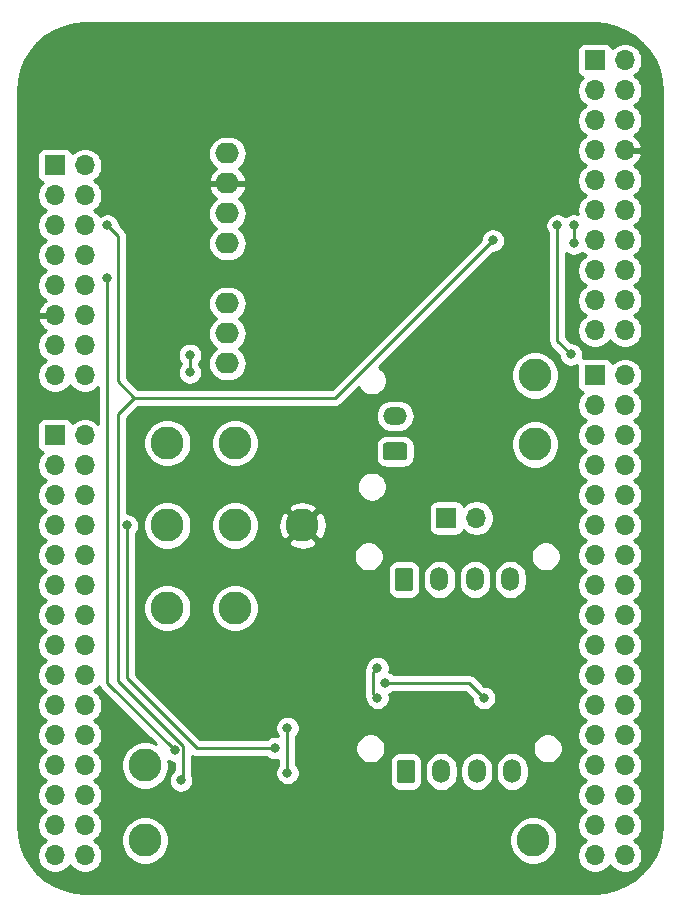
<source format=gbr>
G04 #@! TF.GenerationSoftware,KiCad,Pcbnew,(5.1.5)-3*
G04 #@! TF.CreationDate,2020-03-07T13:53:33-06:00*
G04 #@! TF.ProjectId,TelemetryBoard,54656c65-6d65-4747-9279-426f6172642e,rev?*
G04 #@! TF.SameCoordinates,Original*
G04 #@! TF.FileFunction,Copper,L2,Bot*
G04 #@! TF.FilePolarity,Positive*
%FSLAX46Y46*%
G04 Gerber Fmt 4.6, Leading zero omitted, Abs format (unit mm)*
G04 Created by KiCad (PCBNEW (5.1.5)-3) date 2020-03-07 13:53:33*
%MOMM*%
%LPD*%
G04 APERTURE LIST*
%ADD10O,1.700000X1.700000*%
%ADD11R,1.700000X1.700000*%
%ADD12O,2.000000X1.750000*%
%ADD13C,2.800000*%
%ADD14C,0.100000*%
%ADD15O,1.500000X2.020000*%
%ADD16O,2.020000X1.500000*%
%ADD17C,0.800000*%
%ADD18C,0.250000*%
%ADD19C,0.254000*%
G04 APERTURE END LIST*
D10*
X124460000Y-64770000D03*
X121920000Y-64770000D03*
X124460000Y-62230000D03*
X121920000Y-62230000D03*
X124460000Y-59690000D03*
X121920000Y-59690000D03*
X124460000Y-57150000D03*
X121920000Y-57150000D03*
X124460000Y-54610000D03*
X121920000Y-54610000D03*
X124460000Y-52070000D03*
X121920000Y-52070000D03*
X124460000Y-49530000D03*
X121920000Y-49530000D03*
X124460000Y-46990000D03*
X121920000Y-46990000D03*
X124460000Y-44450000D03*
X121920000Y-44450000D03*
X124460000Y-41910000D03*
D11*
X121920000Y-41910000D03*
D12*
X90805000Y-67564000D03*
X90805000Y-65024000D03*
X90805000Y-62484000D03*
X90805000Y-57404000D03*
X90805000Y-54864000D03*
X90805000Y-52324000D03*
X90805000Y-49784000D03*
D13*
X97160000Y-81280000D03*
X85725000Y-74295000D03*
X116713000Y-107950000D03*
X91447620Y-74289920D03*
X85725000Y-81280000D03*
X85725000Y-88265000D03*
X91450000Y-88265000D03*
X91442500Y-81280000D03*
X116840000Y-74422000D03*
X116840000Y-68580000D03*
X83820000Y-101600000D03*
X83820000Y-107950000D03*
D11*
X109347000Y-80645000D03*
D10*
X111887000Y-80645000D03*
X124460000Y-109220000D03*
X121920000Y-109220000D03*
X124460000Y-106680000D03*
X121920000Y-106680000D03*
X124460000Y-104140000D03*
X121920000Y-104140000D03*
X124460000Y-101600000D03*
X121920000Y-101600000D03*
X124460000Y-99060000D03*
X121920000Y-99060000D03*
X124460000Y-96520000D03*
X121920000Y-96520000D03*
X124460000Y-93980000D03*
X121920000Y-93980000D03*
X124460000Y-91440000D03*
X121920000Y-91440000D03*
X124460000Y-88900000D03*
X121920000Y-88900000D03*
X124460000Y-86360000D03*
X121920000Y-86360000D03*
X124460000Y-83820000D03*
X121920000Y-83820000D03*
X124460000Y-81280000D03*
X121920000Y-81280000D03*
X124460000Y-78740000D03*
X121920000Y-78740000D03*
X124460000Y-76200000D03*
X121920000Y-76200000D03*
X124460000Y-73660000D03*
X121920000Y-73660000D03*
X124460000Y-71120000D03*
X121920000Y-71120000D03*
X124460000Y-68580000D03*
D11*
X121920000Y-68580000D03*
X76200000Y-73660000D03*
D10*
X78740000Y-73660000D03*
X76200000Y-76200000D03*
X78740000Y-76200000D03*
X76200000Y-78740000D03*
X78740000Y-78740000D03*
X76200000Y-81280000D03*
X78740000Y-81280000D03*
X76200000Y-83820000D03*
X78740000Y-83820000D03*
X76200000Y-86360000D03*
X78740000Y-86360000D03*
X76200000Y-88900000D03*
X78740000Y-88900000D03*
X76200000Y-91440000D03*
X78740000Y-91440000D03*
X76200000Y-93980000D03*
X78740000Y-93980000D03*
X76200000Y-96520000D03*
X78740000Y-96520000D03*
X76200000Y-99060000D03*
X78740000Y-99060000D03*
X76200000Y-101600000D03*
X78740000Y-101600000D03*
X76200000Y-104140000D03*
X78740000Y-104140000D03*
X76200000Y-106680000D03*
X78740000Y-106680000D03*
X76200000Y-109220000D03*
X78740000Y-109220000D03*
X78740000Y-68580000D03*
X76200000Y-68580000D03*
X78740000Y-66040000D03*
X76200000Y-66040000D03*
X78740000Y-63500000D03*
X76200000Y-63500000D03*
X78740000Y-60960000D03*
X76200000Y-60960000D03*
X78740000Y-58420000D03*
X76200000Y-58420000D03*
X78740000Y-55880000D03*
X76200000Y-55880000D03*
X78740000Y-53340000D03*
X76200000Y-53340000D03*
X78740000Y-50800000D03*
D11*
X76200000Y-50800000D03*
G04 #@! TA.AperFunction,ComponentPad*
D14*
G36*
X106284504Y-84843204D02*
G01*
X106308773Y-84846804D01*
X106332571Y-84852765D01*
X106355671Y-84861030D01*
X106377849Y-84871520D01*
X106398893Y-84884133D01*
X106418598Y-84898747D01*
X106436777Y-84915223D01*
X106453253Y-84933402D01*
X106467867Y-84953107D01*
X106480480Y-84974151D01*
X106490970Y-84996329D01*
X106499235Y-85019429D01*
X106505196Y-85043227D01*
X106508796Y-85067496D01*
X106510000Y-85092000D01*
X106510000Y-86612000D01*
X106508796Y-86636504D01*
X106505196Y-86660773D01*
X106499235Y-86684571D01*
X106490970Y-86707671D01*
X106480480Y-86729849D01*
X106467867Y-86750893D01*
X106453253Y-86770598D01*
X106436777Y-86788777D01*
X106418598Y-86805253D01*
X106398893Y-86819867D01*
X106377849Y-86832480D01*
X106355671Y-86842970D01*
X106332571Y-86851235D01*
X106308773Y-86857196D01*
X106284504Y-86860796D01*
X106260000Y-86862000D01*
X105260000Y-86862000D01*
X105235496Y-86860796D01*
X105211227Y-86857196D01*
X105187429Y-86851235D01*
X105164329Y-86842970D01*
X105142151Y-86832480D01*
X105121107Y-86819867D01*
X105101402Y-86805253D01*
X105083223Y-86788777D01*
X105066747Y-86770598D01*
X105052133Y-86750893D01*
X105039520Y-86729849D01*
X105029030Y-86707671D01*
X105020765Y-86684571D01*
X105014804Y-86660773D01*
X105011204Y-86636504D01*
X105010000Y-86612000D01*
X105010000Y-85092000D01*
X105011204Y-85067496D01*
X105014804Y-85043227D01*
X105020765Y-85019429D01*
X105029030Y-84996329D01*
X105039520Y-84974151D01*
X105052133Y-84953107D01*
X105066747Y-84933402D01*
X105083223Y-84915223D01*
X105101402Y-84898747D01*
X105121107Y-84884133D01*
X105142151Y-84871520D01*
X105164329Y-84861030D01*
X105187429Y-84852765D01*
X105211227Y-84846804D01*
X105235496Y-84843204D01*
X105260000Y-84842000D01*
X106260000Y-84842000D01*
X106284504Y-84843204D01*
G37*
G04 #@! TD.AperFunction*
D15*
X108760000Y-85852000D03*
X111760000Y-85852000D03*
X114760000Y-85852000D03*
G04 #@! TA.AperFunction,ComponentPad*
D14*
G36*
X106442504Y-101099204D02*
G01*
X106466773Y-101102804D01*
X106490571Y-101108765D01*
X106513671Y-101117030D01*
X106535849Y-101127520D01*
X106556893Y-101140133D01*
X106576598Y-101154747D01*
X106594777Y-101171223D01*
X106611253Y-101189402D01*
X106625867Y-101209107D01*
X106638480Y-101230151D01*
X106648970Y-101252329D01*
X106657235Y-101275429D01*
X106663196Y-101299227D01*
X106666796Y-101323496D01*
X106668000Y-101348000D01*
X106668000Y-102868000D01*
X106666796Y-102892504D01*
X106663196Y-102916773D01*
X106657235Y-102940571D01*
X106648970Y-102963671D01*
X106638480Y-102985849D01*
X106625867Y-103006893D01*
X106611253Y-103026598D01*
X106594777Y-103044777D01*
X106576598Y-103061253D01*
X106556893Y-103075867D01*
X106535849Y-103088480D01*
X106513671Y-103098970D01*
X106490571Y-103107235D01*
X106466773Y-103113196D01*
X106442504Y-103116796D01*
X106418000Y-103118000D01*
X105418000Y-103118000D01*
X105393496Y-103116796D01*
X105369227Y-103113196D01*
X105345429Y-103107235D01*
X105322329Y-103098970D01*
X105300151Y-103088480D01*
X105279107Y-103075867D01*
X105259402Y-103061253D01*
X105241223Y-103044777D01*
X105224747Y-103026598D01*
X105210133Y-103006893D01*
X105197520Y-102985849D01*
X105187030Y-102963671D01*
X105178765Y-102940571D01*
X105172804Y-102916773D01*
X105169204Y-102892504D01*
X105168000Y-102868000D01*
X105168000Y-101348000D01*
X105169204Y-101323496D01*
X105172804Y-101299227D01*
X105178765Y-101275429D01*
X105187030Y-101252329D01*
X105197520Y-101230151D01*
X105210133Y-101209107D01*
X105224747Y-101189402D01*
X105241223Y-101171223D01*
X105259402Y-101154747D01*
X105279107Y-101140133D01*
X105300151Y-101127520D01*
X105322329Y-101117030D01*
X105345429Y-101108765D01*
X105369227Y-101102804D01*
X105393496Y-101099204D01*
X105418000Y-101098000D01*
X106418000Y-101098000D01*
X106442504Y-101099204D01*
G37*
G04 #@! TD.AperFunction*
D15*
X108918000Y-102108000D03*
X111918000Y-102108000D03*
X114918000Y-102108000D03*
G04 #@! TA.AperFunction,ComponentPad*
D14*
G36*
X105784504Y-74251204D02*
G01*
X105808773Y-74254804D01*
X105832571Y-74260765D01*
X105855671Y-74269030D01*
X105877849Y-74279520D01*
X105898893Y-74292133D01*
X105918598Y-74306747D01*
X105936777Y-74323223D01*
X105953253Y-74341402D01*
X105967867Y-74361107D01*
X105980480Y-74382151D01*
X105990970Y-74404329D01*
X105999235Y-74427429D01*
X106005196Y-74451227D01*
X106008796Y-74475496D01*
X106010000Y-74500000D01*
X106010000Y-75500000D01*
X106008796Y-75524504D01*
X106005196Y-75548773D01*
X105999235Y-75572571D01*
X105990970Y-75595671D01*
X105980480Y-75617849D01*
X105967867Y-75638893D01*
X105953253Y-75658598D01*
X105936777Y-75676777D01*
X105918598Y-75693253D01*
X105898893Y-75707867D01*
X105877849Y-75720480D01*
X105855671Y-75730970D01*
X105832571Y-75739235D01*
X105808773Y-75745196D01*
X105784504Y-75748796D01*
X105760000Y-75750000D01*
X104240000Y-75750000D01*
X104215496Y-75748796D01*
X104191227Y-75745196D01*
X104167429Y-75739235D01*
X104144329Y-75730970D01*
X104122151Y-75720480D01*
X104101107Y-75707867D01*
X104081402Y-75693253D01*
X104063223Y-75676777D01*
X104046747Y-75658598D01*
X104032133Y-75638893D01*
X104019520Y-75617849D01*
X104009030Y-75595671D01*
X104000765Y-75572571D01*
X103994804Y-75548773D01*
X103991204Y-75524504D01*
X103990000Y-75500000D01*
X103990000Y-74500000D01*
X103991204Y-74475496D01*
X103994804Y-74451227D01*
X104000765Y-74427429D01*
X104009030Y-74404329D01*
X104019520Y-74382151D01*
X104032133Y-74361107D01*
X104046747Y-74341402D01*
X104063223Y-74323223D01*
X104081402Y-74306747D01*
X104101107Y-74292133D01*
X104122151Y-74279520D01*
X104144329Y-74269030D01*
X104167429Y-74260765D01*
X104191227Y-74254804D01*
X104215496Y-74251204D01*
X104240000Y-74250000D01*
X105760000Y-74250000D01*
X105784504Y-74251204D01*
G37*
G04 #@! TD.AperFunction*
D16*
X105000000Y-72000000D03*
D17*
X86868000Y-102870000D03*
X80645000Y-55880000D03*
X113285653Y-57148347D03*
X80645000Y-60325000D03*
X86360000Y-100330000D03*
X87630000Y-68326000D03*
X87630000Y-66839000D03*
X94810153Y-100134847D03*
X82296000Y-81280000D03*
X103505000Y-93345000D03*
X103505000Y-95885000D03*
X104140000Y-94615000D03*
X112522000Y-95885000D03*
X95885000Y-98425000D03*
X95885000Y-102235000D03*
X119888000Y-66802000D03*
X118745000Y-55880001D03*
X120142000Y-57404000D03*
X120142000Y-55880000D03*
D18*
X82931000Y-70485000D02*
X81534000Y-71882000D01*
X87085001Y-102652999D02*
X86868000Y-102870000D01*
X87085001Y-99981999D02*
X87085001Y-102652999D01*
X81534000Y-71882000D02*
X81534000Y-94430998D01*
X81534000Y-94430998D02*
X87085001Y-99981999D01*
X82931000Y-70485000D02*
X81534000Y-69088000D01*
X81534000Y-69088000D02*
X81534000Y-56769000D01*
X81534000Y-56769000D02*
X80645000Y-55880000D01*
X99859000Y-70485000D02*
X99949000Y-70485000D01*
X84455000Y-70485000D02*
X82931000Y-70485000D01*
X84455000Y-70485000D02*
X99859000Y-70485000D01*
X99949000Y-70485000D02*
X113285653Y-57148347D01*
X80645000Y-60325000D02*
X80645000Y-94615000D01*
X80645000Y-94615000D02*
X86360000Y-100330000D01*
X87630000Y-68326000D02*
X87630000Y-66839000D01*
X88196847Y-100134847D02*
X94810153Y-100134847D01*
X82296000Y-81280000D02*
X82296000Y-94234000D01*
X82296000Y-94234000D02*
X88196847Y-100134847D01*
X103105001Y-95485001D02*
X103505000Y-95885000D01*
X103505000Y-93345000D02*
X103105001Y-93744999D01*
X103105001Y-93744999D02*
X103105001Y-95485001D01*
X111252000Y-94615000D02*
X112522000Y-95885000D01*
X104140000Y-94615000D02*
X111252000Y-94615000D01*
X95885000Y-98425000D02*
X95885000Y-102235000D01*
X118745000Y-65659000D02*
X119888000Y-66802000D01*
X118745000Y-55880001D02*
X118745000Y-65659000D01*
X120142000Y-57404000D02*
X120142000Y-55880000D01*
D19*
G36*
X122809791Y-38832068D02*
G01*
X123677678Y-39040430D01*
X124502275Y-39381989D01*
X125263299Y-39848345D01*
X125941994Y-40428006D01*
X126521655Y-41106701D01*
X126988009Y-41867720D01*
X127329570Y-42692322D01*
X127537931Y-43560207D01*
X127610000Y-44475926D01*
X127610001Y-106654061D01*
X127537931Y-107569793D01*
X127329570Y-108437678D01*
X126988009Y-109262280D01*
X126521655Y-110023299D01*
X125941994Y-110701994D01*
X125263299Y-111281655D01*
X124502275Y-111748011D01*
X123677678Y-112089570D01*
X122809791Y-112297932D01*
X121894074Y-112370000D01*
X78765926Y-112370000D01*
X77850207Y-112297931D01*
X76982322Y-112089570D01*
X76157720Y-111748009D01*
X75396701Y-111281655D01*
X74718006Y-110701994D01*
X74138345Y-110023299D01*
X73671989Y-109262275D01*
X73330430Y-108437678D01*
X73122068Y-107569791D01*
X73050000Y-106654074D01*
X73050000Y-49950000D01*
X74711928Y-49950000D01*
X74711928Y-51650000D01*
X74724188Y-51774482D01*
X74760498Y-51894180D01*
X74819463Y-52004494D01*
X74898815Y-52101185D01*
X74995506Y-52180537D01*
X75105820Y-52239502D01*
X75178380Y-52261513D01*
X75046525Y-52393368D01*
X74884010Y-52636589D01*
X74772068Y-52906842D01*
X74715000Y-53193740D01*
X74715000Y-53486260D01*
X74772068Y-53773158D01*
X74884010Y-54043411D01*
X75046525Y-54286632D01*
X75253368Y-54493475D01*
X75427760Y-54610000D01*
X75253368Y-54726525D01*
X75046525Y-54933368D01*
X74884010Y-55176589D01*
X74772068Y-55446842D01*
X74715000Y-55733740D01*
X74715000Y-56026260D01*
X74772068Y-56313158D01*
X74884010Y-56583411D01*
X75046525Y-56826632D01*
X75253368Y-57033475D01*
X75427760Y-57150000D01*
X75253368Y-57266525D01*
X75046525Y-57473368D01*
X74884010Y-57716589D01*
X74772068Y-57986842D01*
X74715000Y-58273740D01*
X74715000Y-58566260D01*
X74772068Y-58853158D01*
X74884010Y-59123411D01*
X75046525Y-59366632D01*
X75253368Y-59573475D01*
X75427760Y-59690000D01*
X75253368Y-59806525D01*
X75046525Y-60013368D01*
X74884010Y-60256589D01*
X74772068Y-60526842D01*
X74715000Y-60813740D01*
X74715000Y-61106260D01*
X74772068Y-61393158D01*
X74884010Y-61663411D01*
X75046525Y-61906632D01*
X75253368Y-62113475D01*
X75435534Y-62235195D01*
X75318645Y-62304822D01*
X75102412Y-62499731D01*
X74928359Y-62733080D01*
X74803175Y-62995901D01*
X74758524Y-63143110D01*
X74879845Y-63373000D01*
X76073000Y-63373000D01*
X76073000Y-63353000D01*
X76327000Y-63353000D01*
X76327000Y-63373000D01*
X76347000Y-63373000D01*
X76347000Y-63627000D01*
X76327000Y-63627000D01*
X76327000Y-63647000D01*
X76073000Y-63647000D01*
X76073000Y-63627000D01*
X74879845Y-63627000D01*
X74758524Y-63856890D01*
X74803175Y-64004099D01*
X74928359Y-64266920D01*
X75102412Y-64500269D01*
X75318645Y-64695178D01*
X75435534Y-64764805D01*
X75253368Y-64886525D01*
X75046525Y-65093368D01*
X74884010Y-65336589D01*
X74772068Y-65606842D01*
X74715000Y-65893740D01*
X74715000Y-66186260D01*
X74772068Y-66473158D01*
X74884010Y-66743411D01*
X75046525Y-66986632D01*
X75253368Y-67193475D01*
X75427760Y-67310000D01*
X75253368Y-67426525D01*
X75046525Y-67633368D01*
X74884010Y-67876589D01*
X74772068Y-68146842D01*
X74715000Y-68433740D01*
X74715000Y-68726260D01*
X74772068Y-69013158D01*
X74884010Y-69283411D01*
X75046525Y-69526632D01*
X75253368Y-69733475D01*
X75496589Y-69895990D01*
X75766842Y-70007932D01*
X76053740Y-70065000D01*
X76346260Y-70065000D01*
X76633158Y-70007932D01*
X76903411Y-69895990D01*
X77146632Y-69733475D01*
X77353475Y-69526632D01*
X77470000Y-69352240D01*
X77586525Y-69526632D01*
X77793368Y-69733475D01*
X78036589Y-69895990D01*
X78306842Y-70007932D01*
X78593740Y-70065000D01*
X78886260Y-70065000D01*
X79173158Y-70007932D01*
X79443411Y-69895990D01*
X79686632Y-69733475D01*
X79885000Y-69535107D01*
X79885000Y-72704893D01*
X79686632Y-72506525D01*
X79443411Y-72344010D01*
X79173158Y-72232068D01*
X78886260Y-72175000D01*
X78593740Y-72175000D01*
X78306842Y-72232068D01*
X78036589Y-72344010D01*
X77793368Y-72506525D01*
X77661513Y-72638380D01*
X77639502Y-72565820D01*
X77580537Y-72455506D01*
X77501185Y-72358815D01*
X77404494Y-72279463D01*
X77294180Y-72220498D01*
X77174482Y-72184188D01*
X77050000Y-72171928D01*
X75350000Y-72171928D01*
X75225518Y-72184188D01*
X75105820Y-72220498D01*
X74995506Y-72279463D01*
X74898815Y-72358815D01*
X74819463Y-72455506D01*
X74760498Y-72565820D01*
X74724188Y-72685518D01*
X74711928Y-72810000D01*
X74711928Y-74510000D01*
X74724188Y-74634482D01*
X74760498Y-74754180D01*
X74819463Y-74864494D01*
X74898815Y-74961185D01*
X74995506Y-75040537D01*
X75105820Y-75099502D01*
X75178380Y-75121513D01*
X75046525Y-75253368D01*
X74884010Y-75496589D01*
X74772068Y-75766842D01*
X74715000Y-76053740D01*
X74715000Y-76346260D01*
X74772068Y-76633158D01*
X74884010Y-76903411D01*
X75046525Y-77146632D01*
X75253368Y-77353475D01*
X75427760Y-77470000D01*
X75253368Y-77586525D01*
X75046525Y-77793368D01*
X74884010Y-78036589D01*
X74772068Y-78306842D01*
X74715000Y-78593740D01*
X74715000Y-78886260D01*
X74772068Y-79173158D01*
X74884010Y-79443411D01*
X75046525Y-79686632D01*
X75253368Y-79893475D01*
X75427760Y-80010000D01*
X75253368Y-80126525D01*
X75046525Y-80333368D01*
X74884010Y-80576589D01*
X74772068Y-80846842D01*
X74715000Y-81133740D01*
X74715000Y-81426260D01*
X74772068Y-81713158D01*
X74884010Y-81983411D01*
X75046525Y-82226632D01*
X75253368Y-82433475D01*
X75427760Y-82550000D01*
X75253368Y-82666525D01*
X75046525Y-82873368D01*
X74884010Y-83116589D01*
X74772068Y-83386842D01*
X74715000Y-83673740D01*
X74715000Y-83966260D01*
X74772068Y-84253158D01*
X74884010Y-84523411D01*
X75046525Y-84766632D01*
X75253368Y-84973475D01*
X75427760Y-85090000D01*
X75253368Y-85206525D01*
X75046525Y-85413368D01*
X74884010Y-85656589D01*
X74772068Y-85926842D01*
X74715000Y-86213740D01*
X74715000Y-86506260D01*
X74772068Y-86793158D01*
X74884010Y-87063411D01*
X75046525Y-87306632D01*
X75253368Y-87513475D01*
X75427760Y-87630000D01*
X75253368Y-87746525D01*
X75046525Y-87953368D01*
X74884010Y-88196589D01*
X74772068Y-88466842D01*
X74715000Y-88753740D01*
X74715000Y-89046260D01*
X74772068Y-89333158D01*
X74884010Y-89603411D01*
X75046525Y-89846632D01*
X75253368Y-90053475D01*
X75427760Y-90170000D01*
X75253368Y-90286525D01*
X75046525Y-90493368D01*
X74884010Y-90736589D01*
X74772068Y-91006842D01*
X74715000Y-91293740D01*
X74715000Y-91586260D01*
X74772068Y-91873158D01*
X74884010Y-92143411D01*
X75046525Y-92386632D01*
X75253368Y-92593475D01*
X75427760Y-92710000D01*
X75253368Y-92826525D01*
X75046525Y-93033368D01*
X74884010Y-93276589D01*
X74772068Y-93546842D01*
X74715000Y-93833740D01*
X74715000Y-94126260D01*
X74772068Y-94413158D01*
X74884010Y-94683411D01*
X75046525Y-94926632D01*
X75253368Y-95133475D01*
X75427760Y-95250000D01*
X75253368Y-95366525D01*
X75046525Y-95573368D01*
X74884010Y-95816589D01*
X74772068Y-96086842D01*
X74715000Y-96373740D01*
X74715000Y-96666260D01*
X74772068Y-96953158D01*
X74884010Y-97223411D01*
X75046525Y-97466632D01*
X75253368Y-97673475D01*
X75427760Y-97790000D01*
X75253368Y-97906525D01*
X75046525Y-98113368D01*
X74884010Y-98356589D01*
X74772068Y-98626842D01*
X74715000Y-98913740D01*
X74715000Y-99206260D01*
X74772068Y-99493158D01*
X74884010Y-99763411D01*
X75046525Y-100006632D01*
X75253368Y-100213475D01*
X75427760Y-100330000D01*
X75253368Y-100446525D01*
X75046525Y-100653368D01*
X74884010Y-100896589D01*
X74772068Y-101166842D01*
X74715000Y-101453740D01*
X74715000Y-101746260D01*
X74772068Y-102033158D01*
X74884010Y-102303411D01*
X75046525Y-102546632D01*
X75253368Y-102753475D01*
X75427760Y-102870000D01*
X75253368Y-102986525D01*
X75046525Y-103193368D01*
X74884010Y-103436589D01*
X74772068Y-103706842D01*
X74715000Y-103993740D01*
X74715000Y-104286260D01*
X74772068Y-104573158D01*
X74884010Y-104843411D01*
X75046525Y-105086632D01*
X75253368Y-105293475D01*
X75427760Y-105410000D01*
X75253368Y-105526525D01*
X75046525Y-105733368D01*
X74884010Y-105976589D01*
X74772068Y-106246842D01*
X74715000Y-106533740D01*
X74715000Y-106826260D01*
X74772068Y-107113158D01*
X74884010Y-107383411D01*
X75046525Y-107626632D01*
X75253368Y-107833475D01*
X75427760Y-107950000D01*
X75253368Y-108066525D01*
X75046525Y-108273368D01*
X74884010Y-108516589D01*
X74772068Y-108786842D01*
X74715000Y-109073740D01*
X74715000Y-109366260D01*
X74772068Y-109653158D01*
X74884010Y-109923411D01*
X75046525Y-110166632D01*
X75253368Y-110373475D01*
X75496589Y-110535990D01*
X75766842Y-110647932D01*
X76053740Y-110705000D01*
X76346260Y-110705000D01*
X76633158Y-110647932D01*
X76903411Y-110535990D01*
X77146632Y-110373475D01*
X77353475Y-110166632D01*
X77470000Y-109992240D01*
X77586525Y-110166632D01*
X77793368Y-110373475D01*
X78036589Y-110535990D01*
X78306842Y-110647932D01*
X78593740Y-110705000D01*
X78886260Y-110705000D01*
X79173158Y-110647932D01*
X79443411Y-110535990D01*
X79686632Y-110373475D01*
X79893475Y-110166632D01*
X80055990Y-109923411D01*
X80167932Y-109653158D01*
X80225000Y-109366260D01*
X80225000Y-109073740D01*
X80167932Y-108786842D01*
X80055990Y-108516589D01*
X79893475Y-108273368D01*
X79686632Y-108066525D01*
X79512240Y-107950000D01*
X79686632Y-107833475D01*
X79770537Y-107749570D01*
X81785000Y-107749570D01*
X81785000Y-108150430D01*
X81863204Y-108543587D01*
X82016607Y-108913934D01*
X82239313Y-109247237D01*
X82522763Y-109530687D01*
X82856066Y-109753393D01*
X83226413Y-109906796D01*
X83619570Y-109985000D01*
X84020430Y-109985000D01*
X84413587Y-109906796D01*
X84783934Y-109753393D01*
X85117237Y-109530687D01*
X85400687Y-109247237D01*
X85623393Y-108913934D01*
X85776796Y-108543587D01*
X85855000Y-108150430D01*
X85855000Y-107749570D01*
X114678000Y-107749570D01*
X114678000Y-108150430D01*
X114756204Y-108543587D01*
X114909607Y-108913934D01*
X115132313Y-109247237D01*
X115415763Y-109530687D01*
X115749066Y-109753393D01*
X116119413Y-109906796D01*
X116512570Y-109985000D01*
X116913430Y-109985000D01*
X117306587Y-109906796D01*
X117676934Y-109753393D01*
X118010237Y-109530687D01*
X118293687Y-109247237D01*
X118516393Y-108913934D01*
X118669796Y-108543587D01*
X118748000Y-108150430D01*
X118748000Y-107749570D01*
X118669796Y-107356413D01*
X118516393Y-106986066D01*
X118293687Y-106652763D01*
X118010237Y-106369313D01*
X117676934Y-106146607D01*
X117306587Y-105993204D01*
X116913430Y-105915000D01*
X116512570Y-105915000D01*
X116119413Y-105993204D01*
X115749066Y-106146607D01*
X115415763Y-106369313D01*
X115132313Y-106652763D01*
X114909607Y-106986066D01*
X114756204Y-107356413D01*
X114678000Y-107749570D01*
X85855000Y-107749570D01*
X85776796Y-107356413D01*
X85623393Y-106986066D01*
X85400687Y-106652763D01*
X85117237Y-106369313D01*
X84783934Y-106146607D01*
X84413587Y-105993204D01*
X84020430Y-105915000D01*
X83619570Y-105915000D01*
X83226413Y-105993204D01*
X82856066Y-106146607D01*
X82522763Y-106369313D01*
X82239313Y-106652763D01*
X82016607Y-106986066D01*
X81863204Y-107356413D01*
X81785000Y-107749570D01*
X79770537Y-107749570D01*
X79893475Y-107626632D01*
X80055990Y-107383411D01*
X80167932Y-107113158D01*
X80225000Y-106826260D01*
X80225000Y-106533740D01*
X80167932Y-106246842D01*
X80055990Y-105976589D01*
X79893475Y-105733368D01*
X79686632Y-105526525D01*
X79512240Y-105410000D01*
X79686632Y-105293475D01*
X79893475Y-105086632D01*
X80055990Y-104843411D01*
X80167932Y-104573158D01*
X80225000Y-104286260D01*
X80225000Y-103993740D01*
X80167932Y-103706842D01*
X80055990Y-103436589D01*
X79893475Y-103193368D01*
X79686632Y-102986525D01*
X79512240Y-102870000D01*
X79686632Y-102753475D01*
X79893475Y-102546632D01*
X80055990Y-102303411D01*
X80167932Y-102033158D01*
X80225000Y-101746260D01*
X80225000Y-101453740D01*
X80167932Y-101166842D01*
X80055990Y-100896589D01*
X79893475Y-100653368D01*
X79686632Y-100446525D01*
X79512240Y-100330000D01*
X79686632Y-100213475D01*
X79893475Y-100006632D01*
X80055990Y-99763411D01*
X80167932Y-99493158D01*
X80225000Y-99206260D01*
X80225000Y-98913740D01*
X80167932Y-98626842D01*
X80055990Y-98356589D01*
X79893475Y-98113368D01*
X79686632Y-97906525D01*
X79512240Y-97790000D01*
X79686632Y-97673475D01*
X79893475Y-97466632D01*
X80055990Y-97223411D01*
X80167932Y-96953158D01*
X80225000Y-96666260D01*
X80225000Y-96373740D01*
X80167932Y-96086842D01*
X80055990Y-95816589D01*
X79893475Y-95573368D01*
X79686632Y-95366525D01*
X79512240Y-95250000D01*
X79686632Y-95133475D01*
X79893475Y-94926632D01*
X79929142Y-94873252D01*
X79939454Y-94907246D01*
X80010026Y-95039276D01*
X80053352Y-95092068D01*
X80105000Y-95155001D01*
X80133998Y-95178799D01*
X84729087Y-99773888D01*
X84413587Y-99643204D01*
X84020430Y-99565000D01*
X83619570Y-99565000D01*
X83226413Y-99643204D01*
X82856066Y-99796607D01*
X82522763Y-100019313D01*
X82239313Y-100302763D01*
X82016607Y-100636066D01*
X81863204Y-101006413D01*
X81785000Y-101399570D01*
X81785000Y-101800430D01*
X81863204Y-102193587D01*
X82016607Y-102563934D01*
X82239313Y-102897237D01*
X82522763Y-103180687D01*
X82856066Y-103403393D01*
X83226413Y-103556796D01*
X83619570Y-103635000D01*
X84020430Y-103635000D01*
X84413587Y-103556796D01*
X84783934Y-103403393D01*
X85117237Y-103180687D01*
X85400687Y-102897237D01*
X85623393Y-102563934D01*
X85776796Y-102193587D01*
X85855000Y-101800430D01*
X85855000Y-101399570D01*
X85817787Y-101212489D01*
X85869744Y-101247205D01*
X86058102Y-101325226D01*
X86258061Y-101365000D01*
X86325002Y-101365000D01*
X86325002Y-101988036D01*
X86208226Y-102066063D01*
X86064063Y-102210226D01*
X85950795Y-102379744D01*
X85872774Y-102568102D01*
X85833000Y-102768061D01*
X85833000Y-102971939D01*
X85872774Y-103171898D01*
X85950795Y-103360256D01*
X86064063Y-103529774D01*
X86208226Y-103673937D01*
X86377744Y-103787205D01*
X86566102Y-103865226D01*
X86766061Y-103905000D01*
X86969939Y-103905000D01*
X87169898Y-103865226D01*
X87358256Y-103787205D01*
X87527774Y-103673937D01*
X87671937Y-103529774D01*
X87785205Y-103360256D01*
X87863226Y-103171898D01*
X87903000Y-102971939D01*
X87903000Y-102768061D01*
X87863226Y-102568102D01*
X87845001Y-102524103D01*
X87845001Y-100808536D01*
X87904600Y-100840393D01*
X88047861Y-100883850D01*
X88159514Y-100894847D01*
X88159524Y-100894847D01*
X88196847Y-100898523D01*
X88234170Y-100894847D01*
X94106442Y-100894847D01*
X94150379Y-100938784D01*
X94319897Y-101052052D01*
X94508255Y-101130073D01*
X94708214Y-101169847D01*
X94912092Y-101169847D01*
X95112051Y-101130073D01*
X95125001Y-101124709D01*
X95125001Y-101531288D01*
X95081063Y-101575226D01*
X94967795Y-101744744D01*
X94889774Y-101933102D01*
X94850000Y-102133061D01*
X94850000Y-102336939D01*
X94889774Y-102536898D01*
X94967795Y-102725256D01*
X95081063Y-102894774D01*
X95225226Y-103038937D01*
X95394744Y-103152205D01*
X95583102Y-103230226D01*
X95783061Y-103270000D01*
X95986939Y-103270000D01*
X96186898Y-103230226D01*
X96375256Y-103152205D01*
X96544774Y-103038937D01*
X96688937Y-102894774D01*
X96802205Y-102725256D01*
X96880226Y-102536898D01*
X96920000Y-102336939D01*
X96920000Y-102133061D01*
X96880226Y-101933102D01*
X96802205Y-101744744D01*
X96688937Y-101575226D01*
X96645000Y-101531289D01*
X96645000Y-100022916D01*
X101648000Y-100022916D01*
X101648000Y-100273084D01*
X101696805Y-100518445D01*
X101792541Y-100749571D01*
X101931527Y-100957578D01*
X102108422Y-101134473D01*
X102316429Y-101273459D01*
X102547555Y-101369195D01*
X102792916Y-101418000D01*
X103043084Y-101418000D01*
X103288445Y-101369195D01*
X103339614Y-101348000D01*
X104529928Y-101348000D01*
X104529928Y-102868000D01*
X104546992Y-103041254D01*
X104597528Y-103207850D01*
X104679595Y-103361386D01*
X104790038Y-103495962D01*
X104924614Y-103606405D01*
X105078150Y-103688472D01*
X105244746Y-103739008D01*
X105418000Y-103756072D01*
X106418000Y-103756072D01*
X106591254Y-103739008D01*
X106757850Y-103688472D01*
X106911386Y-103606405D01*
X107045962Y-103495962D01*
X107156405Y-103361386D01*
X107238472Y-103207850D01*
X107289008Y-103041254D01*
X107306072Y-102868000D01*
X107306072Y-101779964D01*
X107533000Y-101779964D01*
X107533000Y-102436037D01*
X107553040Y-102639507D01*
X107632236Y-102900581D01*
X107760843Y-103141188D01*
X107933920Y-103352081D01*
X108144813Y-103525157D01*
X108385420Y-103653764D01*
X108646494Y-103732960D01*
X108918000Y-103759701D01*
X109189507Y-103732960D01*
X109450581Y-103653764D01*
X109691188Y-103525157D01*
X109902081Y-103352081D01*
X110075157Y-103141188D01*
X110203764Y-102900581D01*
X110282960Y-102639506D01*
X110303000Y-102436036D01*
X110303000Y-101779964D01*
X110533000Y-101779964D01*
X110533000Y-102436037D01*
X110553040Y-102639507D01*
X110632236Y-102900581D01*
X110760843Y-103141188D01*
X110933920Y-103352081D01*
X111144813Y-103525157D01*
X111385420Y-103653764D01*
X111646494Y-103732960D01*
X111918000Y-103759701D01*
X112189507Y-103732960D01*
X112450581Y-103653764D01*
X112691188Y-103525157D01*
X112902081Y-103352081D01*
X113075157Y-103141188D01*
X113203764Y-102900581D01*
X113282960Y-102639506D01*
X113303000Y-102436036D01*
X113303000Y-101779964D01*
X113533000Y-101779964D01*
X113533000Y-102436037D01*
X113553040Y-102639507D01*
X113632236Y-102900581D01*
X113760843Y-103141188D01*
X113933920Y-103352081D01*
X114144813Y-103525157D01*
X114385420Y-103653764D01*
X114646494Y-103732960D01*
X114918000Y-103759701D01*
X115189507Y-103732960D01*
X115450581Y-103653764D01*
X115691188Y-103525157D01*
X115902081Y-103352081D01*
X116075157Y-103141188D01*
X116203764Y-102900581D01*
X116282960Y-102639506D01*
X116303000Y-102436036D01*
X116303000Y-101779963D01*
X116282960Y-101576493D01*
X116203764Y-101315419D01*
X116075157Y-101074812D01*
X115902080Y-100863919D01*
X115691187Y-100690843D01*
X115450580Y-100562236D01*
X115189506Y-100483040D01*
X114918000Y-100456299D01*
X114646493Y-100483040D01*
X114385419Y-100562236D01*
X114144812Y-100690843D01*
X113933919Y-100863920D01*
X113760843Y-101074813D01*
X113632236Y-101315420D01*
X113553040Y-101576494D01*
X113533000Y-101779964D01*
X113303000Y-101779964D01*
X113303000Y-101779963D01*
X113282960Y-101576493D01*
X113203764Y-101315419D01*
X113075157Y-101074812D01*
X112902080Y-100863919D01*
X112691187Y-100690843D01*
X112450580Y-100562236D01*
X112189506Y-100483040D01*
X111918000Y-100456299D01*
X111646493Y-100483040D01*
X111385419Y-100562236D01*
X111144812Y-100690843D01*
X110933919Y-100863920D01*
X110760843Y-101074813D01*
X110632236Y-101315420D01*
X110553040Y-101576494D01*
X110533000Y-101779964D01*
X110303000Y-101779964D01*
X110303000Y-101779963D01*
X110282960Y-101576493D01*
X110203764Y-101315419D01*
X110075157Y-101074812D01*
X109902080Y-100863919D01*
X109691187Y-100690843D01*
X109450580Y-100562236D01*
X109189506Y-100483040D01*
X108918000Y-100456299D01*
X108646493Y-100483040D01*
X108385419Y-100562236D01*
X108144812Y-100690843D01*
X107933919Y-100863920D01*
X107760843Y-101074813D01*
X107632236Y-101315420D01*
X107553040Y-101576494D01*
X107533000Y-101779964D01*
X107306072Y-101779964D01*
X107306072Y-101348000D01*
X107289008Y-101174746D01*
X107238472Y-101008150D01*
X107156405Y-100854614D01*
X107045962Y-100720038D01*
X106911386Y-100609595D01*
X106757850Y-100527528D01*
X106591254Y-100476992D01*
X106418000Y-100459928D01*
X105418000Y-100459928D01*
X105244746Y-100476992D01*
X105078150Y-100527528D01*
X104924614Y-100609595D01*
X104790038Y-100720038D01*
X104679595Y-100854614D01*
X104597528Y-101008150D01*
X104546992Y-101174746D01*
X104529928Y-101348000D01*
X103339614Y-101348000D01*
X103519571Y-101273459D01*
X103727578Y-101134473D01*
X103904473Y-100957578D01*
X104043459Y-100749571D01*
X104139195Y-100518445D01*
X104188000Y-100273084D01*
X104188000Y-100022916D01*
X116648000Y-100022916D01*
X116648000Y-100273084D01*
X116696805Y-100518445D01*
X116792541Y-100749571D01*
X116931527Y-100957578D01*
X117108422Y-101134473D01*
X117316429Y-101273459D01*
X117547555Y-101369195D01*
X117792916Y-101418000D01*
X118043084Y-101418000D01*
X118288445Y-101369195D01*
X118519571Y-101273459D01*
X118727578Y-101134473D01*
X118904473Y-100957578D01*
X119043459Y-100749571D01*
X119139195Y-100518445D01*
X119188000Y-100273084D01*
X119188000Y-100022916D01*
X119139195Y-99777555D01*
X119043459Y-99546429D01*
X118904473Y-99338422D01*
X118727578Y-99161527D01*
X118519571Y-99022541D01*
X118288445Y-98926805D01*
X118043084Y-98878000D01*
X117792916Y-98878000D01*
X117547555Y-98926805D01*
X117316429Y-99022541D01*
X117108422Y-99161527D01*
X116931527Y-99338422D01*
X116792541Y-99546429D01*
X116696805Y-99777555D01*
X116648000Y-100022916D01*
X104188000Y-100022916D01*
X104139195Y-99777555D01*
X104043459Y-99546429D01*
X103904473Y-99338422D01*
X103727578Y-99161527D01*
X103519571Y-99022541D01*
X103288445Y-98926805D01*
X103043084Y-98878000D01*
X102792916Y-98878000D01*
X102547555Y-98926805D01*
X102316429Y-99022541D01*
X102108422Y-99161527D01*
X101931527Y-99338422D01*
X101792541Y-99546429D01*
X101696805Y-99777555D01*
X101648000Y-100022916D01*
X96645000Y-100022916D01*
X96645000Y-99128711D01*
X96688937Y-99084774D01*
X96802205Y-98915256D01*
X96880226Y-98726898D01*
X96920000Y-98526939D01*
X96920000Y-98323061D01*
X96880226Y-98123102D01*
X96802205Y-97934744D01*
X96688937Y-97765226D01*
X96544774Y-97621063D01*
X96375256Y-97507795D01*
X96186898Y-97429774D01*
X95986939Y-97390000D01*
X95783061Y-97390000D01*
X95583102Y-97429774D01*
X95394744Y-97507795D01*
X95225226Y-97621063D01*
X95081063Y-97765226D01*
X94967795Y-97934744D01*
X94889774Y-98123102D01*
X94850000Y-98323061D01*
X94850000Y-98526939D01*
X94889774Y-98726898D01*
X94967795Y-98915256D01*
X95081063Y-99084774D01*
X95125000Y-99128711D01*
X95125000Y-99144985D01*
X95112051Y-99139621D01*
X94912092Y-99099847D01*
X94708214Y-99099847D01*
X94508255Y-99139621D01*
X94319897Y-99217642D01*
X94150379Y-99330910D01*
X94106442Y-99374847D01*
X88511649Y-99374847D01*
X83056000Y-93919199D01*
X83056000Y-93744999D01*
X102341325Y-93744999D01*
X102345001Y-93782322D01*
X102345002Y-95447669D01*
X102341325Y-95485001D01*
X102345002Y-95522334D01*
X102355999Y-95633987D01*
X102369181Y-95677443D01*
X102399455Y-95777247D01*
X102470000Y-95909226D01*
X102470000Y-95986939D01*
X102509774Y-96186898D01*
X102587795Y-96375256D01*
X102701063Y-96544774D01*
X102845226Y-96688937D01*
X103014744Y-96802205D01*
X103203102Y-96880226D01*
X103403061Y-96920000D01*
X103606939Y-96920000D01*
X103806898Y-96880226D01*
X103995256Y-96802205D01*
X104164774Y-96688937D01*
X104308937Y-96544774D01*
X104422205Y-96375256D01*
X104500226Y-96186898D01*
X104540000Y-95986939D01*
X104540000Y-95783061D01*
X104500771Y-95585840D01*
X104630256Y-95532205D01*
X104799774Y-95418937D01*
X104843711Y-95375000D01*
X110937199Y-95375000D01*
X111487000Y-95924802D01*
X111487000Y-95986939D01*
X111526774Y-96186898D01*
X111604795Y-96375256D01*
X111718063Y-96544774D01*
X111862226Y-96688937D01*
X112031744Y-96802205D01*
X112220102Y-96880226D01*
X112420061Y-96920000D01*
X112623939Y-96920000D01*
X112823898Y-96880226D01*
X113012256Y-96802205D01*
X113181774Y-96688937D01*
X113325937Y-96544774D01*
X113439205Y-96375256D01*
X113517226Y-96186898D01*
X113557000Y-95986939D01*
X113557000Y-95783061D01*
X113517226Y-95583102D01*
X113439205Y-95394744D01*
X113325937Y-95225226D01*
X113181774Y-95081063D01*
X113012256Y-94967795D01*
X112823898Y-94889774D01*
X112623939Y-94850000D01*
X112561802Y-94850000D01*
X111815804Y-94104003D01*
X111792001Y-94074999D01*
X111676276Y-93980026D01*
X111544247Y-93909454D01*
X111400986Y-93865997D01*
X111289333Y-93855000D01*
X111289322Y-93855000D01*
X111252000Y-93851324D01*
X111214678Y-93855000D01*
X104843711Y-93855000D01*
X104799774Y-93811063D01*
X104630256Y-93697795D01*
X104500771Y-93644160D01*
X104540000Y-93446939D01*
X104540000Y-93243061D01*
X104500226Y-93043102D01*
X104422205Y-92854744D01*
X104308937Y-92685226D01*
X104164774Y-92541063D01*
X103995256Y-92427795D01*
X103806898Y-92349774D01*
X103606939Y-92310000D01*
X103403061Y-92310000D01*
X103203102Y-92349774D01*
X103014744Y-92427795D01*
X102845226Y-92541063D01*
X102701063Y-92685226D01*
X102587795Y-92854744D01*
X102509774Y-93043102D01*
X102470000Y-93243061D01*
X102470000Y-93320774D01*
X102457050Y-93345001D01*
X102399455Y-93452753D01*
X102355998Y-93596014D01*
X102345001Y-93707667D01*
X102345001Y-93707677D01*
X102341325Y-93744999D01*
X83056000Y-93744999D01*
X83056000Y-88064570D01*
X83690000Y-88064570D01*
X83690000Y-88465430D01*
X83768204Y-88858587D01*
X83921607Y-89228934D01*
X84144313Y-89562237D01*
X84427763Y-89845687D01*
X84761066Y-90068393D01*
X85131413Y-90221796D01*
X85524570Y-90300000D01*
X85925430Y-90300000D01*
X86318587Y-90221796D01*
X86688934Y-90068393D01*
X87022237Y-89845687D01*
X87305687Y-89562237D01*
X87528393Y-89228934D01*
X87681796Y-88858587D01*
X87760000Y-88465430D01*
X87760000Y-88064570D01*
X89415000Y-88064570D01*
X89415000Y-88465430D01*
X89493204Y-88858587D01*
X89646607Y-89228934D01*
X89869313Y-89562237D01*
X90152763Y-89845687D01*
X90486066Y-90068393D01*
X90856413Y-90221796D01*
X91249570Y-90300000D01*
X91650430Y-90300000D01*
X92043587Y-90221796D01*
X92413934Y-90068393D01*
X92747237Y-89845687D01*
X93030687Y-89562237D01*
X93253393Y-89228934D01*
X93406796Y-88858587D01*
X93485000Y-88465430D01*
X93485000Y-88064570D01*
X93406796Y-87671413D01*
X93253393Y-87301066D01*
X93030687Y-86967763D01*
X92747237Y-86684313D01*
X92413934Y-86461607D01*
X92043587Y-86308204D01*
X91650430Y-86230000D01*
X91249570Y-86230000D01*
X90856413Y-86308204D01*
X90486066Y-86461607D01*
X90152763Y-86684313D01*
X89869313Y-86967763D01*
X89646607Y-87301066D01*
X89493204Y-87671413D01*
X89415000Y-88064570D01*
X87760000Y-88064570D01*
X87681796Y-87671413D01*
X87528393Y-87301066D01*
X87305687Y-86967763D01*
X87022237Y-86684313D01*
X86688934Y-86461607D01*
X86318587Y-86308204D01*
X85925430Y-86230000D01*
X85524570Y-86230000D01*
X85131413Y-86308204D01*
X84761066Y-86461607D01*
X84427763Y-86684313D01*
X84144313Y-86967763D01*
X83921607Y-87301066D01*
X83768204Y-87671413D01*
X83690000Y-88064570D01*
X83056000Y-88064570D01*
X83056000Y-83766916D01*
X101490000Y-83766916D01*
X101490000Y-84017084D01*
X101538805Y-84262445D01*
X101634541Y-84493571D01*
X101773527Y-84701578D01*
X101950422Y-84878473D01*
X102158429Y-85017459D01*
X102389555Y-85113195D01*
X102634916Y-85162000D01*
X102885084Y-85162000D01*
X103130445Y-85113195D01*
X103181614Y-85092000D01*
X104371928Y-85092000D01*
X104371928Y-86612000D01*
X104388992Y-86785254D01*
X104439528Y-86951850D01*
X104521595Y-87105386D01*
X104632038Y-87239962D01*
X104766614Y-87350405D01*
X104920150Y-87432472D01*
X105086746Y-87483008D01*
X105260000Y-87500072D01*
X106260000Y-87500072D01*
X106433254Y-87483008D01*
X106599850Y-87432472D01*
X106753386Y-87350405D01*
X106887962Y-87239962D01*
X106998405Y-87105386D01*
X107080472Y-86951850D01*
X107131008Y-86785254D01*
X107148072Y-86612000D01*
X107148072Y-85523964D01*
X107375000Y-85523964D01*
X107375000Y-86180037D01*
X107395040Y-86383507D01*
X107474236Y-86644581D01*
X107602843Y-86885188D01*
X107775920Y-87096081D01*
X107986813Y-87269157D01*
X108227420Y-87397764D01*
X108488494Y-87476960D01*
X108760000Y-87503701D01*
X109031507Y-87476960D01*
X109292581Y-87397764D01*
X109533188Y-87269157D01*
X109744081Y-87096081D01*
X109917157Y-86885188D01*
X110045764Y-86644581D01*
X110124960Y-86383506D01*
X110145000Y-86180036D01*
X110145000Y-85523964D01*
X110375000Y-85523964D01*
X110375000Y-86180037D01*
X110395040Y-86383507D01*
X110474236Y-86644581D01*
X110602843Y-86885188D01*
X110775920Y-87096081D01*
X110986813Y-87269157D01*
X111227420Y-87397764D01*
X111488494Y-87476960D01*
X111760000Y-87503701D01*
X112031507Y-87476960D01*
X112292581Y-87397764D01*
X112533188Y-87269157D01*
X112744081Y-87096081D01*
X112917157Y-86885188D01*
X113045764Y-86644581D01*
X113124960Y-86383506D01*
X113145000Y-86180036D01*
X113145000Y-85523964D01*
X113375000Y-85523964D01*
X113375000Y-86180037D01*
X113395040Y-86383507D01*
X113474236Y-86644581D01*
X113602843Y-86885188D01*
X113775920Y-87096081D01*
X113986813Y-87269157D01*
X114227420Y-87397764D01*
X114488494Y-87476960D01*
X114760000Y-87503701D01*
X115031507Y-87476960D01*
X115292581Y-87397764D01*
X115533188Y-87269157D01*
X115744081Y-87096081D01*
X115917157Y-86885188D01*
X116045764Y-86644581D01*
X116124960Y-86383506D01*
X116145000Y-86180036D01*
X116145000Y-85523963D01*
X116124960Y-85320493D01*
X116045764Y-85059419D01*
X115917157Y-84818812D01*
X115744080Y-84607919D01*
X115533187Y-84434843D01*
X115292580Y-84306236D01*
X115031506Y-84227040D01*
X114760000Y-84200299D01*
X114488493Y-84227040D01*
X114227419Y-84306236D01*
X113986812Y-84434843D01*
X113775919Y-84607920D01*
X113602843Y-84818813D01*
X113474236Y-85059420D01*
X113395040Y-85320494D01*
X113375000Y-85523964D01*
X113145000Y-85523964D01*
X113145000Y-85523963D01*
X113124960Y-85320493D01*
X113045764Y-85059419D01*
X112917157Y-84818812D01*
X112744080Y-84607919D01*
X112533187Y-84434843D01*
X112292580Y-84306236D01*
X112031506Y-84227040D01*
X111760000Y-84200299D01*
X111488493Y-84227040D01*
X111227419Y-84306236D01*
X110986812Y-84434843D01*
X110775919Y-84607920D01*
X110602843Y-84818813D01*
X110474236Y-85059420D01*
X110395040Y-85320494D01*
X110375000Y-85523964D01*
X110145000Y-85523964D01*
X110145000Y-85523963D01*
X110124960Y-85320493D01*
X110045764Y-85059419D01*
X109917157Y-84818812D01*
X109744080Y-84607919D01*
X109533187Y-84434843D01*
X109292580Y-84306236D01*
X109031506Y-84227040D01*
X108760000Y-84200299D01*
X108488493Y-84227040D01*
X108227419Y-84306236D01*
X107986812Y-84434843D01*
X107775919Y-84607920D01*
X107602843Y-84818813D01*
X107474236Y-85059420D01*
X107395040Y-85320494D01*
X107375000Y-85523964D01*
X107148072Y-85523964D01*
X107148072Y-85092000D01*
X107131008Y-84918746D01*
X107080472Y-84752150D01*
X106998405Y-84598614D01*
X106887962Y-84464038D01*
X106753386Y-84353595D01*
X106599850Y-84271528D01*
X106433254Y-84220992D01*
X106260000Y-84203928D01*
X105260000Y-84203928D01*
X105086746Y-84220992D01*
X104920150Y-84271528D01*
X104766614Y-84353595D01*
X104632038Y-84464038D01*
X104521595Y-84598614D01*
X104439528Y-84752150D01*
X104388992Y-84918746D01*
X104371928Y-85092000D01*
X103181614Y-85092000D01*
X103361571Y-85017459D01*
X103569578Y-84878473D01*
X103746473Y-84701578D01*
X103885459Y-84493571D01*
X103981195Y-84262445D01*
X104030000Y-84017084D01*
X104030000Y-83766916D01*
X116490000Y-83766916D01*
X116490000Y-84017084D01*
X116538805Y-84262445D01*
X116634541Y-84493571D01*
X116773527Y-84701578D01*
X116950422Y-84878473D01*
X117158429Y-85017459D01*
X117389555Y-85113195D01*
X117634916Y-85162000D01*
X117885084Y-85162000D01*
X118130445Y-85113195D01*
X118361571Y-85017459D01*
X118569578Y-84878473D01*
X118746473Y-84701578D01*
X118885459Y-84493571D01*
X118981195Y-84262445D01*
X119030000Y-84017084D01*
X119030000Y-83766916D01*
X118981195Y-83521555D01*
X118885459Y-83290429D01*
X118746473Y-83082422D01*
X118569578Y-82905527D01*
X118361571Y-82766541D01*
X118130445Y-82670805D01*
X117885084Y-82622000D01*
X117634916Y-82622000D01*
X117389555Y-82670805D01*
X117158429Y-82766541D01*
X116950422Y-82905527D01*
X116773527Y-83082422D01*
X116634541Y-83290429D01*
X116538805Y-83521555D01*
X116490000Y-83766916D01*
X104030000Y-83766916D01*
X103981195Y-83521555D01*
X103885459Y-83290429D01*
X103746473Y-83082422D01*
X103569578Y-82905527D01*
X103361571Y-82766541D01*
X103130445Y-82670805D01*
X102885084Y-82622000D01*
X102634916Y-82622000D01*
X102389555Y-82670805D01*
X102158429Y-82766541D01*
X101950422Y-82905527D01*
X101773527Y-83082422D01*
X101634541Y-83290429D01*
X101538805Y-83521555D01*
X101490000Y-83766916D01*
X83056000Y-83766916D01*
X83056000Y-81983711D01*
X83099937Y-81939774D01*
X83213205Y-81770256D01*
X83291226Y-81581898D01*
X83331000Y-81381939D01*
X83331000Y-81178061D01*
X83311410Y-81079570D01*
X83690000Y-81079570D01*
X83690000Y-81480430D01*
X83768204Y-81873587D01*
X83921607Y-82243934D01*
X84144313Y-82577237D01*
X84427763Y-82860687D01*
X84761066Y-83083393D01*
X85131413Y-83236796D01*
X85524570Y-83315000D01*
X85925430Y-83315000D01*
X86318587Y-83236796D01*
X86688934Y-83083393D01*
X87022237Y-82860687D01*
X87305687Y-82577237D01*
X87528393Y-82243934D01*
X87681796Y-81873587D01*
X87760000Y-81480430D01*
X87760000Y-81079570D01*
X89407500Y-81079570D01*
X89407500Y-81480430D01*
X89485704Y-81873587D01*
X89639107Y-82243934D01*
X89861813Y-82577237D01*
X90145263Y-82860687D01*
X90478566Y-83083393D01*
X90848913Y-83236796D01*
X91242070Y-83315000D01*
X91642930Y-83315000D01*
X92036087Y-83236796D01*
X92406434Y-83083393D01*
X92739737Y-82860687D01*
X92899977Y-82700447D01*
X95919158Y-82700447D01*
X96063135Y-83005770D01*
X96420892Y-83186597D01*
X96807053Y-83294155D01*
X97206777Y-83324310D01*
X97604704Y-83275904D01*
X97985540Y-83150795D01*
X98256865Y-83005770D01*
X98400842Y-82700447D01*
X97160000Y-81459605D01*
X95919158Y-82700447D01*
X92899977Y-82700447D01*
X93023187Y-82577237D01*
X93245893Y-82243934D01*
X93399296Y-81873587D01*
X93477500Y-81480430D01*
X93477500Y-81326777D01*
X95115690Y-81326777D01*
X95164096Y-81724704D01*
X95289205Y-82105540D01*
X95434230Y-82376865D01*
X95739553Y-82520842D01*
X96980395Y-81280000D01*
X97339605Y-81280000D01*
X98580447Y-82520842D01*
X98885770Y-82376865D01*
X99066597Y-82019108D01*
X99174155Y-81632947D01*
X99204310Y-81233223D01*
X99155904Y-80835296D01*
X99030795Y-80454460D01*
X98885770Y-80183135D01*
X98580447Y-80039158D01*
X97339605Y-81280000D01*
X96980395Y-81280000D01*
X95739553Y-80039158D01*
X95434230Y-80183135D01*
X95253403Y-80540892D01*
X95145845Y-80927053D01*
X95115690Y-81326777D01*
X93477500Y-81326777D01*
X93477500Y-81079570D01*
X93399296Y-80686413D01*
X93245893Y-80316066D01*
X93023187Y-79982763D01*
X92899977Y-79859553D01*
X95919158Y-79859553D01*
X97160000Y-81100395D01*
X98400842Y-79859553D01*
X98370402Y-79795000D01*
X107858928Y-79795000D01*
X107858928Y-81495000D01*
X107871188Y-81619482D01*
X107907498Y-81739180D01*
X107966463Y-81849494D01*
X108045815Y-81946185D01*
X108142506Y-82025537D01*
X108252820Y-82084502D01*
X108372518Y-82120812D01*
X108497000Y-82133072D01*
X110197000Y-82133072D01*
X110321482Y-82120812D01*
X110441180Y-82084502D01*
X110551494Y-82025537D01*
X110648185Y-81946185D01*
X110727537Y-81849494D01*
X110786502Y-81739180D01*
X110808513Y-81666620D01*
X110940368Y-81798475D01*
X111183589Y-81960990D01*
X111453842Y-82072932D01*
X111740740Y-82130000D01*
X112033260Y-82130000D01*
X112320158Y-82072932D01*
X112590411Y-81960990D01*
X112833632Y-81798475D01*
X113040475Y-81591632D01*
X113202990Y-81348411D01*
X113314932Y-81078158D01*
X113372000Y-80791260D01*
X113372000Y-80498740D01*
X113314932Y-80211842D01*
X113202990Y-79941589D01*
X113040475Y-79698368D01*
X112833632Y-79491525D01*
X112590411Y-79329010D01*
X112320158Y-79217068D01*
X112033260Y-79160000D01*
X111740740Y-79160000D01*
X111453842Y-79217068D01*
X111183589Y-79329010D01*
X110940368Y-79491525D01*
X110808513Y-79623380D01*
X110786502Y-79550820D01*
X110727537Y-79440506D01*
X110648185Y-79343815D01*
X110551494Y-79264463D01*
X110441180Y-79205498D01*
X110321482Y-79169188D01*
X110197000Y-79156928D01*
X108497000Y-79156928D01*
X108372518Y-79169188D01*
X108252820Y-79205498D01*
X108142506Y-79264463D01*
X108045815Y-79343815D01*
X107966463Y-79440506D01*
X107907498Y-79550820D01*
X107871188Y-79670518D01*
X107858928Y-79795000D01*
X98370402Y-79795000D01*
X98256865Y-79554230D01*
X97899108Y-79373403D01*
X97512947Y-79265845D01*
X97113223Y-79235690D01*
X96715296Y-79284096D01*
X96334460Y-79409205D01*
X96063135Y-79554230D01*
X95919158Y-79859553D01*
X92899977Y-79859553D01*
X92739737Y-79699313D01*
X92406434Y-79476607D01*
X92036087Y-79323204D01*
X91642930Y-79245000D01*
X91242070Y-79245000D01*
X90848913Y-79323204D01*
X90478566Y-79476607D01*
X90145263Y-79699313D01*
X89861813Y-79982763D01*
X89639107Y-80316066D01*
X89485704Y-80686413D01*
X89407500Y-81079570D01*
X87760000Y-81079570D01*
X87681796Y-80686413D01*
X87528393Y-80316066D01*
X87305687Y-79982763D01*
X87022237Y-79699313D01*
X86688934Y-79476607D01*
X86318587Y-79323204D01*
X85925430Y-79245000D01*
X85524570Y-79245000D01*
X85131413Y-79323204D01*
X84761066Y-79476607D01*
X84427763Y-79699313D01*
X84144313Y-79982763D01*
X83921607Y-80316066D01*
X83768204Y-80686413D01*
X83690000Y-81079570D01*
X83311410Y-81079570D01*
X83291226Y-80978102D01*
X83213205Y-80789744D01*
X83099937Y-80620226D01*
X82955774Y-80476063D01*
X82786256Y-80362795D01*
X82597898Y-80284774D01*
X82397939Y-80245000D01*
X82294000Y-80245000D01*
X82294000Y-77874916D01*
X101770000Y-77874916D01*
X101770000Y-78125084D01*
X101818805Y-78370445D01*
X101914541Y-78601571D01*
X102053527Y-78809578D01*
X102230422Y-78986473D01*
X102438429Y-79125459D01*
X102669555Y-79221195D01*
X102914916Y-79270000D01*
X103165084Y-79270000D01*
X103410445Y-79221195D01*
X103641571Y-79125459D01*
X103849578Y-78986473D01*
X104026473Y-78809578D01*
X104165459Y-78601571D01*
X104261195Y-78370445D01*
X104310000Y-78125084D01*
X104310000Y-77874916D01*
X104261195Y-77629555D01*
X104165459Y-77398429D01*
X104026473Y-77190422D01*
X103849578Y-77013527D01*
X103641571Y-76874541D01*
X103410445Y-76778805D01*
X103165084Y-76730000D01*
X102914916Y-76730000D01*
X102669555Y-76778805D01*
X102438429Y-76874541D01*
X102230422Y-77013527D01*
X102053527Y-77190422D01*
X101914541Y-77398429D01*
X101818805Y-77629555D01*
X101770000Y-77874916D01*
X82294000Y-77874916D01*
X82294000Y-74094570D01*
X83690000Y-74094570D01*
X83690000Y-74495430D01*
X83768204Y-74888587D01*
X83921607Y-75258934D01*
X84144313Y-75592237D01*
X84427763Y-75875687D01*
X84761066Y-76098393D01*
X85131413Y-76251796D01*
X85524570Y-76330000D01*
X85925430Y-76330000D01*
X86318587Y-76251796D01*
X86688934Y-76098393D01*
X87022237Y-75875687D01*
X87305687Y-75592237D01*
X87528393Y-75258934D01*
X87681796Y-74888587D01*
X87760000Y-74495430D01*
X87760000Y-74094570D01*
X87758990Y-74089490D01*
X89412620Y-74089490D01*
X89412620Y-74490350D01*
X89490824Y-74883507D01*
X89644227Y-75253854D01*
X89866933Y-75587157D01*
X90150383Y-75870607D01*
X90483686Y-76093313D01*
X90854033Y-76246716D01*
X91247190Y-76324920D01*
X91648050Y-76324920D01*
X92041207Y-76246716D01*
X92411554Y-76093313D01*
X92744857Y-75870607D01*
X93028307Y-75587157D01*
X93251013Y-75253854D01*
X93404416Y-74883507D01*
X93480700Y-74500000D01*
X103351928Y-74500000D01*
X103351928Y-75500000D01*
X103368992Y-75673254D01*
X103419528Y-75839850D01*
X103501595Y-75993386D01*
X103612038Y-76127962D01*
X103746614Y-76238405D01*
X103900150Y-76320472D01*
X104066746Y-76371008D01*
X104240000Y-76388072D01*
X105760000Y-76388072D01*
X105933254Y-76371008D01*
X106099850Y-76320472D01*
X106253386Y-76238405D01*
X106387962Y-76127962D01*
X106498405Y-75993386D01*
X106580472Y-75839850D01*
X106631008Y-75673254D01*
X106648072Y-75500000D01*
X106648072Y-74500000D01*
X106631008Y-74326746D01*
X106599104Y-74221570D01*
X114805000Y-74221570D01*
X114805000Y-74622430D01*
X114883204Y-75015587D01*
X115036607Y-75385934D01*
X115259313Y-75719237D01*
X115542763Y-76002687D01*
X115876066Y-76225393D01*
X116246413Y-76378796D01*
X116639570Y-76457000D01*
X117040430Y-76457000D01*
X117433587Y-76378796D01*
X117803934Y-76225393D01*
X118137237Y-76002687D01*
X118420687Y-75719237D01*
X118643393Y-75385934D01*
X118796796Y-75015587D01*
X118875000Y-74622430D01*
X118875000Y-74221570D01*
X118796796Y-73828413D01*
X118643393Y-73458066D01*
X118420687Y-73124763D01*
X118137237Y-72841313D01*
X117803934Y-72618607D01*
X117433587Y-72465204D01*
X117040430Y-72387000D01*
X116639570Y-72387000D01*
X116246413Y-72465204D01*
X115876066Y-72618607D01*
X115542763Y-72841313D01*
X115259313Y-73124763D01*
X115036607Y-73458066D01*
X114883204Y-73828413D01*
X114805000Y-74221570D01*
X106599104Y-74221570D01*
X106580472Y-74160150D01*
X106498405Y-74006614D01*
X106387962Y-73872038D01*
X106253386Y-73761595D01*
X106099850Y-73679528D01*
X105933254Y-73628992D01*
X105760000Y-73611928D01*
X104240000Y-73611928D01*
X104066746Y-73628992D01*
X103900150Y-73679528D01*
X103746614Y-73761595D01*
X103612038Y-73872038D01*
X103501595Y-74006614D01*
X103419528Y-74160150D01*
X103368992Y-74326746D01*
X103351928Y-74500000D01*
X93480700Y-74500000D01*
X93482620Y-74490350D01*
X93482620Y-74089490D01*
X93404416Y-73696333D01*
X93251013Y-73325986D01*
X93028307Y-72992683D01*
X92744857Y-72709233D01*
X92411554Y-72486527D01*
X92041207Y-72333124D01*
X91648050Y-72254920D01*
X91247190Y-72254920D01*
X90854033Y-72333124D01*
X90483686Y-72486527D01*
X90150383Y-72709233D01*
X89866933Y-72992683D01*
X89644227Y-73325986D01*
X89490824Y-73696333D01*
X89412620Y-74089490D01*
X87758990Y-74089490D01*
X87681796Y-73701413D01*
X87528393Y-73331066D01*
X87305687Y-72997763D01*
X87022237Y-72714313D01*
X86688934Y-72491607D01*
X86318587Y-72338204D01*
X85925430Y-72260000D01*
X85524570Y-72260000D01*
X85131413Y-72338204D01*
X84761066Y-72491607D01*
X84427763Y-72714313D01*
X84144313Y-72997763D01*
X83921607Y-73331066D01*
X83768204Y-73701413D01*
X83690000Y-74094570D01*
X82294000Y-74094570D01*
X82294000Y-72196801D01*
X82490801Y-72000000D01*
X103348299Y-72000000D01*
X103375040Y-72271507D01*
X103454236Y-72532581D01*
X103582843Y-72773188D01*
X103755919Y-72984081D01*
X103966812Y-73157157D01*
X104207419Y-73285764D01*
X104468493Y-73364960D01*
X104671963Y-73385000D01*
X105328037Y-73385000D01*
X105531507Y-73364960D01*
X105792581Y-73285764D01*
X106033188Y-73157157D01*
X106244081Y-72984081D01*
X106417157Y-72773188D01*
X106545764Y-72532581D01*
X106624960Y-72271507D01*
X106651701Y-72000000D01*
X106624960Y-71728493D01*
X106545764Y-71467419D01*
X106417157Y-71226812D01*
X106244081Y-71015919D01*
X106033188Y-70842843D01*
X105792581Y-70714236D01*
X105531507Y-70635040D01*
X105328037Y-70615000D01*
X104671963Y-70615000D01*
X104468493Y-70635040D01*
X104207419Y-70714236D01*
X103966812Y-70842843D01*
X103755919Y-71015919D01*
X103582843Y-71226812D01*
X103454236Y-71467419D01*
X103375040Y-71728493D01*
X103348299Y-72000000D01*
X82490801Y-72000000D01*
X83245802Y-71245000D01*
X99911678Y-71245000D01*
X99949000Y-71248676D01*
X99986322Y-71245000D01*
X99986333Y-71245000D01*
X100097986Y-71234003D01*
X100241247Y-71190546D01*
X100373276Y-71119974D01*
X100489001Y-71025001D01*
X100512804Y-70995997D01*
X101912400Y-69596401D01*
X101914541Y-69601571D01*
X102053527Y-69809578D01*
X102230422Y-69986473D01*
X102438429Y-70125459D01*
X102669555Y-70221195D01*
X102914916Y-70270000D01*
X103165084Y-70270000D01*
X103410445Y-70221195D01*
X103641571Y-70125459D01*
X103849578Y-69986473D01*
X104026473Y-69809578D01*
X104165459Y-69601571D01*
X104261195Y-69370445D01*
X104310000Y-69125084D01*
X104310000Y-68874916D01*
X104261195Y-68629555D01*
X104165459Y-68398429D01*
X104152858Y-68379570D01*
X114805000Y-68379570D01*
X114805000Y-68780430D01*
X114883204Y-69173587D01*
X115036607Y-69543934D01*
X115259313Y-69877237D01*
X115542763Y-70160687D01*
X115876066Y-70383393D01*
X116246413Y-70536796D01*
X116639570Y-70615000D01*
X117040430Y-70615000D01*
X117433587Y-70536796D01*
X117803934Y-70383393D01*
X118137237Y-70160687D01*
X118420687Y-69877237D01*
X118643393Y-69543934D01*
X118796796Y-69173587D01*
X118875000Y-68780430D01*
X118875000Y-68379570D01*
X118796796Y-67986413D01*
X118643393Y-67616066D01*
X118420687Y-67282763D01*
X118137237Y-66999313D01*
X117803934Y-66776607D01*
X117433587Y-66623204D01*
X117040430Y-66545000D01*
X116639570Y-66545000D01*
X116246413Y-66623204D01*
X115876066Y-66776607D01*
X115542763Y-66999313D01*
X115259313Y-67282763D01*
X115036607Y-67616066D01*
X114883204Y-67986413D01*
X114805000Y-68379570D01*
X104152858Y-68379570D01*
X104026473Y-68190422D01*
X103849578Y-68013527D01*
X103641571Y-67874541D01*
X103636402Y-67872400D01*
X113325455Y-58183347D01*
X113387592Y-58183347D01*
X113587551Y-58143573D01*
X113775909Y-58065552D01*
X113945427Y-57952284D01*
X114089590Y-57808121D01*
X114202858Y-57638603D01*
X114280879Y-57450245D01*
X114320653Y-57250286D01*
X114320653Y-57046408D01*
X114280879Y-56846449D01*
X114202858Y-56658091D01*
X114089590Y-56488573D01*
X113945427Y-56344410D01*
X113775909Y-56231142D01*
X113587551Y-56153121D01*
X113387592Y-56113347D01*
X113183714Y-56113347D01*
X112983755Y-56153121D01*
X112795397Y-56231142D01*
X112625879Y-56344410D01*
X112481716Y-56488573D01*
X112368448Y-56658091D01*
X112290427Y-56846449D01*
X112250653Y-57046408D01*
X112250653Y-57108545D01*
X99634199Y-69725000D01*
X83245802Y-69725000D01*
X82294000Y-68773199D01*
X82294000Y-66737061D01*
X86595000Y-66737061D01*
X86595000Y-66940939D01*
X86634774Y-67140898D01*
X86712795Y-67329256D01*
X86826063Y-67498774D01*
X86870001Y-67542712D01*
X86870000Y-67622289D01*
X86826063Y-67666226D01*
X86712795Y-67835744D01*
X86634774Y-68024102D01*
X86595000Y-68224061D01*
X86595000Y-68427939D01*
X86634774Y-68627898D01*
X86712795Y-68816256D01*
X86826063Y-68985774D01*
X86970226Y-69129937D01*
X87139744Y-69243205D01*
X87328102Y-69321226D01*
X87528061Y-69361000D01*
X87731939Y-69361000D01*
X87931898Y-69321226D01*
X88120256Y-69243205D01*
X88289774Y-69129937D01*
X88433937Y-68985774D01*
X88547205Y-68816256D01*
X88625226Y-68627898D01*
X88665000Y-68427939D01*
X88665000Y-68224061D01*
X88625226Y-68024102D01*
X88547205Y-67835744D01*
X88433937Y-67666226D01*
X88390000Y-67622289D01*
X88390000Y-67542711D01*
X88433937Y-67498774D01*
X88547205Y-67329256D01*
X88625226Y-67140898D01*
X88665000Y-66940939D01*
X88665000Y-66737061D01*
X88625226Y-66537102D01*
X88547205Y-66348744D01*
X88433937Y-66179226D01*
X88289774Y-66035063D01*
X88120256Y-65921795D01*
X87931898Y-65843774D01*
X87731939Y-65804000D01*
X87528061Y-65804000D01*
X87328102Y-65843774D01*
X87139744Y-65921795D01*
X86970226Y-66035063D01*
X86826063Y-66179226D01*
X86712795Y-66348744D01*
X86634774Y-66537102D01*
X86595000Y-66737061D01*
X82294000Y-66737061D01*
X82294000Y-62484000D01*
X89162694Y-62484000D01*
X89191849Y-62780012D01*
X89278192Y-63064648D01*
X89418406Y-63326970D01*
X89607103Y-63556897D01*
X89837030Y-63745594D01*
X89852757Y-63754000D01*
X89837030Y-63762406D01*
X89607103Y-63951103D01*
X89418406Y-64181030D01*
X89278192Y-64443352D01*
X89191849Y-64727988D01*
X89162694Y-65024000D01*
X89191849Y-65320012D01*
X89278192Y-65604648D01*
X89418406Y-65866970D01*
X89607103Y-66096897D01*
X89837030Y-66285594D01*
X89852757Y-66294000D01*
X89837030Y-66302406D01*
X89607103Y-66491103D01*
X89418406Y-66721030D01*
X89278192Y-66983352D01*
X89191849Y-67267988D01*
X89162694Y-67564000D01*
X89191849Y-67860012D01*
X89278192Y-68144648D01*
X89418406Y-68406970D01*
X89607103Y-68636897D01*
X89837030Y-68825594D01*
X90099352Y-68965808D01*
X90383988Y-69052151D01*
X90605822Y-69074000D01*
X91004178Y-69074000D01*
X91226012Y-69052151D01*
X91510648Y-68965808D01*
X91772970Y-68825594D01*
X92002897Y-68636897D01*
X92191594Y-68406970D01*
X92331808Y-68144648D01*
X92418151Y-67860012D01*
X92447306Y-67564000D01*
X92418151Y-67267988D01*
X92331808Y-66983352D01*
X92191594Y-66721030D01*
X92002897Y-66491103D01*
X91772970Y-66302406D01*
X91757243Y-66294000D01*
X91772970Y-66285594D01*
X92002897Y-66096897D01*
X92191594Y-65866970D01*
X92331808Y-65604648D01*
X92418151Y-65320012D01*
X92447306Y-65024000D01*
X92418151Y-64727988D01*
X92331808Y-64443352D01*
X92191594Y-64181030D01*
X92002897Y-63951103D01*
X91772970Y-63762406D01*
X91757243Y-63754000D01*
X91772970Y-63745594D01*
X92002897Y-63556897D01*
X92191594Y-63326970D01*
X92331808Y-63064648D01*
X92418151Y-62780012D01*
X92447306Y-62484000D01*
X92418151Y-62187988D01*
X92331808Y-61903352D01*
X92191594Y-61641030D01*
X92002897Y-61411103D01*
X91772970Y-61222406D01*
X91510648Y-61082192D01*
X91226012Y-60995849D01*
X91004178Y-60974000D01*
X90605822Y-60974000D01*
X90383988Y-60995849D01*
X90099352Y-61082192D01*
X89837030Y-61222406D01*
X89607103Y-61411103D01*
X89418406Y-61641030D01*
X89278192Y-61903352D01*
X89191849Y-62187988D01*
X89162694Y-62484000D01*
X82294000Y-62484000D01*
X82294000Y-56806323D01*
X82297676Y-56769000D01*
X82294000Y-56731677D01*
X82294000Y-56731667D01*
X82283003Y-56620014D01*
X82239546Y-56476753D01*
X82168974Y-56344724D01*
X82074001Y-56228999D01*
X82045003Y-56205201D01*
X81680000Y-55840198D01*
X81680000Y-55778061D01*
X81640226Y-55578102D01*
X81562205Y-55389744D01*
X81448937Y-55220226D01*
X81304774Y-55076063D01*
X81135256Y-54962795D01*
X80946898Y-54884774D01*
X80842460Y-54864000D01*
X89162694Y-54864000D01*
X89191849Y-55160012D01*
X89278192Y-55444648D01*
X89418406Y-55706970D01*
X89607103Y-55936897D01*
X89837030Y-56125594D01*
X89852757Y-56134000D01*
X89837030Y-56142406D01*
X89607103Y-56331103D01*
X89418406Y-56561030D01*
X89278192Y-56823352D01*
X89191849Y-57107988D01*
X89162694Y-57404000D01*
X89191849Y-57700012D01*
X89278192Y-57984648D01*
X89418406Y-58246970D01*
X89607103Y-58476897D01*
X89837030Y-58665594D01*
X90099352Y-58805808D01*
X90383988Y-58892151D01*
X90605822Y-58914000D01*
X91004178Y-58914000D01*
X91226012Y-58892151D01*
X91510648Y-58805808D01*
X91772970Y-58665594D01*
X92002897Y-58476897D01*
X92191594Y-58246970D01*
X92331808Y-57984648D01*
X92418151Y-57700012D01*
X92447306Y-57404000D01*
X92418151Y-57107988D01*
X92331808Y-56823352D01*
X92191594Y-56561030D01*
X92002897Y-56331103D01*
X91772970Y-56142406D01*
X91757243Y-56134000D01*
X91772970Y-56125594D01*
X92002897Y-55936897D01*
X92133250Y-55778062D01*
X117710000Y-55778062D01*
X117710000Y-55981940D01*
X117749774Y-56181899D01*
X117827795Y-56370257D01*
X117941063Y-56539775D01*
X117985000Y-56583712D01*
X117985001Y-65621668D01*
X117981324Y-65659000D01*
X117985001Y-65696333D01*
X117995606Y-65804000D01*
X117995998Y-65807985D01*
X118039454Y-65951246D01*
X118110026Y-66083276D01*
X118181201Y-66170002D01*
X118205000Y-66199001D01*
X118233998Y-66222799D01*
X118853000Y-66841802D01*
X118853000Y-66903939D01*
X118892774Y-67103898D01*
X118970795Y-67292256D01*
X119084063Y-67461774D01*
X119228226Y-67605937D01*
X119397744Y-67719205D01*
X119586102Y-67797226D01*
X119786061Y-67837000D01*
X119989939Y-67837000D01*
X120189898Y-67797226D01*
X120378256Y-67719205D01*
X120436847Y-67680056D01*
X120431928Y-67730000D01*
X120431928Y-69430000D01*
X120444188Y-69554482D01*
X120480498Y-69674180D01*
X120539463Y-69784494D01*
X120618815Y-69881185D01*
X120715506Y-69960537D01*
X120825820Y-70019502D01*
X120898380Y-70041513D01*
X120766525Y-70173368D01*
X120604010Y-70416589D01*
X120492068Y-70686842D01*
X120435000Y-70973740D01*
X120435000Y-71266260D01*
X120492068Y-71553158D01*
X120604010Y-71823411D01*
X120766525Y-72066632D01*
X120973368Y-72273475D01*
X121147760Y-72390000D01*
X120973368Y-72506525D01*
X120766525Y-72713368D01*
X120604010Y-72956589D01*
X120492068Y-73226842D01*
X120435000Y-73513740D01*
X120435000Y-73806260D01*
X120492068Y-74093158D01*
X120604010Y-74363411D01*
X120766525Y-74606632D01*
X120973368Y-74813475D01*
X121147760Y-74930000D01*
X120973368Y-75046525D01*
X120766525Y-75253368D01*
X120604010Y-75496589D01*
X120492068Y-75766842D01*
X120435000Y-76053740D01*
X120435000Y-76346260D01*
X120492068Y-76633158D01*
X120604010Y-76903411D01*
X120766525Y-77146632D01*
X120973368Y-77353475D01*
X121147760Y-77470000D01*
X120973368Y-77586525D01*
X120766525Y-77793368D01*
X120604010Y-78036589D01*
X120492068Y-78306842D01*
X120435000Y-78593740D01*
X120435000Y-78886260D01*
X120492068Y-79173158D01*
X120604010Y-79443411D01*
X120766525Y-79686632D01*
X120973368Y-79893475D01*
X121147760Y-80010000D01*
X120973368Y-80126525D01*
X120766525Y-80333368D01*
X120604010Y-80576589D01*
X120492068Y-80846842D01*
X120435000Y-81133740D01*
X120435000Y-81426260D01*
X120492068Y-81713158D01*
X120604010Y-81983411D01*
X120766525Y-82226632D01*
X120973368Y-82433475D01*
X121147760Y-82550000D01*
X120973368Y-82666525D01*
X120766525Y-82873368D01*
X120604010Y-83116589D01*
X120492068Y-83386842D01*
X120435000Y-83673740D01*
X120435000Y-83966260D01*
X120492068Y-84253158D01*
X120604010Y-84523411D01*
X120766525Y-84766632D01*
X120973368Y-84973475D01*
X121147760Y-85090000D01*
X120973368Y-85206525D01*
X120766525Y-85413368D01*
X120604010Y-85656589D01*
X120492068Y-85926842D01*
X120435000Y-86213740D01*
X120435000Y-86506260D01*
X120492068Y-86793158D01*
X120604010Y-87063411D01*
X120766525Y-87306632D01*
X120973368Y-87513475D01*
X121147760Y-87630000D01*
X120973368Y-87746525D01*
X120766525Y-87953368D01*
X120604010Y-88196589D01*
X120492068Y-88466842D01*
X120435000Y-88753740D01*
X120435000Y-89046260D01*
X120492068Y-89333158D01*
X120604010Y-89603411D01*
X120766525Y-89846632D01*
X120973368Y-90053475D01*
X121147760Y-90170000D01*
X120973368Y-90286525D01*
X120766525Y-90493368D01*
X120604010Y-90736589D01*
X120492068Y-91006842D01*
X120435000Y-91293740D01*
X120435000Y-91586260D01*
X120492068Y-91873158D01*
X120604010Y-92143411D01*
X120766525Y-92386632D01*
X120973368Y-92593475D01*
X121147760Y-92710000D01*
X120973368Y-92826525D01*
X120766525Y-93033368D01*
X120604010Y-93276589D01*
X120492068Y-93546842D01*
X120435000Y-93833740D01*
X120435000Y-94126260D01*
X120492068Y-94413158D01*
X120604010Y-94683411D01*
X120766525Y-94926632D01*
X120973368Y-95133475D01*
X121147760Y-95250000D01*
X120973368Y-95366525D01*
X120766525Y-95573368D01*
X120604010Y-95816589D01*
X120492068Y-96086842D01*
X120435000Y-96373740D01*
X120435000Y-96666260D01*
X120492068Y-96953158D01*
X120604010Y-97223411D01*
X120766525Y-97466632D01*
X120973368Y-97673475D01*
X121147760Y-97790000D01*
X120973368Y-97906525D01*
X120766525Y-98113368D01*
X120604010Y-98356589D01*
X120492068Y-98626842D01*
X120435000Y-98913740D01*
X120435000Y-99206260D01*
X120492068Y-99493158D01*
X120604010Y-99763411D01*
X120766525Y-100006632D01*
X120973368Y-100213475D01*
X121147760Y-100330000D01*
X120973368Y-100446525D01*
X120766525Y-100653368D01*
X120604010Y-100896589D01*
X120492068Y-101166842D01*
X120435000Y-101453740D01*
X120435000Y-101746260D01*
X120492068Y-102033158D01*
X120604010Y-102303411D01*
X120766525Y-102546632D01*
X120973368Y-102753475D01*
X121147760Y-102870000D01*
X120973368Y-102986525D01*
X120766525Y-103193368D01*
X120604010Y-103436589D01*
X120492068Y-103706842D01*
X120435000Y-103993740D01*
X120435000Y-104286260D01*
X120492068Y-104573158D01*
X120604010Y-104843411D01*
X120766525Y-105086632D01*
X120973368Y-105293475D01*
X121147760Y-105410000D01*
X120973368Y-105526525D01*
X120766525Y-105733368D01*
X120604010Y-105976589D01*
X120492068Y-106246842D01*
X120435000Y-106533740D01*
X120435000Y-106826260D01*
X120492068Y-107113158D01*
X120604010Y-107383411D01*
X120766525Y-107626632D01*
X120973368Y-107833475D01*
X121147760Y-107950000D01*
X120973368Y-108066525D01*
X120766525Y-108273368D01*
X120604010Y-108516589D01*
X120492068Y-108786842D01*
X120435000Y-109073740D01*
X120435000Y-109366260D01*
X120492068Y-109653158D01*
X120604010Y-109923411D01*
X120766525Y-110166632D01*
X120973368Y-110373475D01*
X121216589Y-110535990D01*
X121486842Y-110647932D01*
X121773740Y-110705000D01*
X122066260Y-110705000D01*
X122353158Y-110647932D01*
X122623411Y-110535990D01*
X122866632Y-110373475D01*
X123073475Y-110166632D01*
X123190000Y-109992240D01*
X123306525Y-110166632D01*
X123513368Y-110373475D01*
X123756589Y-110535990D01*
X124026842Y-110647932D01*
X124313740Y-110705000D01*
X124606260Y-110705000D01*
X124893158Y-110647932D01*
X125163411Y-110535990D01*
X125406632Y-110373475D01*
X125613475Y-110166632D01*
X125775990Y-109923411D01*
X125887932Y-109653158D01*
X125945000Y-109366260D01*
X125945000Y-109073740D01*
X125887932Y-108786842D01*
X125775990Y-108516589D01*
X125613475Y-108273368D01*
X125406632Y-108066525D01*
X125232240Y-107950000D01*
X125406632Y-107833475D01*
X125613475Y-107626632D01*
X125775990Y-107383411D01*
X125887932Y-107113158D01*
X125945000Y-106826260D01*
X125945000Y-106533740D01*
X125887932Y-106246842D01*
X125775990Y-105976589D01*
X125613475Y-105733368D01*
X125406632Y-105526525D01*
X125232240Y-105410000D01*
X125406632Y-105293475D01*
X125613475Y-105086632D01*
X125775990Y-104843411D01*
X125887932Y-104573158D01*
X125945000Y-104286260D01*
X125945000Y-103993740D01*
X125887932Y-103706842D01*
X125775990Y-103436589D01*
X125613475Y-103193368D01*
X125406632Y-102986525D01*
X125232240Y-102870000D01*
X125406632Y-102753475D01*
X125613475Y-102546632D01*
X125775990Y-102303411D01*
X125887932Y-102033158D01*
X125945000Y-101746260D01*
X125945000Y-101453740D01*
X125887932Y-101166842D01*
X125775990Y-100896589D01*
X125613475Y-100653368D01*
X125406632Y-100446525D01*
X125232240Y-100330000D01*
X125406632Y-100213475D01*
X125613475Y-100006632D01*
X125775990Y-99763411D01*
X125887932Y-99493158D01*
X125945000Y-99206260D01*
X125945000Y-98913740D01*
X125887932Y-98626842D01*
X125775990Y-98356589D01*
X125613475Y-98113368D01*
X125406632Y-97906525D01*
X125232240Y-97790000D01*
X125406632Y-97673475D01*
X125613475Y-97466632D01*
X125775990Y-97223411D01*
X125887932Y-96953158D01*
X125945000Y-96666260D01*
X125945000Y-96373740D01*
X125887932Y-96086842D01*
X125775990Y-95816589D01*
X125613475Y-95573368D01*
X125406632Y-95366525D01*
X125232240Y-95250000D01*
X125406632Y-95133475D01*
X125613475Y-94926632D01*
X125775990Y-94683411D01*
X125887932Y-94413158D01*
X125945000Y-94126260D01*
X125945000Y-93833740D01*
X125887932Y-93546842D01*
X125775990Y-93276589D01*
X125613475Y-93033368D01*
X125406632Y-92826525D01*
X125232240Y-92710000D01*
X125406632Y-92593475D01*
X125613475Y-92386632D01*
X125775990Y-92143411D01*
X125887932Y-91873158D01*
X125945000Y-91586260D01*
X125945000Y-91293740D01*
X125887932Y-91006842D01*
X125775990Y-90736589D01*
X125613475Y-90493368D01*
X125406632Y-90286525D01*
X125232240Y-90170000D01*
X125406632Y-90053475D01*
X125613475Y-89846632D01*
X125775990Y-89603411D01*
X125887932Y-89333158D01*
X125945000Y-89046260D01*
X125945000Y-88753740D01*
X125887932Y-88466842D01*
X125775990Y-88196589D01*
X125613475Y-87953368D01*
X125406632Y-87746525D01*
X125232240Y-87630000D01*
X125406632Y-87513475D01*
X125613475Y-87306632D01*
X125775990Y-87063411D01*
X125887932Y-86793158D01*
X125945000Y-86506260D01*
X125945000Y-86213740D01*
X125887932Y-85926842D01*
X125775990Y-85656589D01*
X125613475Y-85413368D01*
X125406632Y-85206525D01*
X125232240Y-85090000D01*
X125406632Y-84973475D01*
X125613475Y-84766632D01*
X125775990Y-84523411D01*
X125887932Y-84253158D01*
X125945000Y-83966260D01*
X125945000Y-83673740D01*
X125887932Y-83386842D01*
X125775990Y-83116589D01*
X125613475Y-82873368D01*
X125406632Y-82666525D01*
X125232240Y-82550000D01*
X125406632Y-82433475D01*
X125613475Y-82226632D01*
X125775990Y-81983411D01*
X125887932Y-81713158D01*
X125945000Y-81426260D01*
X125945000Y-81133740D01*
X125887932Y-80846842D01*
X125775990Y-80576589D01*
X125613475Y-80333368D01*
X125406632Y-80126525D01*
X125232240Y-80010000D01*
X125406632Y-79893475D01*
X125613475Y-79686632D01*
X125775990Y-79443411D01*
X125887932Y-79173158D01*
X125945000Y-78886260D01*
X125945000Y-78593740D01*
X125887932Y-78306842D01*
X125775990Y-78036589D01*
X125613475Y-77793368D01*
X125406632Y-77586525D01*
X125232240Y-77470000D01*
X125406632Y-77353475D01*
X125613475Y-77146632D01*
X125775990Y-76903411D01*
X125887932Y-76633158D01*
X125945000Y-76346260D01*
X125945000Y-76053740D01*
X125887932Y-75766842D01*
X125775990Y-75496589D01*
X125613475Y-75253368D01*
X125406632Y-75046525D01*
X125232240Y-74930000D01*
X125406632Y-74813475D01*
X125613475Y-74606632D01*
X125775990Y-74363411D01*
X125887932Y-74093158D01*
X125945000Y-73806260D01*
X125945000Y-73513740D01*
X125887932Y-73226842D01*
X125775990Y-72956589D01*
X125613475Y-72713368D01*
X125406632Y-72506525D01*
X125232240Y-72390000D01*
X125406632Y-72273475D01*
X125613475Y-72066632D01*
X125775990Y-71823411D01*
X125887932Y-71553158D01*
X125945000Y-71266260D01*
X125945000Y-70973740D01*
X125887932Y-70686842D01*
X125775990Y-70416589D01*
X125613475Y-70173368D01*
X125406632Y-69966525D01*
X125232240Y-69850000D01*
X125406632Y-69733475D01*
X125613475Y-69526632D01*
X125775990Y-69283411D01*
X125887932Y-69013158D01*
X125945000Y-68726260D01*
X125945000Y-68433740D01*
X125887932Y-68146842D01*
X125775990Y-67876589D01*
X125613475Y-67633368D01*
X125406632Y-67426525D01*
X125163411Y-67264010D01*
X124893158Y-67152068D01*
X124606260Y-67095000D01*
X124313740Y-67095000D01*
X124026842Y-67152068D01*
X123756589Y-67264010D01*
X123513368Y-67426525D01*
X123381513Y-67558380D01*
X123359502Y-67485820D01*
X123300537Y-67375506D01*
X123221185Y-67278815D01*
X123124494Y-67199463D01*
X123014180Y-67140498D01*
X122894482Y-67104188D01*
X122770000Y-67091928D01*
X121070000Y-67091928D01*
X120945518Y-67104188D01*
X120874137Y-67125841D01*
X120883226Y-67103898D01*
X120923000Y-66903939D01*
X120923000Y-66700061D01*
X120883226Y-66500102D01*
X120805205Y-66311744D01*
X120691937Y-66142226D01*
X120547774Y-65998063D01*
X120378256Y-65884795D01*
X120189898Y-65806774D01*
X119989939Y-65767000D01*
X119927802Y-65767000D01*
X119505000Y-65344199D01*
X119505000Y-58223154D01*
X119651744Y-58321205D01*
X119840102Y-58399226D01*
X120040061Y-58439000D01*
X120243939Y-58439000D01*
X120443898Y-58399226D01*
X120632256Y-58321205D01*
X120801774Y-58207937D01*
X120839802Y-58169909D01*
X120973368Y-58303475D01*
X121147760Y-58420000D01*
X120973368Y-58536525D01*
X120766525Y-58743368D01*
X120604010Y-58986589D01*
X120492068Y-59256842D01*
X120435000Y-59543740D01*
X120435000Y-59836260D01*
X120492068Y-60123158D01*
X120604010Y-60393411D01*
X120766525Y-60636632D01*
X120973368Y-60843475D01*
X121147760Y-60960000D01*
X120973368Y-61076525D01*
X120766525Y-61283368D01*
X120604010Y-61526589D01*
X120492068Y-61796842D01*
X120435000Y-62083740D01*
X120435000Y-62376260D01*
X120492068Y-62663158D01*
X120604010Y-62933411D01*
X120766525Y-63176632D01*
X120973368Y-63383475D01*
X121147760Y-63500000D01*
X120973368Y-63616525D01*
X120766525Y-63823368D01*
X120604010Y-64066589D01*
X120492068Y-64336842D01*
X120435000Y-64623740D01*
X120435000Y-64916260D01*
X120492068Y-65203158D01*
X120604010Y-65473411D01*
X120766525Y-65716632D01*
X120973368Y-65923475D01*
X121216589Y-66085990D01*
X121486842Y-66197932D01*
X121773740Y-66255000D01*
X122066260Y-66255000D01*
X122353158Y-66197932D01*
X122623411Y-66085990D01*
X122866632Y-65923475D01*
X123073475Y-65716632D01*
X123190000Y-65542240D01*
X123306525Y-65716632D01*
X123513368Y-65923475D01*
X123756589Y-66085990D01*
X124026842Y-66197932D01*
X124313740Y-66255000D01*
X124606260Y-66255000D01*
X124893158Y-66197932D01*
X125163411Y-66085990D01*
X125406632Y-65923475D01*
X125613475Y-65716632D01*
X125775990Y-65473411D01*
X125887932Y-65203158D01*
X125945000Y-64916260D01*
X125945000Y-64623740D01*
X125887932Y-64336842D01*
X125775990Y-64066589D01*
X125613475Y-63823368D01*
X125406632Y-63616525D01*
X125232240Y-63500000D01*
X125406632Y-63383475D01*
X125613475Y-63176632D01*
X125775990Y-62933411D01*
X125887932Y-62663158D01*
X125945000Y-62376260D01*
X125945000Y-62083740D01*
X125887932Y-61796842D01*
X125775990Y-61526589D01*
X125613475Y-61283368D01*
X125406632Y-61076525D01*
X125232240Y-60960000D01*
X125406632Y-60843475D01*
X125613475Y-60636632D01*
X125775990Y-60393411D01*
X125887932Y-60123158D01*
X125945000Y-59836260D01*
X125945000Y-59543740D01*
X125887932Y-59256842D01*
X125775990Y-58986589D01*
X125613475Y-58743368D01*
X125406632Y-58536525D01*
X125232240Y-58420000D01*
X125406632Y-58303475D01*
X125613475Y-58096632D01*
X125775990Y-57853411D01*
X125887932Y-57583158D01*
X125945000Y-57296260D01*
X125945000Y-57003740D01*
X125887932Y-56716842D01*
X125775990Y-56446589D01*
X125613475Y-56203368D01*
X125406632Y-55996525D01*
X125232240Y-55880000D01*
X125406632Y-55763475D01*
X125613475Y-55556632D01*
X125775990Y-55313411D01*
X125887932Y-55043158D01*
X125945000Y-54756260D01*
X125945000Y-54463740D01*
X125887932Y-54176842D01*
X125775990Y-53906589D01*
X125613475Y-53663368D01*
X125406632Y-53456525D01*
X125232240Y-53340000D01*
X125406632Y-53223475D01*
X125613475Y-53016632D01*
X125775990Y-52773411D01*
X125887932Y-52503158D01*
X125945000Y-52216260D01*
X125945000Y-51923740D01*
X125887932Y-51636842D01*
X125775990Y-51366589D01*
X125613475Y-51123368D01*
X125406632Y-50916525D01*
X125224466Y-50794805D01*
X125341355Y-50725178D01*
X125557588Y-50530269D01*
X125731641Y-50296920D01*
X125856825Y-50034099D01*
X125901476Y-49886890D01*
X125780155Y-49657000D01*
X124587000Y-49657000D01*
X124587000Y-49677000D01*
X124333000Y-49677000D01*
X124333000Y-49657000D01*
X124313000Y-49657000D01*
X124313000Y-49403000D01*
X124333000Y-49403000D01*
X124333000Y-49383000D01*
X124587000Y-49383000D01*
X124587000Y-49403000D01*
X125780155Y-49403000D01*
X125901476Y-49173110D01*
X125856825Y-49025901D01*
X125731641Y-48763080D01*
X125557588Y-48529731D01*
X125341355Y-48334822D01*
X125224466Y-48265195D01*
X125406632Y-48143475D01*
X125613475Y-47936632D01*
X125775990Y-47693411D01*
X125887932Y-47423158D01*
X125945000Y-47136260D01*
X125945000Y-46843740D01*
X125887932Y-46556842D01*
X125775990Y-46286589D01*
X125613475Y-46043368D01*
X125406632Y-45836525D01*
X125232240Y-45720000D01*
X125406632Y-45603475D01*
X125613475Y-45396632D01*
X125775990Y-45153411D01*
X125887932Y-44883158D01*
X125945000Y-44596260D01*
X125945000Y-44303740D01*
X125887932Y-44016842D01*
X125775990Y-43746589D01*
X125613475Y-43503368D01*
X125406632Y-43296525D01*
X125232240Y-43180000D01*
X125406632Y-43063475D01*
X125613475Y-42856632D01*
X125775990Y-42613411D01*
X125887932Y-42343158D01*
X125945000Y-42056260D01*
X125945000Y-41763740D01*
X125887932Y-41476842D01*
X125775990Y-41206589D01*
X125613475Y-40963368D01*
X125406632Y-40756525D01*
X125163411Y-40594010D01*
X124893158Y-40482068D01*
X124606260Y-40425000D01*
X124313740Y-40425000D01*
X124026842Y-40482068D01*
X123756589Y-40594010D01*
X123513368Y-40756525D01*
X123381513Y-40888380D01*
X123359502Y-40815820D01*
X123300537Y-40705506D01*
X123221185Y-40608815D01*
X123124494Y-40529463D01*
X123014180Y-40470498D01*
X122894482Y-40434188D01*
X122770000Y-40421928D01*
X121070000Y-40421928D01*
X120945518Y-40434188D01*
X120825820Y-40470498D01*
X120715506Y-40529463D01*
X120618815Y-40608815D01*
X120539463Y-40705506D01*
X120480498Y-40815820D01*
X120444188Y-40935518D01*
X120431928Y-41060000D01*
X120431928Y-42760000D01*
X120444188Y-42884482D01*
X120480498Y-43004180D01*
X120539463Y-43114494D01*
X120618815Y-43211185D01*
X120715506Y-43290537D01*
X120825820Y-43349502D01*
X120898380Y-43371513D01*
X120766525Y-43503368D01*
X120604010Y-43746589D01*
X120492068Y-44016842D01*
X120435000Y-44303740D01*
X120435000Y-44596260D01*
X120492068Y-44883158D01*
X120604010Y-45153411D01*
X120766525Y-45396632D01*
X120973368Y-45603475D01*
X121147760Y-45720000D01*
X120973368Y-45836525D01*
X120766525Y-46043368D01*
X120604010Y-46286589D01*
X120492068Y-46556842D01*
X120435000Y-46843740D01*
X120435000Y-47136260D01*
X120492068Y-47423158D01*
X120604010Y-47693411D01*
X120766525Y-47936632D01*
X120973368Y-48143475D01*
X121147760Y-48260000D01*
X120973368Y-48376525D01*
X120766525Y-48583368D01*
X120604010Y-48826589D01*
X120492068Y-49096842D01*
X120435000Y-49383740D01*
X120435000Y-49676260D01*
X120492068Y-49963158D01*
X120604010Y-50233411D01*
X120766525Y-50476632D01*
X120973368Y-50683475D01*
X121147760Y-50800000D01*
X120973368Y-50916525D01*
X120766525Y-51123368D01*
X120604010Y-51366589D01*
X120492068Y-51636842D01*
X120435000Y-51923740D01*
X120435000Y-52216260D01*
X120492068Y-52503158D01*
X120604010Y-52773411D01*
X120766525Y-53016632D01*
X120973368Y-53223475D01*
X121147760Y-53340000D01*
X120973368Y-53456525D01*
X120766525Y-53663368D01*
X120604010Y-53906589D01*
X120492068Y-54176842D01*
X120435000Y-54463740D01*
X120435000Y-54756260D01*
X120462060Y-54892297D01*
X120443898Y-54884774D01*
X120243939Y-54845000D01*
X120040061Y-54845000D01*
X119840102Y-54884774D01*
X119651744Y-54962795D01*
X119482226Y-55076063D01*
X119443500Y-55114790D01*
X119404774Y-55076064D01*
X119235256Y-54962796D01*
X119046898Y-54884775D01*
X118846939Y-54845001D01*
X118643061Y-54845001D01*
X118443102Y-54884775D01*
X118254744Y-54962796D01*
X118085226Y-55076064D01*
X117941063Y-55220227D01*
X117827795Y-55389745D01*
X117749774Y-55578103D01*
X117710000Y-55778062D01*
X92133250Y-55778062D01*
X92191594Y-55706970D01*
X92331808Y-55444648D01*
X92418151Y-55160012D01*
X92447306Y-54864000D01*
X92418151Y-54567988D01*
X92331808Y-54283352D01*
X92191594Y-54021030D01*
X92002897Y-53791103D01*
X91772970Y-53602406D01*
X91748416Y-53589282D01*
X91956401Y-53431408D01*
X92152724Y-53209889D01*
X92302058Y-52954325D01*
X92396258Y-52684816D01*
X92275269Y-52451000D01*
X90932000Y-52451000D01*
X90932000Y-52471000D01*
X90678000Y-52471000D01*
X90678000Y-52451000D01*
X89334731Y-52451000D01*
X89213742Y-52684816D01*
X89307942Y-52954325D01*
X89457276Y-53209889D01*
X89653599Y-53431408D01*
X89861584Y-53589282D01*
X89837030Y-53602406D01*
X89607103Y-53791103D01*
X89418406Y-54021030D01*
X89278192Y-54283352D01*
X89191849Y-54567988D01*
X89162694Y-54864000D01*
X80842460Y-54864000D01*
X80746939Y-54845000D01*
X80543061Y-54845000D01*
X80343102Y-54884774D01*
X80154744Y-54962795D01*
X79987711Y-55074402D01*
X79893475Y-54933368D01*
X79686632Y-54726525D01*
X79512240Y-54610000D01*
X79686632Y-54493475D01*
X79893475Y-54286632D01*
X80055990Y-54043411D01*
X80167932Y-53773158D01*
X80225000Y-53486260D01*
X80225000Y-53193740D01*
X80167932Y-52906842D01*
X80055990Y-52636589D01*
X79893475Y-52393368D01*
X79686632Y-52186525D01*
X79512240Y-52070000D01*
X79686632Y-51953475D01*
X79893475Y-51746632D01*
X80055990Y-51503411D01*
X80167932Y-51233158D01*
X80225000Y-50946260D01*
X80225000Y-50653740D01*
X80167932Y-50366842D01*
X80055990Y-50096589D01*
X79893475Y-49853368D01*
X79824107Y-49784000D01*
X89162694Y-49784000D01*
X89191849Y-50080012D01*
X89278192Y-50364648D01*
X89418406Y-50626970D01*
X89607103Y-50856897D01*
X89837030Y-51045594D01*
X89861584Y-51058718D01*
X89653599Y-51216592D01*
X89457276Y-51438111D01*
X89307942Y-51693675D01*
X89213742Y-51963184D01*
X89334731Y-52197000D01*
X90678000Y-52197000D01*
X90678000Y-52177000D01*
X90932000Y-52177000D01*
X90932000Y-52197000D01*
X92275269Y-52197000D01*
X92396258Y-51963184D01*
X92302058Y-51693675D01*
X92152724Y-51438111D01*
X91956401Y-51216592D01*
X91748416Y-51058718D01*
X91772970Y-51045594D01*
X92002897Y-50856897D01*
X92191594Y-50626970D01*
X92331808Y-50364648D01*
X92418151Y-50080012D01*
X92447306Y-49784000D01*
X92418151Y-49487988D01*
X92331808Y-49203352D01*
X92191594Y-48941030D01*
X92002897Y-48711103D01*
X91772970Y-48522406D01*
X91510648Y-48382192D01*
X91226012Y-48295849D01*
X91004178Y-48274000D01*
X90605822Y-48274000D01*
X90383988Y-48295849D01*
X90099352Y-48382192D01*
X89837030Y-48522406D01*
X89607103Y-48711103D01*
X89418406Y-48941030D01*
X89278192Y-49203352D01*
X89191849Y-49487988D01*
X89162694Y-49784000D01*
X79824107Y-49784000D01*
X79686632Y-49646525D01*
X79443411Y-49484010D01*
X79173158Y-49372068D01*
X78886260Y-49315000D01*
X78593740Y-49315000D01*
X78306842Y-49372068D01*
X78036589Y-49484010D01*
X77793368Y-49646525D01*
X77661513Y-49778380D01*
X77639502Y-49705820D01*
X77580537Y-49595506D01*
X77501185Y-49498815D01*
X77404494Y-49419463D01*
X77294180Y-49360498D01*
X77174482Y-49324188D01*
X77050000Y-49311928D01*
X75350000Y-49311928D01*
X75225518Y-49324188D01*
X75105820Y-49360498D01*
X74995506Y-49419463D01*
X74898815Y-49498815D01*
X74819463Y-49595506D01*
X74760498Y-49705820D01*
X74724188Y-49825518D01*
X74711928Y-49950000D01*
X73050000Y-49950000D01*
X73050000Y-44475926D01*
X73122068Y-43560209D01*
X73330430Y-42692322D01*
X73671989Y-41867725D01*
X74138345Y-41106701D01*
X74718006Y-40428006D01*
X75396701Y-39848345D01*
X76157720Y-39381991D01*
X76982322Y-39040430D01*
X77850207Y-38832069D01*
X78765926Y-38760000D01*
X121894074Y-38760000D01*
X122809791Y-38832068D01*
G37*
X122809791Y-38832068D02*
X123677678Y-39040430D01*
X124502275Y-39381989D01*
X125263299Y-39848345D01*
X125941994Y-40428006D01*
X126521655Y-41106701D01*
X126988009Y-41867720D01*
X127329570Y-42692322D01*
X127537931Y-43560207D01*
X127610000Y-44475926D01*
X127610001Y-106654061D01*
X127537931Y-107569793D01*
X127329570Y-108437678D01*
X126988009Y-109262280D01*
X126521655Y-110023299D01*
X125941994Y-110701994D01*
X125263299Y-111281655D01*
X124502275Y-111748011D01*
X123677678Y-112089570D01*
X122809791Y-112297932D01*
X121894074Y-112370000D01*
X78765926Y-112370000D01*
X77850207Y-112297931D01*
X76982322Y-112089570D01*
X76157720Y-111748009D01*
X75396701Y-111281655D01*
X74718006Y-110701994D01*
X74138345Y-110023299D01*
X73671989Y-109262275D01*
X73330430Y-108437678D01*
X73122068Y-107569791D01*
X73050000Y-106654074D01*
X73050000Y-49950000D01*
X74711928Y-49950000D01*
X74711928Y-51650000D01*
X74724188Y-51774482D01*
X74760498Y-51894180D01*
X74819463Y-52004494D01*
X74898815Y-52101185D01*
X74995506Y-52180537D01*
X75105820Y-52239502D01*
X75178380Y-52261513D01*
X75046525Y-52393368D01*
X74884010Y-52636589D01*
X74772068Y-52906842D01*
X74715000Y-53193740D01*
X74715000Y-53486260D01*
X74772068Y-53773158D01*
X74884010Y-54043411D01*
X75046525Y-54286632D01*
X75253368Y-54493475D01*
X75427760Y-54610000D01*
X75253368Y-54726525D01*
X75046525Y-54933368D01*
X74884010Y-55176589D01*
X74772068Y-55446842D01*
X74715000Y-55733740D01*
X74715000Y-56026260D01*
X74772068Y-56313158D01*
X74884010Y-56583411D01*
X75046525Y-56826632D01*
X75253368Y-57033475D01*
X75427760Y-57150000D01*
X75253368Y-57266525D01*
X75046525Y-57473368D01*
X74884010Y-57716589D01*
X74772068Y-57986842D01*
X74715000Y-58273740D01*
X74715000Y-58566260D01*
X74772068Y-58853158D01*
X74884010Y-59123411D01*
X75046525Y-59366632D01*
X75253368Y-59573475D01*
X75427760Y-59690000D01*
X75253368Y-59806525D01*
X75046525Y-60013368D01*
X74884010Y-60256589D01*
X74772068Y-60526842D01*
X74715000Y-60813740D01*
X74715000Y-61106260D01*
X74772068Y-61393158D01*
X74884010Y-61663411D01*
X75046525Y-61906632D01*
X75253368Y-62113475D01*
X75435534Y-62235195D01*
X75318645Y-62304822D01*
X75102412Y-62499731D01*
X74928359Y-62733080D01*
X74803175Y-62995901D01*
X74758524Y-63143110D01*
X74879845Y-63373000D01*
X76073000Y-63373000D01*
X76073000Y-63353000D01*
X76327000Y-63353000D01*
X76327000Y-63373000D01*
X76347000Y-63373000D01*
X76347000Y-63627000D01*
X76327000Y-63627000D01*
X76327000Y-63647000D01*
X76073000Y-63647000D01*
X76073000Y-63627000D01*
X74879845Y-63627000D01*
X74758524Y-63856890D01*
X74803175Y-64004099D01*
X74928359Y-64266920D01*
X75102412Y-64500269D01*
X75318645Y-64695178D01*
X75435534Y-64764805D01*
X75253368Y-64886525D01*
X75046525Y-65093368D01*
X74884010Y-65336589D01*
X74772068Y-65606842D01*
X74715000Y-65893740D01*
X74715000Y-66186260D01*
X74772068Y-66473158D01*
X74884010Y-66743411D01*
X75046525Y-66986632D01*
X75253368Y-67193475D01*
X75427760Y-67310000D01*
X75253368Y-67426525D01*
X75046525Y-67633368D01*
X74884010Y-67876589D01*
X74772068Y-68146842D01*
X74715000Y-68433740D01*
X74715000Y-68726260D01*
X74772068Y-69013158D01*
X74884010Y-69283411D01*
X75046525Y-69526632D01*
X75253368Y-69733475D01*
X75496589Y-69895990D01*
X75766842Y-70007932D01*
X76053740Y-70065000D01*
X76346260Y-70065000D01*
X76633158Y-70007932D01*
X76903411Y-69895990D01*
X77146632Y-69733475D01*
X77353475Y-69526632D01*
X77470000Y-69352240D01*
X77586525Y-69526632D01*
X77793368Y-69733475D01*
X78036589Y-69895990D01*
X78306842Y-70007932D01*
X78593740Y-70065000D01*
X78886260Y-70065000D01*
X79173158Y-70007932D01*
X79443411Y-69895990D01*
X79686632Y-69733475D01*
X79885000Y-69535107D01*
X79885000Y-72704893D01*
X79686632Y-72506525D01*
X79443411Y-72344010D01*
X79173158Y-72232068D01*
X78886260Y-72175000D01*
X78593740Y-72175000D01*
X78306842Y-72232068D01*
X78036589Y-72344010D01*
X77793368Y-72506525D01*
X77661513Y-72638380D01*
X77639502Y-72565820D01*
X77580537Y-72455506D01*
X77501185Y-72358815D01*
X77404494Y-72279463D01*
X77294180Y-72220498D01*
X77174482Y-72184188D01*
X77050000Y-72171928D01*
X75350000Y-72171928D01*
X75225518Y-72184188D01*
X75105820Y-72220498D01*
X74995506Y-72279463D01*
X74898815Y-72358815D01*
X74819463Y-72455506D01*
X74760498Y-72565820D01*
X74724188Y-72685518D01*
X74711928Y-72810000D01*
X74711928Y-74510000D01*
X74724188Y-74634482D01*
X74760498Y-74754180D01*
X74819463Y-74864494D01*
X74898815Y-74961185D01*
X74995506Y-75040537D01*
X75105820Y-75099502D01*
X75178380Y-75121513D01*
X75046525Y-75253368D01*
X74884010Y-75496589D01*
X74772068Y-75766842D01*
X74715000Y-76053740D01*
X74715000Y-76346260D01*
X74772068Y-76633158D01*
X74884010Y-76903411D01*
X75046525Y-77146632D01*
X75253368Y-77353475D01*
X75427760Y-77470000D01*
X75253368Y-77586525D01*
X75046525Y-77793368D01*
X74884010Y-78036589D01*
X74772068Y-78306842D01*
X74715000Y-78593740D01*
X74715000Y-78886260D01*
X74772068Y-79173158D01*
X74884010Y-79443411D01*
X75046525Y-79686632D01*
X75253368Y-79893475D01*
X75427760Y-80010000D01*
X75253368Y-80126525D01*
X75046525Y-80333368D01*
X74884010Y-80576589D01*
X74772068Y-80846842D01*
X74715000Y-81133740D01*
X74715000Y-81426260D01*
X74772068Y-81713158D01*
X74884010Y-81983411D01*
X75046525Y-82226632D01*
X75253368Y-82433475D01*
X75427760Y-82550000D01*
X75253368Y-82666525D01*
X75046525Y-82873368D01*
X74884010Y-83116589D01*
X74772068Y-83386842D01*
X74715000Y-83673740D01*
X74715000Y-83966260D01*
X74772068Y-84253158D01*
X74884010Y-84523411D01*
X75046525Y-84766632D01*
X75253368Y-84973475D01*
X75427760Y-85090000D01*
X75253368Y-85206525D01*
X75046525Y-85413368D01*
X74884010Y-85656589D01*
X74772068Y-85926842D01*
X74715000Y-86213740D01*
X74715000Y-86506260D01*
X74772068Y-86793158D01*
X74884010Y-87063411D01*
X75046525Y-87306632D01*
X75253368Y-87513475D01*
X75427760Y-87630000D01*
X75253368Y-87746525D01*
X75046525Y-87953368D01*
X74884010Y-88196589D01*
X74772068Y-88466842D01*
X74715000Y-88753740D01*
X74715000Y-89046260D01*
X74772068Y-89333158D01*
X74884010Y-89603411D01*
X75046525Y-89846632D01*
X75253368Y-90053475D01*
X75427760Y-90170000D01*
X75253368Y-90286525D01*
X75046525Y-90493368D01*
X74884010Y-90736589D01*
X74772068Y-91006842D01*
X74715000Y-91293740D01*
X74715000Y-91586260D01*
X74772068Y-91873158D01*
X74884010Y-92143411D01*
X75046525Y-92386632D01*
X75253368Y-92593475D01*
X75427760Y-92710000D01*
X75253368Y-92826525D01*
X75046525Y-93033368D01*
X74884010Y-93276589D01*
X74772068Y-93546842D01*
X74715000Y-93833740D01*
X74715000Y-94126260D01*
X74772068Y-94413158D01*
X74884010Y-94683411D01*
X75046525Y-94926632D01*
X75253368Y-95133475D01*
X75427760Y-95250000D01*
X75253368Y-95366525D01*
X75046525Y-95573368D01*
X74884010Y-95816589D01*
X74772068Y-96086842D01*
X74715000Y-96373740D01*
X74715000Y-96666260D01*
X74772068Y-96953158D01*
X74884010Y-97223411D01*
X75046525Y-97466632D01*
X75253368Y-97673475D01*
X75427760Y-97790000D01*
X75253368Y-97906525D01*
X75046525Y-98113368D01*
X74884010Y-98356589D01*
X74772068Y-98626842D01*
X74715000Y-98913740D01*
X74715000Y-99206260D01*
X74772068Y-99493158D01*
X74884010Y-99763411D01*
X75046525Y-100006632D01*
X75253368Y-100213475D01*
X75427760Y-100330000D01*
X75253368Y-100446525D01*
X75046525Y-100653368D01*
X74884010Y-100896589D01*
X74772068Y-101166842D01*
X74715000Y-101453740D01*
X74715000Y-101746260D01*
X74772068Y-102033158D01*
X74884010Y-102303411D01*
X75046525Y-102546632D01*
X75253368Y-102753475D01*
X75427760Y-102870000D01*
X75253368Y-102986525D01*
X75046525Y-103193368D01*
X74884010Y-103436589D01*
X74772068Y-103706842D01*
X74715000Y-103993740D01*
X74715000Y-104286260D01*
X74772068Y-104573158D01*
X74884010Y-104843411D01*
X75046525Y-105086632D01*
X75253368Y-105293475D01*
X75427760Y-105410000D01*
X75253368Y-105526525D01*
X75046525Y-105733368D01*
X74884010Y-105976589D01*
X74772068Y-106246842D01*
X74715000Y-106533740D01*
X74715000Y-106826260D01*
X74772068Y-107113158D01*
X74884010Y-107383411D01*
X75046525Y-107626632D01*
X75253368Y-107833475D01*
X75427760Y-107950000D01*
X75253368Y-108066525D01*
X75046525Y-108273368D01*
X74884010Y-108516589D01*
X74772068Y-108786842D01*
X74715000Y-109073740D01*
X74715000Y-109366260D01*
X74772068Y-109653158D01*
X74884010Y-109923411D01*
X75046525Y-110166632D01*
X75253368Y-110373475D01*
X75496589Y-110535990D01*
X75766842Y-110647932D01*
X76053740Y-110705000D01*
X76346260Y-110705000D01*
X76633158Y-110647932D01*
X76903411Y-110535990D01*
X77146632Y-110373475D01*
X77353475Y-110166632D01*
X77470000Y-109992240D01*
X77586525Y-110166632D01*
X77793368Y-110373475D01*
X78036589Y-110535990D01*
X78306842Y-110647932D01*
X78593740Y-110705000D01*
X78886260Y-110705000D01*
X79173158Y-110647932D01*
X79443411Y-110535990D01*
X79686632Y-110373475D01*
X79893475Y-110166632D01*
X80055990Y-109923411D01*
X80167932Y-109653158D01*
X80225000Y-109366260D01*
X80225000Y-109073740D01*
X80167932Y-108786842D01*
X80055990Y-108516589D01*
X79893475Y-108273368D01*
X79686632Y-108066525D01*
X79512240Y-107950000D01*
X79686632Y-107833475D01*
X79770537Y-107749570D01*
X81785000Y-107749570D01*
X81785000Y-108150430D01*
X81863204Y-108543587D01*
X82016607Y-108913934D01*
X82239313Y-109247237D01*
X82522763Y-109530687D01*
X82856066Y-109753393D01*
X83226413Y-109906796D01*
X83619570Y-109985000D01*
X84020430Y-109985000D01*
X84413587Y-109906796D01*
X84783934Y-109753393D01*
X85117237Y-109530687D01*
X85400687Y-109247237D01*
X85623393Y-108913934D01*
X85776796Y-108543587D01*
X85855000Y-108150430D01*
X85855000Y-107749570D01*
X114678000Y-107749570D01*
X114678000Y-108150430D01*
X114756204Y-108543587D01*
X114909607Y-108913934D01*
X115132313Y-109247237D01*
X115415763Y-109530687D01*
X115749066Y-109753393D01*
X116119413Y-109906796D01*
X116512570Y-109985000D01*
X116913430Y-109985000D01*
X117306587Y-109906796D01*
X117676934Y-109753393D01*
X118010237Y-109530687D01*
X118293687Y-109247237D01*
X118516393Y-108913934D01*
X118669796Y-108543587D01*
X118748000Y-108150430D01*
X118748000Y-107749570D01*
X118669796Y-107356413D01*
X118516393Y-106986066D01*
X118293687Y-106652763D01*
X118010237Y-106369313D01*
X117676934Y-106146607D01*
X117306587Y-105993204D01*
X116913430Y-105915000D01*
X116512570Y-105915000D01*
X116119413Y-105993204D01*
X115749066Y-106146607D01*
X115415763Y-106369313D01*
X115132313Y-106652763D01*
X114909607Y-106986066D01*
X114756204Y-107356413D01*
X114678000Y-107749570D01*
X85855000Y-107749570D01*
X85776796Y-107356413D01*
X85623393Y-106986066D01*
X85400687Y-106652763D01*
X85117237Y-106369313D01*
X84783934Y-106146607D01*
X84413587Y-105993204D01*
X84020430Y-105915000D01*
X83619570Y-105915000D01*
X83226413Y-105993204D01*
X82856066Y-106146607D01*
X82522763Y-106369313D01*
X82239313Y-106652763D01*
X82016607Y-106986066D01*
X81863204Y-107356413D01*
X81785000Y-107749570D01*
X79770537Y-107749570D01*
X79893475Y-107626632D01*
X80055990Y-107383411D01*
X80167932Y-107113158D01*
X80225000Y-106826260D01*
X80225000Y-106533740D01*
X80167932Y-106246842D01*
X80055990Y-105976589D01*
X79893475Y-105733368D01*
X79686632Y-105526525D01*
X79512240Y-105410000D01*
X79686632Y-105293475D01*
X79893475Y-105086632D01*
X80055990Y-104843411D01*
X80167932Y-104573158D01*
X80225000Y-104286260D01*
X80225000Y-103993740D01*
X80167932Y-103706842D01*
X80055990Y-103436589D01*
X79893475Y-103193368D01*
X79686632Y-102986525D01*
X79512240Y-102870000D01*
X79686632Y-102753475D01*
X79893475Y-102546632D01*
X80055990Y-102303411D01*
X80167932Y-102033158D01*
X80225000Y-101746260D01*
X80225000Y-101453740D01*
X80167932Y-101166842D01*
X80055990Y-100896589D01*
X79893475Y-100653368D01*
X79686632Y-100446525D01*
X79512240Y-100330000D01*
X79686632Y-100213475D01*
X79893475Y-100006632D01*
X80055990Y-99763411D01*
X80167932Y-99493158D01*
X80225000Y-99206260D01*
X80225000Y-98913740D01*
X80167932Y-98626842D01*
X80055990Y-98356589D01*
X79893475Y-98113368D01*
X79686632Y-97906525D01*
X79512240Y-97790000D01*
X79686632Y-97673475D01*
X79893475Y-97466632D01*
X80055990Y-97223411D01*
X80167932Y-96953158D01*
X80225000Y-96666260D01*
X80225000Y-96373740D01*
X80167932Y-96086842D01*
X80055990Y-95816589D01*
X79893475Y-95573368D01*
X79686632Y-95366525D01*
X79512240Y-95250000D01*
X79686632Y-95133475D01*
X79893475Y-94926632D01*
X79929142Y-94873252D01*
X79939454Y-94907246D01*
X80010026Y-95039276D01*
X80053352Y-95092068D01*
X80105000Y-95155001D01*
X80133998Y-95178799D01*
X84729087Y-99773888D01*
X84413587Y-99643204D01*
X84020430Y-99565000D01*
X83619570Y-99565000D01*
X83226413Y-99643204D01*
X82856066Y-99796607D01*
X82522763Y-100019313D01*
X82239313Y-100302763D01*
X82016607Y-100636066D01*
X81863204Y-101006413D01*
X81785000Y-101399570D01*
X81785000Y-101800430D01*
X81863204Y-102193587D01*
X82016607Y-102563934D01*
X82239313Y-102897237D01*
X82522763Y-103180687D01*
X82856066Y-103403393D01*
X83226413Y-103556796D01*
X83619570Y-103635000D01*
X84020430Y-103635000D01*
X84413587Y-103556796D01*
X84783934Y-103403393D01*
X85117237Y-103180687D01*
X85400687Y-102897237D01*
X85623393Y-102563934D01*
X85776796Y-102193587D01*
X85855000Y-101800430D01*
X85855000Y-101399570D01*
X85817787Y-101212489D01*
X85869744Y-101247205D01*
X86058102Y-101325226D01*
X86258061Y-101365000D01*
X86325002Y-101365000D01*
X86325002Y-101988036D01*
X86208226Y-102066063D01*
X86064063Y-102210226D01*
X85950795Y-102379744D01*
X85872774Y-102568102D01*
X85833000Y-102768061D01*
X85833000Y-102971939D01*
X85872774Y-103171898D01*
X85950795Y-103360256D01*
X86064063Y-103529774D01*
X86208226Y-103673937D01*
X86377744Y-103787205D01*
X86566102Y-103865226D01*
X86766061Y-103905000D01*
X86969939Y-103905000D01*
X87169898Y-103865226D01*
X87358256Y-103787205D01*
X87527774Y-103673937D01*
X87671937Y-103529774D01*
X87785205Y-103360256D01*
X87863226Y-103171898D01*
X87903000Y-102971939D01*
X87903000Y-102768061D01*
X87863226Y-102568102D01*
X87845001Y-102524103D01*
X87845001Y-100808536D01*
X87904600Y-100840393D01*
X88047861Y-100883850D01*
X88159514Y-100894847D01*
X88159524Y-100894847D01*
X88196847Y-100898523D01*
X88234170Y-100894847D01*
X94106442Y-100894847D01*
X94150379Y-100938784D01*
X94319897Y-101052052D01*
X94508255Y-101130073D01*
X94708214Y-101169847D01*
X94912092Y-101169847D01*
X95112051Y-101130073D01*
X95125001Y-101124709D01*
X95125001Y-101531288D01*
X95081063Y-101575226D01*
X94967795Y-101744744D01*
X94889774Y-101933102D01*
X94850000Y-102133061D01*
X94850000Y-102336939D01*
X94889774Y-102536898D01*
X94967795Y-102725256D01*
X95081063Y-102894774D01*
X95225226Y-103038937D01*
X95394744Y-103152205D01*
X95583102Y-103230226D01*
X95783061Y-103270000D01*
X95986939Y-103270000D01*
X96186898Y-103230226D01*
X96375256Y-103152205D01*
X96544774Y-103038937D01*
X96688937Y-102894774D01*
X96802205Y-102725256D01*
X96880226Y-102536898D01*
X96920000Y-102336939D01*
X96920000Y-102133061D01*
X96880226Y-101933102D01*
X96802205Y-101744744D01*
X96688937Y-101575226D01*
X96645000Y-101531289D01*
X96645000Y-100022916D01*
X101648000Y-100022916D01*
X101648000Y-100273084D01*
X101696805Y-100518445D01*
X101792541Y-100749571D01*
X101931527Y-100957578D01*
X102108422Y-101134473D01*
X102316429Y-101273459D01*
X102547555Y-101369195D01*
X102792916Y-101418000D01*
X103043084Y-101418000D01*
X103288445Y-101369195D01*
X103339614Y-101348000D01*
X104529928Y-101348000D01*
X104529928Y-102868000D01*
X104546992Y-103041254D01*
X104597528Y-103207850D01*
X104679595Y-103361386D01*
X104790038Y-103495962D01*
X104924614Y-103606405D01*
X105078150Y-103688472D01*
X105244746Y-103739008D01*
X105418000Y-103756072D01*
X106418000Y-103756072D01*
X106591254Y-103739008D01*
X106757850Y-103688472D01*
X106911386Y-103606405D01*
X107045962Y-103495962D01*
X107156405Y-103361386D01*
X107238472Y-103207850D01*
X107289008Y-103041254D01*
X107306072Y-102868000D01*
X107306072Y-101779964D01*
X107533000Y-101779964D01*
X107533000Y-102436037D01*
X107553040Y-102639507D01*
X107632236Y-102900581D01*
X107760843Y-103141188D01*
X107933920Y-103352081D01*
X108144813Y-103525157D01*
X108385420Y-103653764D01*
X108646494Y-103732960D01*
X108918000Y-103759701D01*
X109189507Y-103732960D01*
X109450581Y-103653764D01*
X109691188Y-103525157D01*
X109902081Y-103352081D01*
X110075157Y-103141188D01*
X110203764Y-102900581D01*
X110282960Y-102639506D01*
X110303000Y-102436036D01*
X110303000Y-101779964D01*
X110533000Y-101779964D01*
X110533000Y-102436037D01*
X110553040Y-102639507D01*
X110632236Y-102900581D01*
X110760843Y-103141188D01*
X110933920Y-103352081D01*
X111144813Y-103525157D01*
X111385420Y-103653764D01*
X111646494Y-103732960D01*
X111918000Y-103759701D01*
X112189507Y-103732960D01*
X112450581Y-103653764D01*
X112691188Y-103525157D01*
X112902081Y-103352081D01*
X113075157Y-103141188D01*
X113203764Y-102900581D01*
X113282960Y-102639506D01*
X113303000Y-102436036D01*
X113303000Y-101779964D01*
X113533000Y-101779964D01*
X113533000Y-102436037D01*
X113553040Y-102639507D01*
X113632236Y-102900581D01*
X113760843Y-103141188D01*
X113933920Y-103352081D01*
X114144813Y-103525157D01*
X114385420Y-103653764D01*
X114646494Y-103732960D01*
X114918000Y-103759701D01*
X115189507Y-103732960D01*
X115450581Y-103653764D01*
X115691188Y-103525157D01*
X115902081Y-103352081D01*
X116075157Y-103141188D01*
X116203764Y-102900581D01*
X116282960Y-102639506D01*
X116303000Y-102436036D01*
X116303000Y-101779963D01*
X116282960Y-101576493D01*
X116203764Y-101315419D01*
X116075157Y-101074812D01*
X115902080Y-100863919D01*
X115691187Y-100690843D01*
X115450580Y-100562236D01*
X115189506Y-100483040D01*
X114918000Y-100456299D01*
X114646493Y-100483040D01*
X114385419Y-100562236D01*
X114144812Y-100690843D01*
X113933919Y-100863920D01*
X113760843Y-101074813D01*
X113632236Y-101315420D01*
X113553040Y-101576494D01*
X113533000Y-101779964D01*
X113303000Y-101779964D01*
X113303000Y-101779963D01*
X113282960Y-101576493D01*
X113203764Y-101315419D01*
X113075157Y-101074812D01*
X112902080Y-100863919D01*
X112691187Y-100690843D01*
X112450580Y-100562236D01*
X112189506Y-100483040D01*
X111918000Y-100456299D01*
X111646493Y-100483040D01*
X111385419Y-100562236D01*
X111144812Y-100690843D01*
X110933919Y-100863920D01*
X110760843Y-101074813D01*
X110632236Y-101315420D01*
X110553040Y-101576494D01*
X110533000Y-101779964D01*
X110303000Y-101779964D01*
X110303000Y-101779963D01*
X110282960Y-101576493D01*
X110203764Y-101315419D01*
X110075157Y-101074812D01*
X109902080Y-100863919D01*
X109691187Y-100690843D01*
X109450580Y-100562236D01*
X109189506Y-100483040D01*
X108918000Y-100456299D01*
X108646493Y-100483040D01*
X108385419Y-100562236D01*
X108144812Y-100690843D01*
X107933919Y-100863920D01*
X107760843Y-101074813D01*
X107632236Y-101315420D01*
X107553040Y-101576494D01*
X107533000Y-101779964D01*
X107306072Y-101779964D01*
X107306072Y-101348000D01*
X107289008Y-101174746D01*
X107238472Y-101008150D01*
X107156405Y-100854614D01*
X107045962Y-100720038D01*
X106911386Y-100609595D01*
X106757850Y-100527528D01*
X106591254Y-100476992D01*
X106418000Y-100459928D01*
X105418000Y-100459928D01*
X105244746Y-100476992D01*
X105078150Y-100527528D01*
X104924614Y-100609595D01*
X104790038Y-100720038D01*
X104679595Y-100854614D01*
X104597528Y-101008150D01*
X104546992Y-101174746D01*
X104529928Y-101348000D01*
X103339614Y-101348000D01*
X103519571Y-101273459D01*
X103727578Y-101134473D01*
X103904473Y-100957578D01*
X104043459Y-100749571D01*
X104139195Y-100518445D01*
X104188000Y-100273084D01*
X104188000Y-100022916D01*
X116648000Y-100022916D01*
X116648000Y-100273084D01*
X116696805Y-100518445D01*
X116792541Y-100749571D01*
X116931527Y-100957578D01*
X117108422Y-101134473D01*
X117316429Y-101273459D01*
X117547555Y-101369195D01*
X117792916Y-101418000D01*
X118043084Y-101418000D01*
X118288445Y-101369195D01*
X118519571Y-101273459D01*
X118727578Y-101134473D01*
X118904473Y-100957578D01*
X119043459Y-100749571D01*
X119139195Y-100518445D01*
X119188000Y-100273084D01*
X119188000Y-100022916D01*
X119139195Y-99777555D01*
X119043459Y-99546429D01*
X118904473Y-99338422D01*
X118727578Y-99161527D01*
X118519571Y-99022541D01*
X118288445Y-98926805D01*
X118043084Y-98878000D01*
X117792916Y-98878000D01*
X117547555Y-98926805D01*
X117316429Y-99022541D01*
X117108422Y-99161527D01*
X116931527Y-99338422D01*
X116792541Y-99546429D01*
X116696805Y-99777555D01*
X116648000Y-100022916D01*
X104188000Y-100022916D01*
X104139195Y-99777555D01*
X104043459Y-99546429D01*
X103904473Y-99338422D01*
X103727578Y-99161527D01*
X103519571Y-99022541D01*
X103288445Y-98926805D01*
X103043084Y-98878000D01*
X102792916Y-98878000D01*
X102547555Y-98926805D01*
X102316429Y-99022541D01*
X102108422Y-99161527D01*
X101931527Y-99338422D01*
X101792541Y-99546429D01*
X101696805Y-99777555D01*
X101648000Y-100022916D01*
X96645000Y-100022916D01*
X96645000Y-99128711D01*
X96688937Y-99084774D01*
X96802205Y-98915256D01*
X96880226Y-98726898D01*
X96920000Y-98526939D01*
X96920000Y-98323061D01*
X96880226Y-98123102D01*
X96802205Y-97934744D01*
X96688937Y-97765226D01*
X96544774Y-97621063D01*
X96375256Y-97507795D01*
X96186898Y-97429774D01*
X95986939Y-97390000D01*
X95783061Y-97390000D01*
X95583102Y-97429774D01*
X95394744Y-97507795D01*
X95225226Y-97621063D01*
X95081063Y-97765226D01*
X94967795Y-97934744D01*
X94889774Y-98123102D01*
X94850000Y-98323061D01*
X94850000Y-98526939D01*
X94889774Y-98726898D01*
X94967795Y-98915256D01*
X95081063Y-99084774D01*
X95125000Y-99128711D01*
X95125000Y-99144985D01*
X95112051Y-99139621D01*
X94912092Y-99099847D01*
X94708214Y-99099847D01*
X94508255Y-99139621D01*
X94319897Y-99217642D01*
X94150379Y-99330910D01*
X94106442Y-99374847D01*
X88511649Y-99374847D01*
X83056000Y-93919199D01*
X83056000Y-93744999D01*
X102341325Y-93744999D01*
X102345001Y-93782322D01*
X102345002Y-95447669D01*
X102341325Y-95485001D01*
X102345002Y-95522334D01*
X102355999Y-95633987D01*
X102369181Y-95677443D01*
X102399455Y-95777247D01*
X102470000Y-95909226D01*
X102470000Y-95986939D01*
X102509774Y-96186898D01*
X102587795Y-96375256D01*
X102701063Y-96544774D01*
X102845226Y-96688937D01*
X103014744Y-96802205D01*
X103203102Y-96880226D01*
X103403061Y-96920000D01*
X103606939Y-96920000D01*
X103806898Y-96880226D01*
X103995256Y-96802205D01*
X104164774Y-96688937D01*
X104308937Y-96544774D01*
X104422205Y-96375256D01*
X104500226Y-96186898D01*
X104540000Y-95986939D01*
X104540000Y-95783061D01*
X104500771Y-95585840D01*
X104630256Y-95532205D01*
X104799774Y-95418937D01*
X104843711Y-95375000D01*
X110937199Y-95375000D01*
X111487000Y-95924802D01*
X111487000Y-95986939D01*
X111526774Y-96186898D01*
X111604795Y-96375256D01*
X111718063Y-96544774D01*
X111862226Y-96688937D01*
X112031744Y-96802205D01*
X112220102Y-96880226D01*
X112420061Y-96920000D01*
X112623939Y-96920000D01*
X112823898Y-96880226D01*
X113012256Y-96802205D01*
X113181774Y-96688937D01*
X113325937Y-96544774D01*
X113439205Y-96375256D01*
X113517226Y-96186898D01*
X113557000Y-95986939D01*
X113557000Y-95783061D01*
X113517226Y-95583102D01*
X113439205Y-95394744D01*
X113325937Y-95225226D01*
X113181774Y-95081063D01*
X113012256Y-94967795D01*
X112823898Y-94889774D01*
X112623939Y-94850000D01*
X112561802Y-94850000D01*
X111815804Y-94104003D01*
X111792001Y-94074999D01*
X111676276Y-93980026D01*
X111544247Y-93909454D01*
X111400986Y-93865997D01*
X111289333Y-93855000D01*
X111289322Y-93855000D01*
X111252000Y-93851324D01*
X111214678Y-93855000D01*
X104843711Y-93855000D01*
X104799774Y-93811063D01*
X104630256Y-93697795D01*
X104500771Y-93644160D01*
X104540000Y-93446939D01*
X104540000Y-93243061D01*
X104500226Y-93043102D01*
X104422205Y-92854744D01*
X104308937Y-92685226D01*
X104164774Y-92541063D01*
X103995256Y-92427795D01*
X103806898Y-92349774D01*
X103606939Y-92310000D01*
X103403061Y-92310000D01*
X103203102Y-92349774D01*
X103014744Y-92427795D01*
X102845226Y-92541063D01*
X102701063Y-92685226D01*
X102587795Y-92854744D01*
X102509774Y-93043102D01*
X102470000Y-93243061D01*
X102470000Y-93320774D01*
X102457050Y-93345001D01*
X102399455Y-93452753D01*
X102355998Y-93596014D01*
X102345001Y-93707667D01*
X102345001Y-93707677D01*
X102341325Y-93744999D01*
X83056000Y-93744999D01*
X83056000Y-88064570D01*
X83690000Y-88064570D01*
X83690000Y-88465430D01*
X83768204Y-88858587D01*
X83921607Y-89228934D01*
X84144313Y-89562237D01*
X84427763Y-89845687D01*
X84761066Y-90068393D01*
X85131413Y-90221796D01*
X85524570Y-90300000D01*
X85925430Y-90300000D01*
X86318587Y-90221796D01*
X86688934Y-90068393D01*
X87022237Y-89845687D01*
X87305687Y-89562237D01*
X87528393Y-89228934D01*
X87681796Y-88858587D01*
X87760000Y-88465430D01*
X87760000Y-88064570D01*
X89415000Y-88064570D01*
X89415000Y-88465430D01*
X89493204Y-88858587D01*
X89646607Y-89228934D01*
X89869313Y-89562237D01*
X90152763Y-89845687D01*
X90486066Y-90068393D01*
X90856413Y-90221796D01*
X91249570Y-90300000D01*
X91650430Y-90300000D01*
X92043587Y-90221796D01*
X92413934Y-90068393D01*
X92747237Y-89845687D01*
X93030687Y-89562237D01*
X93253393Y-89228934D01*
X93406796Y-88858587D01*
X93485000Y-88465430D01*
X93485000Y-88064570D01*
X93406796Y-87671413D01*
X93253393Y-87301066D01*
X93030687Y-86967763D01*
X92747237Y-86684313D01*
X92413934Y-86461607D01*
X92043587Y-86308204D01*
X91650430Y-86230000D01*
X91249570Y-86230000D01*
X90856413Y-86308204D01*
X90486066Y-86461607D01*
X90152763Y-86684313D01*
X89869313Y-86967763D01*
X89646607Y-87301066D01*
X89493204Y-87671413D01*
X89415000Y-88064570D01*
X87760000Y-88064570D01*
X87681796Y-87671413D01*
X87528393Y-87301066D01*
X87305687Y-86967763D01*
X87022237Y-86684313D01*
X86688934Y-86461607D01*
X86318587Y-86308204D01*
X85925430Y-86230000D01*
X85524570Y-86230000D01*
X85131413Y-86308204D01*
X84761066Y-86461607D01*
X84427763Y-86684313D01*
X84144313Y-86967763D01*
X83921607Y-87301066D01*
X83768204Y-87671413D01*
X83690000Y-88064570D01*
X83056000Y-88064570D01*
X83056000Y-83766916D01*
X101490000Y-83766916D01*
X101490000Y-84017084D01*
X101538805Y-84262445D01*
X101634541Y-84493571D01*
X101773527Y-84701578D01*
X101950422Y-84878473D01*
X102158429Y-85017459D01*
X102389555Y-85113195D01*
X102634916Y-85162000D01*
X102885084Y-85162000D01*
X103130445Y-85113195D01*
X103181614Y-85092000D01*
X104371928Y-85092000D01*
X104371928Y-86612000D01*
X104388992Y-86785254D01*
X104439528Y-86951850D01*
X104521595Y-87105386D01*
X104632038Y-87239962D01*
X104766614Y-87350405D01*
X104920150Y-87432472D01*
X105086746Y-87483008D01*
X105260000Y-87500072D01*
X106260000Y-87500072D01*
X106433254Y-87483008D01*
X106599850Y-87432472D01*
X106753386Y-87350405D01*
X106887962Y-87239962D01*
X106998405Y-87105386D01*
X107080472Y-86951850D01*
X107131008Y-86785254D01*
X107148072Y-86612000D01*
X107148072Y-85523964D01*
X107375000Y-85523964D01*
X107375000Y-86180037D01*
X107395040Y-86383507D01*
X107474236Y-86644581D01*
X107602843Y-86885188D01*
X107775920Y-87096081D01*
X107986813Y-87269157D01*
X108227420Y-87397764D01*
X108488494Y-87476960D01*
X108760000Y-87503701D01*
X109031507Y-87476960D01*
X109292581Y-87397764D01*
X109533188Y-87269157D01*
X109744081Y-87096081D01*
X109917157Y-86885188D01*
X110045764Y-86644581D01*
X110124960Y-86383506D01*
X110145000Y-86180036D01*
X110145000Y-85523964D01*
X110375000Y-85523964D01*
X110375000Y-86180037D01*
X110395040Y-86383507D01*
X110474236Y-86644581D01*
X110602843Y-86885188D01*
X110775920Y-87096081D01*
X110986813Y-87269157D01*
X111227420Y-87397764D01*
X111488494Y-87476960D01*
X111760000Y-87503701D01*
X112031507Y-87476960D01*
X112292581Y-87397764D01*
X112533188Y-87269157D01*
X112744081Y-87096081D01*
X112917157Y-86885188D01*
X113045764Y-86644581D01*
X113124960Y-86383506D01*
X113145000Y-86180036D01*
X113145000Y-85523964D01*
X113375000Y-85523964D01*
X113375000Y-86180037D01*
X113395040Y-86383507D01*
X113474236Y-86644581D01*
X113602843Y-86885188D01*
X113775920Y-87096081D01*
X113986813Y-87269157D01*
X114227420Y-87397764D01*
X114488494Y-87476960D01*
X114760000Y-87503701D01*
X115031507Y-87476960D01*
X115292581Y-87397764D01*
X115533188Y-87269157D01*
X115744081Y-87096081D01*
X115917157Y-86885188D01*
X116045764Y-86644581D01*
X116124960Y-86383506D01*
X116145000Y-86180036D01*
X116145000Y-85523963D01*
X116124960Y-85320493D01*
X116045764Y-85059419D01*
X115917157Y-84818812D01*
X115744080Y-84607919D01*
X115533187Y-84434843D01*
X115292580Y-84306236D01*
X115031506Y-84227040D01*
X114760000Y-84200299D01*
X114488493Y-84227040D01*
X114227419Y-84306236D01*
X113986812Y-84434843D01*
X113775919Y-84607920D01*
X113602843Y-84818813D01*
X113474236Y-85059420D01*
X113395040Y-85320494D01*
X113375000Y-85523964D01*
X113145000Y-85523964D01*
X113145000Y-85523963D01*
X113124960Y-85320493D01*
X113045764Y-85059419D01*
X112917157Y-84818812D01*
X112744080Y-84607919D01*
X112533187Y-84434843D01*
X112292580Y-84306236D01*
X112031506Y-84227040D01*
X111760000Y-84200299D01*
X111488493Y-84227040D01*
X111227419Y-84306236D01*
X110986812Y-84434843D01*
X110775919Y-84607920D01*
X110602843Y-84818813D01*
X110474236Y-85059420D01*
X110395040Y-85320494D01*
X110375000Y-85523964D01*
X110145000Y-85523964D01*
X110145000Y-85523963D01*
X110124960Y-85320493D01*
X110045764Y-85059419D01*
X109917157Y-84818812D01*
X109744080Y-84607919D01*
X109533187Y-84434843D01*
X109292580Y-84306236D01*
X109031506Y-84227040D01*
X108760000Y-84200299D01*
X108488493Y-84227040D01*
X108227419Y-84306236D01*
X107986812Y-84434843D01*
X107775919Y-84607920D01*
X107602843Y-84818813D01*
X107474236Y-85059420D01*
X107395040Y-85320494D01*
X107375000Y-85523964D01*
X107148072Y-85523964D01*
X107148072Y-85092000D01*
X107131008Y-84918746D01*
X107080472Y-84752150D01*
X106998405Y-84598614D01*
X106887962Y-84464038D01*
X106753386Y-84353595D01*
X106599850Y-84271528D01*
X106433254Y-84220992D01*
X106260000Y-84203928D01*
X105260000Y-84203928D01*
X105086746Y-84220992D01*
X104920150Y-84271528D01*
X104766614Y-84353595D01*
X104632038Y-84464038D01*
X104521595Y-84598614D01*
X104439528Y-84752150D01*
X104388992Y-84918746D01*
X104371928Y-85092000D01*
X103181614Y-85092000D01*
X103361571Y-85017459D01*
X103569578Y-84878473D01*
X103746473Y-84701578D01*
X103885459Y-84493571D01*
X103981195Y-84262445D01*
X104030000Y-84017084D01*
X104030000Y-83766916D01*
X116490000Y-83766916D01*
X116490000Y-84017084D01*
X116538805Y-84262445D01*
X116634541Y-84493571D01*
X116773527Y-84701578D01*
X116950422Y-84878473D01*
X117158429Y-85017459D01*
X117389555Y-85113195D01*
X117634916Y-85162000D01*
X117885084Y-85162000D01*
X118130445Y-85113195D01*
X118361571Y-85017459D01*
X118569578Y-84878473D01*
X118746473Y-84701578D01*
X118885459Y-84493571D01*
X118981195Y-84262445D01*
X119030000Y-84017084D01*
X119030000Y-83766916D01*
X118981195Y-83521555D01*
X118885459Y-83290429D01*
X118746473Y-83082422D01*
X118569578Y-82905527D01*
X118361571Y-82766541D01*
X118130445Y-82670805D01*
X117885084Y-82622000D01*
X117634916Y-82622000D01*
X117389555Y-82670805D01*
X117158429Y-82766541D01*
X116950422Y-82905527D01*
X116773527Y-83082422D01*
X116634541Y-83290429D01*
X116538805Y-83521555D01*
X116490000Y-83766916D01*
X104030000Y-83766916D01*
X103981195Y-83521555D01*
X103885459Y-83290429D01*
X103746473Y-83082422D01*
X103569578Y-82905527D01*
X103361571Y-82766541D01*
X103130445Y-82670805D01*
X102885084Y-82622000D01*
X102634916Y-82622000D01*
X102389555Y-82670805D01*
X102158429Y-82766541D01*
X101950422Y-82905527D01*
X101773527Y-83082422D01*
X101634541Y-83290429D01*
X101538805Y-83521555D01*
X101490000Y-83766916D01*
X83056000Y-83766916D01*
X83056000Y-81983711D01*
X83099937Y-81939774D01*
X83213205Y-81770256D01*
X83291226Y-81581898D01*
X83331000Y-81381939D01*
X83331000Y-81178061D01*
X83311410Y-81079570D01*
X83690000Y-81079570D01*
X83690000Y-81480430D01*
X83768204Y-81873587D01*
X83921607Y-82243934D01*
X84144313Y-82577237D01*
X84427763Y-82860687D01*
X84761066Y-83083393D01*
X85131413Y-83236796D01*
X85524570Y-83315000D01*
X85925430Y-83315000D01*
X86318587Y-83236796D01*
X86688934Y-83083393D01*
X87022237Y-82860687D01*
X87305687Y-82577237D01*
X87528393Y-82243934D01*
X87681796Y-81873587D01*
X87760000Y-81480430D01*
X87760000Y-81079570D01*
X89407500Y-81079570D01*
X89407500Y-81480430D01*
X89485704Y-81873587D01*
X89639107Y-82243934D01*
X89861813Y-82577237D01*
X90145263Y-82860687D01*
X90478566Y-83083393D01*
X90848913Y-83236796D01*
X91242070Y-83315000D01*
X91642930Y-83315000D01*
X92036087Y-83236796D01*
X92406434Y-83083393D01*
X92739737Y-82860687D01*
X92899977Y-82700447D01*
X95919158Y-82700447D01*
X96063135Y-83005770D01*
X96420892Y-83186597D01*
X96807053Y-83294155D01*
X97206777Y-83324310D01*
X97604704Y-83275904D01*
X97985540Y-83150795D01*
X98256865Y-83005770D01*
X98400842Y-82700447D01*
X97160000Y-81459605D01*
X95919158Y-82700447D01*
X92899977Y-82700447D01*
X93023187Y-82577237D01*
X93245893Y-82243934D01*
X93399296Y-81873587D01*
X93477500Y-81480430D01*
X93477500Y-81326777D01*
X95115690Y-81326777D01*
X95164096Y-81724704D01*
X95289205Y-82105540D01*
X95434230Y-82376865D01*
X95739553Y-82520842D01*
X96980395Y-81280000D01*
X97339605Y-81280000D01*
X98580447Y-82520842D01*
X98885770Y-82376865D01*
X99066597Y-82019108D01*
X99174155Y-81632947D01*
X99204310Y-81233223D01*
X99155904Y-80835296D01*
X99030795Y-80454460D01*
X98885770Y-80183135D01*
X98580447Y-80039158D01*
X97339605Y-81280000D01*
X96980395Y-81280000D01*
X95739553Y-80039158D01*
X95434230Y-80183135D01*
X95253403Y-80540892D01*
X95145845Y-80927053D01*
X95115690Y-81326777D01*
X93477500Y-81326777D01*
X93477500Y-81079570D01*
X93399296Y-80686413D01*
X93245893Y-80316066D01*
X93023187Y-79982763D01*
X92899977Y-79859553D01*
X95919158Y-79859553D01*
X97160000Y-81100395D01*
X98400842Y-79859553D01*
X98370402Y-79795000D01*
X107858928Y-79795000D01*
X107858928Y-81495000D01*
X107871188Y-81619482D01*
X107907498Y-81739180D01*
X107966463Y-81849494D01*
X108045815Y-81946185D01*
X108142506Y-82025537D01*
X108252820Y-82084502D01*
X108372518Y-82120812D01*
X108497000Y-82133072D01*
X110197000Y-82133072D01*
X110321482Y-82120812D01*
X110441180Y-82084502D01*
X110551494Y-82025537D01*
X110648185Y-81946185D01*
X110727537Y-81849494D01*
X110786502Y-81739180D01*
X110808513Y-81666620D01*
X110940368Y-81798475D01*
X111183589Y-81960990D01*
X111453842Y-82072932D01*
X111740740Y-82130000D01*
X112033260Y-82130000D01*
X112320158Y-82072932D01*
X112590411Y-81960990D01*
X112833632Y-81798475D01*
X113040475Y-81591632D01*
X113202990Y-81348411D01*
X113314932Y-81078158D01*
X113372000Y-80791260D01*
X113372000Y-80498740D01*
X113314932Y-80211842D01*
X113202990Y-79941589D01*
X113040475Y-79698368D01*
X112833632Y-79491525D01*
X112590411Y-79329010D01*
X112320158Y-79217068D01*
X112033260Y-79160000D01*
X111740740Y-79160000D01*
X111453842Y-79217068D01*
X111183589Y-79329010D01*
X110940368Y-79491525D01*
X110808513Y-79623380D01*
X110786502Y-79550820D01*
X110727537Y-79440506D01*
X110648185Y-79343815D01*
X110551494Y-79264463D01*
X110441180Y-79205498D01*
X110321482Y-79169188D01*
X110197000Y-79156928D01*
X108497000Y-79156928D01*
X108372518Y-79169188D01*
X108252820Y-79205498D01*
X108142506Y-79264463D01*
X108045815Y-79343815D01*
X107966463Y-79440506D01*
X107907498Y-79550820D01*
X107871188Y-79670518D01*
X107858928Y-79795000D01*
X98370402Y-79795000D01*
X98256865Y-79554230D01*
X97899108Y-79373403D01*
X97512947Y-79265845D01*
X97113223Y-79235690D01*
X96715296Y-79284096D01*
X96334460Y-79409205D01*
X96063135Y-79554230D01*
X95919158Y-79859553D01*
X92899977Y-79859553D01*
X92739737Y-79699313D01*
X92406434Y-79476607D01*
X92036087Y-79323204D01*
X91642930Y-79245000D01*
X91242070Y-79245000D01*
X90848913Y-79323204D01*
X90478566Y-79476607D01*
X90145263Y-79699313D01*
X89861813Y-79982763D01*
X89639107Y-80316066D01*
X89485704Y-80686413D01*
X89407500Y-81079570D01*
X87760000Y-81079570D01*
X87681796Y-80686413D01*
X87528393Y-80316066D01*
X87305687Y-79982763D01*
X87022237Y-79699313D01*
X86688934Y-79476607D01*
X86318587Y-79323204D01*
X85925430Y-79245000D01*
X85524570Y-79245000D01*
X85131413Y-79323204D01*
X84761066Y-79476607D01*
X84427763Y-79699313D01*
X84144313Y-79982763D01*
X83921607Y-80316066D01*
X83768204Y-80686413D01*
X83690000Y-81079570D01*
X83311410Y-81079570D01*
X83291226Y-80978102D01*
X83213205Y-80789744D01*
X83099937Y-80620226D01*
X82955774Y-80476063D01*
X82786256Y-80362795D01*
X82597898Y-80284774D01*
X82397939Y-80245000D01*
X82294000Y-80245000D01*
X82294000Y-77874916D01*
X101770000Y-77874916D01*
X101770000Y-78125084D01*
X101818805Y-78370445D01*
X101914541Y-78601571D01*
X102053527Y-78809578D01*
X102230422Y-78986473D01*
X102438429Y-79125459D01*
X102669555Y-79221195D01*
X102914916Y-79270000D01*
X103165084Y-79270000D01*
X103410445Y-79221195D01*
X103641571Y-79125459D01*
X103849578Y-78986473D01*
X104026473Y-78809578D01*
X104165459Y-78601571D01*
X104261195Y-78370445D01*
X104310000Y-78125084D01*
X104310000Y-77874916D01*
X104261195Y-77629555D01*
X104165459Y-77398429D01*
X104026473Y-77190422D01*
X103849578Y-77013527D01*
X103641571Y-76874541D01*
X103410445Y-76778805D01*
X103165084Y-76730000D01*
X102914916Y-76730000D01*
X102669555Y-76778805D01*
X102438429Y-76874541D01*
X102230422Y-77013527D01*
X102053527Y-77190422D01*
X101914541Y-77398429D01*
X101818805Y-77629555D01*
X101770000Y-77874916D01*
X82294000Y-77874916D01*
X82294000Y-74094570D01*
X83690000Y-74094570D01*
X83690000Y-74495430D01*
X83768204Y-74888587D01*
X83921607Y-75258934D01*
X84144313Y-75592237D01*
X84427763Y-75875687D01*
X84761066Y-76098393D01*
X85131413Y-76251796D01*
X85524570Y-76330000D01*
X85925430Y-76330000D01*
X86318587Y-76251796D01*
X86688934Y-76098393D01*
X87022237Y-75875687D01*
X87305687Y-75592237D01*
X87528393Y-75258934D01*
X87681796Y-74888587D01*
X87760000Y-74495430D01*
X87760000Y-74094570D01*
X87758990Y-74089490D01*
X89412620Y-74089490D01*
X89412620Y-74490350D01*
X89490824Y-74883507D01*
X89644227Y-75253854D01*
X89866933Y-75587157D01*
X90150383Y-75870607D01*
X90483686Y-76093313D01*
X90854033Y-76246716D01*
X91247190Y-76324920D01*
X91648050Y-76324920D01*
X92041207Y-76246716D01*
X92411554Y-76093313D01*
X92744857Y-75870607D01*
X93028307Y-75587157D01*
X93251013Y-75253854D01*
X93404416Y-74883507D01*
X93480700Y-74500000D01*
X103351928Y-74500000D01*
X103351928Y-75500000D01*
X103368992Y-75673254D01*
X103419528Y-75839850D01*
X103501595Y-75993386D01*
X103612038Y-76127962D01*
X103746614Y-76238405D01*
X103900150Y-76320472D01*
X104066746Y-76371008D01*
X104240000Y-76388072D01*
X105760000Y-76388072D01*
X105933254Y-76371008D01*
X106099850Y-76320472D01*
X106253386Y-76238405D01*
X106387962Y-76127962D01*
X106498405Y-75993386D01*
X106580472Y-75839850D01*
X106631008Y-75673254D01*
X106648072Y-75500000D01*
X106648072Y-74500000D01*
X106631008Y-74326746D01*
X106599104Y-74221570D01*
X114805000Y-74221570D01*
X114805000Y-74622430D01*
X114883204Y-75015587D01*
X115036607Y-75385934D01*
X115259313Y-75719237D01*
X115542763Y-76002687D01*
X115876066Y-76225393D01*
X116246413Y-76378796D01*
X116639570Y-76457000D01*
X117040430Y-76457000D01*
X117433587Y-76378796D01*
X117803934Y-76225393D01*
X118137237Y-76002687D01*
X118420687Y-75719237D01*
X118643393Y-75385934D01*
X118796796Y-75015587D01*
X118875000Y-74622430D01*
X118875000Y-74221570D01*
X118796796Y-73828413D01*
X118643393Y-73458066D01*
X118420687Y-73124763D01*
X118137237Y-72841313D01*
X117803934Y-72618607D01*
X117433587Y-72465204D01*
X117040430Y-72387000D01*
X116639570Y-72387000D01*
X116246413Y-72465204D01*
X115876066Y-72618607D01*
X115542763Y-72841313D01*
X115259313Y-73124763D01*
X115036607Y-73458066D01*
X114883204Y-73828413D01*
X114805000Y-74221570D01*
X106599104Y-74221570D01*
X106580472Y-74160150D01*
X106498405Y-74006614D01*
X106387962Y-73872038D01*
X106253386Y-73761595D01*
X106099850Y-73679528D01*
X105933254Y-73628992D01*
X105760000Y-73611928D01*
X104240000Y-73611928D01*
X104066746Y-73628992D01*
X103900150Y-73679528D01*
X103746614Y-73761595D01*
X103612038Y-73872038D01*
X103501595Y-74006614D01*
X103419528Y-74160150D01*
X103368992Y-74326746D01*
X103351928Y-74500000D01*
X93480700Y-74500000D01*
X93482620Y-74490350D01*
X93482620Y-74089490D01*
X93404416Y-73696333D01*
X93251013Y-73325986D01*
X93028307Y-72992683D01*
X92744857Y-72709233D01*
X92411554Y-72486527D01*
X92041207Y-72333124D01*
X91648050Y-72254920D01*
X91247190Y-72254920D01*
X90854033Y-72333124D01*
X90483686Y-72486527D01*
X90150383Y-72709233D01*
X89866933Y-72992683D01*
X89644227Y-73325986D01*
X89490824Y-73696333D01*
X89412620Y-74089490D01*
X87758990Y-74089490D01*
X87681796Y-73701413D01*
X87528393Y-73331066D01*
X87305687Y-72997763D01*
X87022237Y-72714313D01*
X86688934Y-72491607D01*
X86318587Y-72338204D01*
X85925430Y-72260000D01*
X85524570Y-72260000D01*
X85131413Y-72338204D01*
X84761066Y-72491607D01*
X84427763Y-72714313D01*
X84144313Y-72997763D01*
X83921607Y-73331066D01*
X83768204Y-73701413D01*
X83690000Y-74094570D01*
X82294000Y-74094570D01*
X82294000Y-72196801D01*
X82490801Y-72000000D01*
X103348299Y-72000000D01*
X103375040Y-72271507D01*
X103454236Y-72532581D01*
X103582843Y-72773188D01*
X103755919Y-72984081D01*
X103966812Y-73157157D01*
X104207419Y-73285764D01*
X104468493Y-73364960D01*
X104671963Y-73385000D01*
X105328037Y-73385000D01*
X105531507Y-73364960D01*
X105792581Y-73285764D01*
X106033188Y-73157157D01*
X106244081Y-72984081D01*
X106417157Y-72773188D01*
X106545764Y-72532581D01*
X106624960Y-72271507D01*
X106651701Y-72000000D01*
X106624960Y-71728493D01*
X106545764Y-71467419D01*
X106417157Y-71226812D01*
X106244081Y-71015919D01*
X106033188Y-70842843D01*
X105792581Y-70714236D01*
X105531507Y-70635040D01*
X105328037Y-70615000D01*
X104671963Y-70615000D01*
X104468493Y-70635040D01*
X104207419Y-70714236D01*
X103966812Y-70842843D01*
X103755919Y-71015919D01*
X103582843Y-71226812D01*
X103454236Y-71467419D01*
X103375040Y-71728493D01*
X103348299Y-72000000D01*
X82490801Y-72000000D01*
X83245802Y-71245000D01*
X99911678Y-71245000D01*
X99949000Y-71248676D01*
X99986322Y-71245000D01*
X99986333Y-71245000D01*
X100097986Y-71234003D01*
X100241247Y-71190546D01*
X100373276Y-71119974D01*
X100489001Y-71025001D01*
X100512804Y-70995997D01*
X101912400Y-69596401D01*
X101914541Y-69601571D01*
X102053527Y-69809578D01*
X102230422Y-69986473D01*
X102438429Y-70125459D01*
X102669555Y-70221195D01*
X102914916Y-70270000D01*
X103165084Y-70270000D01*
X103410445Y-70221195D01*
X103641571Y-70125459D01*
X103849578Y-69986473D01*
X104026473Y-69809578D01*
X104165459Y-69601571D01*
X104261195Y-69370445D01*
X104310000Y-69125084D01*
X104310000Y-68874916D01*
X104261195Y-68629555D01*
X104165459Y-68398429D01*
X104152858Y-68379570D01*
X114805000Y-68379570D01*
X114805000Y-68780430D01*
X114883204Y-69173587D01*
X115036607Y-69543934D01*
X115259313Y-69877237D01*
X115542763Y-70160687D01*
X115876066Y-70383393D01*
X116246413Y-70536796D01*
X116639570Y-70615000D01*
X117040430Y-70615000D01*
X117433587Y-70536796D01*
X117803934Y-70383393D01*
X118137237Y-70160687D01*
X118420687Y-69877237D01*
X118643393Y-69543934D01*
X118796796Y-69173587D01*
X118875000Y-68780430D01*
X118875000Y-68379570D01*
X118796796Y-67986413D01*
X118643393Y-67616066D01*
X118420687Y-67282763D01*
X118137237Y-66999313D01*
X117803934Y-66776607D01*
X117433587Y-66623204D01*
X117040430Y-66545000D01*
X116639570Y-66545000D01*
X116246413Y-66623204D01*
X115876066Y-66776607D01*
X115542763Y-66999313D01*
X115259313Y-67282763D01*
X115036607Y-67616066D01*
X114883204Y-67986413D01*
X114805000Y-68379570D01*
X104152858Y-68379570D01*
X104026473Y-68190422D01*
X103849578Y-68013527D01*
X103641571Y-67874541D01*
X103636402Y-67872400D01*
X113325455Y-58183347D01*
X113387592Y-58183347D01*
X113587551Y-58143573D01*
X113775909Y-58065552D01*
X113945427Y-57952284D01*
X114089590Y-57808121D01*
X114202858Y-57638603D01*
X114280879Y-57450245D01*
X114320653Y-57250286D01*
X114320653Y-57046408D01*
X114280879Y-56846449D01*
X114202858Y-56658091D01*
X114089590Y-56488573D01*
X113945427Y-56344410D01*
X113775909Y-56231142D01*
X113587551Y-56153121D01*
X113387592Y-56113347D01*
X113183714Y-56113347D01*
X112983755Y-56153121D01*
X112795397Y-56231142D01*
X112625879Y-56344410D01*
X112481716Y-56488573D01*
X112368448Y-56658091D01*
X112290427Y-56846449D01*
X112250653Y-57046408D01*
X112250653Y-57108545D01*
X99634199Y-69725000D01*
X83245802Y-69725000D01*
X82294000Y-68773199D01*
X82294000Y-66737061D01*
X86595000Y-66737061D01*
X86595000Y-66940939D01*
X86634774Y-67140898D01*
X86712795Y-67329256D01*
X86826063Y-67498774D01*
X86870001Y-67542712D01*
X86870000Y-67622289D01*
X86826063Y-67666226D01*
X86712795Y-67835744D01*
X86634774Y-68024102D01*
X86595000Y-68224061D01*
X86595000Y-68427939D01*
X86634774Y-68627898D01*
X86712795Y-68816256D01*
X86826063Y-68985774D01*
X86970226Y-69129937D01*
X87139744Y-69243205D01*
X87328102Y-69321226D01*
X87528061Y-69361000D01*
X87731939Y-69361000D01*
X87931898Y-69321226D01*
X88120256Y-69243205D01*
X88289774Y-69129937D01*
X88433937Y-68985774D01*
X88547205Y-68816256D01*
X88625226Y-68627898D01*
X88665000Y-68427939D01*
X88665000Y-68224061D01*
X88625226Y-68024102D01*
X88547205Y-67835744D01*
X88433937Y-67666226D01*
X88390000Y-67622289D01*
X88390000Y-67542711D01*
X88433937Y-67498774D01*
X88547205Y-67329256D01*
X88625226Y-67140898D01*
X88665000Y-66940939D01*
X88665000Y-66737061D01*
X88625226Y-66537102D01*
X88547205Y-66348744D01*
X88433937Y-66179226D01*
X88289774Y-66035063D01*
X88120256Y-65921795D01*
X87931898Y-65843774D01*
X87731939Y-65804000D01*
X87528061Y-65804000D01*
X87328102Y-65843774D01*
X87139744Y-65921795D01*
X86970226Y-66035063D01*
X86826063Y-66179226D01*
X86712795Y-66348744D01*
X86634774Y-66537102D01*
X86595000Y-66737061D01*
X82294000Y-66737061D01*
X82294000Y-62484000D01*
X89162694Y-62484000D01*
X89191849Y-62780012D01*
X89278192Y-63064648D01*
X89418406Y-63326970D01*
X89607103Y-63556897D01*
X89837030Y-63745594D01*
X89852757Y-63754000D01*
X89837030Y-63762406D01*
X89607103Y-63951103D01*
X89418406Y-64181030D01*
X89278192Y-64443352D01*
X89191849Y-64727988D01*
X89162694Y-65024000D01*
X89191849Y-65320012D01*
X89278192Y-65604648D01*
X89418406Y-65866970D01*
X89607103Y-66096897D01*
X89837030Y-66285594D01*
X89852757Y-66294000D01*
X89837030Y-66302406D01*
X89607103Y-66491103D01*
X89418406Y-66721030D01*
X89278192Y-66983352D01*
X89191849Y-67267988D01*
X89162694Y-67564000D01*
X89191849Y-67860012D01*
X89278192Y-68144648D01*
X89418406Y-68406970D01*
X89607103Y-68636897D01*
X89837030Y-68825594D01*
X90099352Y-68965808D01*
X90383988Y-69052151D01*
X90605822Y-69074000D01*
X91004178Y-69074000D01*
X91226012Y-69052151D01*
X91510648Y-68965808D01*
X91772970Y-68825594D01*
X92002897Y-68636897D01*
X92191594Y-68406970D01*
X92331808Y-68144648D01*
X92418151Y-67860012D01*
X92447306Y-67564000D01*
X92418151Y-67267988D01*
X92331808Y-66983352D01*
X92191594Y-66721030D01*
X92002897Y-66491103D01*
X91772970Y-66302406D01*
X91757243Y-66294000D01*
X91772970Y-66285594D01*
X92002897Y-66096897D01*
X92191594Y-65866970D01*
X92331808Y-65604648D01*
X92418151Y-65320012D01*
X92447306Y-65024000D01*
X92418151Y-64727988D01*
X92331808Y-64443352D01*
X92191594Y-64181030D01*
X92002897Y-63951103D01*
X91772970Y-63762406D01*
X91757243Y-63754000D01*
X91772970Y-63745594D01*
X92002897Y-63556897D01*
X92191594Y-63326970D01*
X92331808Y-63064648D01*
X92418151Y-62780012D01*
X92447306Y-62484000D01*
X92418151Y-62187988D01*
X92331808Y-61903352D01*
X92191594Y-61641030D01*
X92002897Y-61411103D01*
X91772970Y-61222406D01*
X91510648Y-61082192D01*
X91226012Y-60995849D01*
X91004178Y-60974000D01*
X90605822Y-60974000D01*
X90383988Y-60995849D01*
X90099352Y-61082192D01*
X89837030Y-61222406D01*
X89607103Y-61411103D01*
X89418406Y-61641030D01*
X89278192Y-61903352D01*
X89191849Y-62187988D01*
X89162694Y-62484000D01*
X82294000Y-62484000D01*
X82294000Y-56806323D01*
X82297676Y-56769000D01*
X82294000Y-56731677D01*
X82294000Y-56731667D01*
X82283003Y-56620014D01*
X82239546Y-56476753D01*
X82168974Y-56344724D01*
X82074001Y-56228999D01*
X82045003Y-56205201D01*
X81680000Y-55840198D01*
X81680000Y-55778061D01*
X81640226Y-55578102D01*
X81562205Y-55389744D01*
X81448937Y-55220226D01*
X81304774Y-55076063D01*
X81135256Y-54962795D01*
X80946898Y-54884774D01*
X80842460Y-54864000D01*
X89162694Y-54864000D01*
X89191849Y-55160012D01*
X89278192Y-55444648D01*
X89418406Y-55706970D01*
X89607103Y-55936897D01*
X89837030Y-56125594D01*
X89852757Y-56134000D01*
X89837030Y-56142406D01*
X89607103Y-56331103D01*
X89418406Y-56561030D01*
X89278192Y-56823352D01*
X89191849Y-57107988D01*
X89162694Y-57404000D01*
X89191849Y-57700012D01*
X89278192Y-57984648D01*
X89418406Y-58246970D01*
X89607103Y-58476897D01*
X89837030Y-58665594D01*
X90099352Y-58805808D01*
X90383988Y-58892151D01*
X90605822Y-58914000D01*
X91004178Y-58914000D01*
X91226012Y-58892151D01*
X91510648Y-58805808D01*
X91772970Y-58665594D01*
X92002897Y-58476897D01*
X92191594Y-58246970D01*
X92331808Y-57984648D01*
X92418151Y-57700012D01*
X92447306Y-57404000D01*
X92418151Y-57107988D01*
X92331808Y-56823352D01*
X92191594Y-56561030D01*
X92002897Y-56331103D01*
X91772970Y-56142406D01*
X91757243Y-56134000D01*
X91772970Y-56125594D01*
X92002897Y-55936897D01*
X92133250Y-55778062D01*
X117710000Y-55778062D01*
X117710000Y-55981940D01*
X117749774Y-56181899D01*
X117827795Y-56370257D01*
X117941063Y-56539775D01*
X117985000Y-56583712D01*
X117985001Y-65621668D01*
X117981324Y-65659000D01*
X117985001Y-65696333D01*
X117995606Y-65804000D01*
X117995998Y-65807985D01*
X118039454Y-65951246D01*
X118110026Y-66083276D01*
X118181201Y-66170002D01*
X118205000Y-66199001D01*
X118233998Y-66222799D01*
X118853000Y-66841802D01*
X118853000Y-66903939D01*
X118892774Y-67103898D01*
X118970795Y-67292256D01*
X119084063Y-67461774D01*
X119228226Y-67605937D01*
X119397744Y-67719205D01*
X119586102Y-67797226D01*
X119786061Y-67837000D01*
X119989939Y-67837000D01*
X120189898Y-67797226D01*
X120378256Y-67719205D01*
X120436847Y-67680056D01*
X120431928Y-67730000D01*
X120431928Y-69430000D01*
X120444188Y-69554482D01*
X120480498Y-69674180D01*
X120539463Y-69784494D01*
X120618815Y-69881185D01*
X120715506Y-69960537D01*
X120825820Y-70019502D01*
X120898380Y-70041513D01*
X120766525Y-70173368D01*
X120604010Y-70416589D01*
X120492068Y-70686842D01*
X120435000Y-70973740D01*
X120435000Y-71266260D01*
X120492068Y-71553158D01*
X120604010Y-71823411D01*
X120766525Y-72066632D01*
X120973368Y-72273475D01*
X121147760Y-72390000D01*
X120973368Y-72506525D01*
X120766525Y-72713368D01*
X120604010Y-72956589D01*
X120492068Y-73226842D01*
X120435000Y-73513740D01*
X120435000Y-73806260D01*
X120492068Y-74093158D01*
X120604010Y-74363411D01*
X120766525Y-74606632D01*
X120973368Y-74813475D01*
X121147760Y-74930000D01*
X120973368Y-75046525D01*
X120766525Y-75253368D01*
X120604010Y-75496589D01*
X120492068Y-75766842D01*
X120435000Y-76053740D01*
X120435000Y-76346260D01*
X120492068Y-76633158D01*
X120604010Y-76903411D01*
X120766525Y-77146632D01*
X120973368Y-77353475D01*
X121147760Y-77470000D01*
X120973368Y-77586525D01*
X120766525Y-77793368D01*
X120604010Y-78036589D01*
X120492068Y-78306842D01*
X120435000Y-78593740D01*
X120435000Y-78886260D01*
X120492068Y-79173158D01*
X120604010Y-79443411D01*
X120766525Y-79686632D01*
X120973368Y-79893475D01*
X121147760Y-80010000D01*
X120973368Y-80126525D01*
X120766525Y-80333368D01*
X120604010Y-80576589D01*
X120492068Y-80846842D01*
X120435000Y-81133740D01*
X120435000Y-81426260D01*
X120492068Y-81713158D01*
X120604010Y-81983411D01*
X120766525Y-82226632D01*
X120973368Y-82433475D01*
X121147760Y-82550000D01*
X120973368Y-82666525D01*
X120766525Y-82873368D01*
X120604010Y-83116589D01*
X120492068Y-83386842D01*
X120435000Y-83673740D01*
X120435000Y-83966260D01*
X120492068Y-84253158D01*
X120604010Y-84523411D01*
X120766525Y-84766632D01*
X120973368Y-84973475D01*
X121147760Y-85090000D01*
X120973368Y-85206525D01*
X120766525Y-85413368D01*
X120604010Y-85656589D01*
X120492068Y-85926842D01*
X120435000Y-86213740D01*
X120435000Y-86506260D01*
X120492068Y-86793158D01*
X120604010Y-87063411D01*
X120766525Y-87306632D01*
X120973368Y-87513475D01*
X121147760Y-87630000D01*
X120973368Y-87746525D01*
X120766525Y-87953368D01*
X120604010Y-88196589D01*
X120492068Y-88466842D01*
X120435000Y-88753740D01*
X120435000Y-89046260D01*
X120492068Y-89333158D01*
X120604010Y-89603411D01*
X120766525Y-89846632D01*
X120973368Y-90053475D01*
X121147760Y-90170000D01*
X120973368Y-90286525D01*
X120766525Y-90493368D01*
X120604010Y-90736589D01*
X120492068Y-91006842D01*
X120435000Y-91293740D01*
X120435000Y-91586260D01*
X120492068Y-91873158D01*
X120604010Y-92143411D01*
X120766525Y-92386632D01*
X120973368Y-92593475D01*
X121147760Y-92710000D01*
X120973368Y-92826525D01*
X120766525Y-93033368D01*
X120604010Y-93276589D01*
X120492068Y-93546842D01*
X120435000Y-93833740D01*
X120435000Y-94126260D01*
X120492068Y-94413158D01*
X120604010Y-94683411D01*
X120766525Y-94926632D01*
X120973368Y-95133475D01*
X121147760Y-95250000D01*
X120973368Y-95366525D01*
X120766525Y-95573368D01*
X120604010Y-95816589D01*
X120492068Y-96086842D01*
X120435000Y-96373740D01*
X120435000Y-96666260D01*
X120492068Y-96953158D01*
X120604010Y-97223411D01*
X120766525Y-97466632D01*
X120973368Y-97673475D01*
X121147760Y-97790000D01*
X120973368Y-97906525D01*
X120766525Y-98113368D01*
X120604010Y-98356589D01*
X120492068Y-98626842D01*
X120435000Y-98913740D01*
X120435000Y-99206260D01*
X120492068Y-99493158D01*
X120604010Y-99763411D01*
X120766525Y-100006632D01*
X120973368Y-100213475D01*
X121147760Y-100330000D01*
X120973368Y-100446525D01*
X120766525Y-100653368D01*
X120604010Y-100896589D01*
X120492068Y-101166842D01*
X120435000Y-101453740D01*
X120435000Y-101746260D01*
X120492068Y-102033158D01*
X120604010Y-102303411D01*
X120766525Y-102546632D01*
X120973368Y-102753475D01*
X121147760Y-102870000D01*
X120973368Y-102986525D01*
X120766525Y-103193368D01*
X120604010Y-103436589D01*
X120492068Y-103706842D01*
X120435000Y-103993740D01*
X120435000Y-104286260D01*
X120492068Y-104573158D01*
X120604010Y-104843411D01*
X120766525Y-105086632D01*
X120973368Y-105293475D01*
X121147760Y-105410000D01*
X120973368Y-105526525D01*
X120766525Y-105733368D01*
X120604010Y-105976589D01*
X120492068Y-106246842D01*
X120435000Y-106533740D01*
X120435000Y-106826260D01*
X120492068Y-107113158D01*
X120604010Y-107383411D01*
X120766525Y-107626632D01*
X120973368Y-107833475D01*
X121147760Y-107950000D01*
X120973368Y-108066525D01*
X120766525Y-108273368D01*
X120604010Y-108516589D01*
X120492068Y-108786842D01*
X120435000Y-109073740D01*
X120435000Y-109366260D01*
X120492068Y-109653158D01*
X120604010Y-109923411D01*
X120766525Y-110166632D01*
X120973368Y-110373475D01*
X121216589Y-110535990D01*
X121486842Y-110647932D01*
X121773740Y-110705000D01*
X122066260Y-110705000D01*
X122353158Y-110647932D01*
X122623411Y-110535990D01*
X122866632Y-110373475D01*
X123073475Y-110166632D01*
X123190000Y-109992240D01*
X123306525Y-110166632D01*
X123513368Y-110373475D01*
X123756589Y-110535990D01*
X124026842Y-110647932D01*
X124313740Y-110705000D01*
X124606260Y-110705000D01*
X124893158Y-110647932D01*
X125163411Y-110535990D01*
X125406632Y-110373475D01*
X125613475Y-110166632D01*
X125775990Y-109923411D01*
X125887932Y-109653158D01*
X125945000Y-109366260D01*
X125945000Y-109073740D01*
X125887932Y-108786842D01*
X125775990Y-108516589D01*
X125613475Y-108273368D01*
X125406632Y-108066525D01*
X125232240Y-107950000D01*
X125406632Y-107833475D01*
X125613475Y-107626632D01*
X125775990Y-107383411D01*
X125887932Y-107113158D01*
X125945000Y-106826260D01*
X125945000Y-106533740D01*
X125887932Y-106246842D01*
X125775990Y-105976589D01*
X125613475Y-105733368D01*
X125406632Y-105526525D01*
X125232240Y-105410000D01*
X125406632Y-105293475D01*
X125613475Y-105086632D01*
X125775990Y-104843411D01*
X125887932Y-104573158D01*
X125945000Y-104286260D01*
X125945000Y-103993740D01*
X125887932Y-103706842D01*
X125775990Y-103436589D01*
X125613475Y-103193368D01*
X125406632Y-102986525D01*
X125232240Y-102870000D01*
X125406632Y-102753475D01*
X125613475Y-102546632D01*
X125775990Y-102303411D01*
X125887932Y-102033158D01*
X125945000Y-101746260D01*
X125945000Y-101453740D01*
X125887932Y-101166842D01*
X125775990Y-100896589D01*
X125613475Y-100653368D01*
X125406632Y-100446525D01*
X125232240Y-100330000D01*
X125406632Y-100213475D01*
X125613475Y-100006632D01*
X125775990Y-99763411D01*
X125887932Y-99493158D01*
X125945000Y-99206260D01*
X125945000Y-98913740D01*
X125887932Y-98626842D01*
X125775990Y-98356589D01*
X125613475Y-98113368D01*
X125406632Y-97906525D01*
X125232240Y-97790000D01*
X125406632Y-97673475D01*
X125613475Y-97466632D01*
X125775990Y-97223411D01*
X125887932Y-96953158D01*
X125945000Y-96666260D01*
X125945000Y-96373740D01*
X125887932Y-96086842D01*
X125775990Y-95816589D01*
X125613475Y-95573368D01*
X125406632Y-95366525D01*
X125232240Y-95250000D01*
X125406632Y-95133475D01*
X125613475Y-94926632D01*
X125775990Y-94683411D01*
X125887932Y-94413158D01*
X125945000Y-94126260D01*
X125945000Y-93833740D01*
X125887932Y-93546842D01*
X125775990Y-93276589D01*
X125613475Y-93033368D01*
X125406632Y-92826525D01*
X125232240Y-92710000D01*
X125406632Y-92593475D01*
X125613475Y-92386632D01*
X125775990Y-92143411D01*
X125887932Y-91873158D01*
X125945000Y-91586260D01*
X125945000Y-91293740D01*
X125887932Y-91006842D01*
X125775990Y-90736589D01*
X125613475Y-90493368D01*
X125406632Y-90286525D01*
X125232240Y-90170000D01*
X125406632Y-90053475D01*
X125613475Y-89846632D01*
X125775990Y-89603411D01*
X125887932Y-89333158D01*
X125945000Y-89046260D01*
X125945000Y-88753740D01*
X125887932Y-88466842D01*
X125775990Y-88196589D01*
X125613475Y-87953368D01*
X125406632Y-87746525D01*
X125232240Y-87630000D01*
X125406632Y-87513475D01*
X125613475Y-87306632D01*
X125775990Y-87063411D01*
X125887932Y-86793158D01*
X125945000Y-86506260D01*
X125945000Y-86213740D01*
X125887932Y-85926842D01*
X125775990Y-85656589D01*
X125613475Y-85413368D01*
X125406632Y-85206525D01*
X125232240Y-85090000D01*
X125406632Y-84973475D01*
X125613475Y-84766632D01*
X125775990Y-84523411D01*
X125887932Y-84253158D01*
X125945000Y-83966260D01*
X125945000Y-83673740D01*
X125887932Y-83386842D01*
X125775990Y-83116589D01*
X125613475Y-82873368D01*
X125406632Y-82666525D01*
X125232240Y-82550000D01*
X125406632Y-82433475D01*
X125613475Y-82226632D01*
X125775990Y-81983411D01*
X125887932Y-81713158D01*
X125945000Y-81426260D01*
X125945000Y-81133740D01*
X125887932Y-80846842D01*
X125775990Y-80576589D01*
X125613475Y-80333368D01*
X125406632Y-80126525D01*
X125232240Y-80010000D01*
X125406632Y-79893475D01*
X125613475Y-79686632D01*
X125775990Y-79443411D01*
X125887932Y-79173158D01*
X125945000Y-78886260D01*
X125945000Y-78593740D01*
X125887932Y-78306842D01*
X125775990Y-78036589D01*
X125613475Y-77793368D01*
X125406632Y-77586525D01*
X125232240Y-77470000D01*
X125406632Y-77353475D01*
X125613475Y-77146632D01*
X125775990Y-76903411D01*
X125887932Y-76633158D01*
X125945000Y-76346260D01*
X125945000Y-76053740D01*
X125887932Y-75766842D01*
X125775990Y-75496589D01*
X125613475Y-75253368D01*
X125406632Y-75046525D01*
X125232240Y-74930000D01*
X125406632Y-74813475D01*
X125613475Y-74606632D01*
X125775990Y-74363411D01*
X125887932Y-74093158D01*
X125945000Y-73806260D01*
X125945000Y-73513740D01*
X125887932Y-73226842D01*
X125775990Y-72956589D01*
X125613475Y-72713368D01*
X125406632Y-72506525D01*
X125232240Y-72390000D01*
X125406632Y-72273475D01*
X125613475Y-72066632D01*
X125775990Y-71823411D01*
X125887932Y-71553158D01*
X125945000Y-71266260D01*
X125945000Y-70973740D01*
X125887932Y-70686842D01*
X125775990Y-70416589D01*
X125613475Y-70173368D01*
X125406632Y-69966525D01*
X125232240Y-69850000D01*
X125406632Y-69733475D01*
X125613475Y-69526632D01*
X125775990Y-69283411D01*
X125887932Y-69013158D01*
X125945000Y-68726260D01*
X125945000Y-68433740D01*
X125887932Y-68146842D01*
X125775990Y-67876589D01*
X125613475Y-67633368D01*
X125406632Y-67426525D01*
X125163411Y-67264010D01*
X124893158Y-67152068D01*
X124606260Y-67095000D01*
X124313740Y-67095000D01*
X124026842Y-67152068D01*
X123756589Y-67264010D01*
X123513368Y-67426525D01*
X123381513Y-67558380D01*
X123359502Y-67485820D01*
X123300537Y-67375506D01*
X123221185Y-67278815D01*
X123124494Y-67199463D01*
X123014180Y-67140498D01*
X122894482Y-67104188D01*
X122770000Y-67091928D01*
X121070000Y-67091928D01*
X120945518Y-67104188D01*
X120874137Y-67125841D01*
X120883226Y-67103898D01*
X120923000Y-66903939D01*
X120923000Y-66700061D01*
X120883226Y-66500102D01*
X120805205Y-66311744D01*
X120691937Y-66142226D01*
X120547774Y-65998063D01*
X120378256Y-65884795D01*
X120189898Y-65806774D01*
X119989939Y-65767000D01*
X119927802Y-65767000D01*
X119505000Y-65344199D01*
X119505000Y-58223154D01*
X119651744Y-58321205D01*
X119840102Y-58399226D01*
X120040061Y-58439000D01*
X120243939Y-58439000D01*
X120443898Y-58399226D01*
X120632256Y-58321205D01*
X120801774Y-58207937D01*
X120839802Y-58169909D01*
X120973368Y-58303475D01*
X121147760Y-58420000D01*
X120973368Y-58536525D01*
X120766525Y-58743368D01*
X120604010Y-58986589D01*
X120492068Y-59256842D01*
X120435000Y-59543740D01*
X120435000Y-59836260D01*
X120492068Y-60123158D01*
X120604010Y-60393411D01*
X120766525Y-60636632D01*
X120973368Y-60843475D01*
X121147760Y-60960000D01*
X120973368Y-61076525D01*
X120766525Y-61283368D01*
X120604010Y-61526589D01*
X120492068Y-61796842D01*
X120435000Y-62083740D01*
X120435000Y-62376260D01*
X120492068Y-62663158D01*
X120604010Y-62933411D01*
X120766525Y-63176632D01*
X120973368Y-63383475D01*
X121147760Y-63500000D01*
X120973368Y-63616525D01*
X120766525Y-63823368D01*
X120604010Y-64066589D01*
X120492068Y-64336842D01*
X120435000Y-64623740D01*
X120435000Y-64916260D01*
X120492068Y-65203158D01*
X120604010Y-65473411D01*
X120766525Y-65716632D01*
X120973368Y-65923475D01*
X121216589Y-66085990D01*
X121486842Y-66197932D01*
X121773740Y-66255000D01*
X122066260Y-66255000D01*
X122353158Y-66197932D01*
X122623411Y-66085990D01*
X122866632Y-65923475D01*
X123073475Y-65716632D01*
X123190000Y-65542240D01*
X123306525Y-65716632D01*
X123513368Y-65923475D01*
X123756589Y-66085990D01*
X124026842Y-66197932D01*
X124313740Y-66255000D01*
X124606260Y-66255000D01*
X124893158Y-66197932D01*
X125163411Y-66085990D01*
X125406632Y-65923475D01*
X125613475Y-65716632D01*
X125775990Y-65473411D01*
X125887932Y-65203158D01*
X125945000Y-64916260D01*
X125945000Y-64623740D01*
X125887932Y-64336842D01*
X125775990Y-64066589D01*
X125613475Y-63823368D01*
X125406632Y-63616525D01*
X125232240Y-63500000D01*
X125406632Y-63383475D01*
X125613475Y-63176632D01*
X125775990Y-62933411D01*
X125887932Y-62663158D01*
X125945000Y-62376260D01*
X125945000Y-62083740D01*
X125887932Y-61796842D01*
X125775990Y-61526589D01*
X125613475Y-61283368D01*
X125406632Y-61076525D01*
X125232240Y-60960000D01*
X125406632Y-60843475D01*
X125613475Y-60636632D01*
X125775990Y-60393411D01*
X125887932Y-60123158D01*
X125945000Y-59836260D01*
X125945000Y-59543740D01*
X125887932Y-59256842D01*
X125775990Y-58986589D01*
X125613475Y-58743368D01*
X125406632Y-58536525D01*
X125232240Y-58420000D01*
X125406632Y-58303475D01*
X125613475Y-58096632D01*
X125775990Y-57853411D01*
X125887932Y-57583158D01*
X125945000Y-57296260D01*
X125945000Y-57003740D01*
X125887932Y-56716842D01*
X125775990Y-56446589D01*
X125613475Y-56203368D01*
X125406632Y-55996525D01*
X125232240Y-55880000D01*
X125406632Y-55763475D01*
X125613475Y-55556632D01*
X125775990Y-55313411D01*
X125887932Y-55043158D01*
X125945000Y-54756260D01*
X125945000Y-54463740D01*
X125887932Y-54176842D01*
X125775990Y-53906589D01*
X125613475Y-53663368D01*
X125406632Y-53456525D01*
X125232240Y-53340000D01*
X125406632Y-53223475D01*
X125613475Y-53016632D01*
X125775990Y-52773411D01*
X125887932Y-52503158D01*
X125945000Y-52216260D01*
X125945000Y-51923740D01*
X125887932Y-51636842D01*
X125775990Y-51366589D01*
X125613475Y-51123368D01*
X125406632Y-50916525D01*
X125224466Y-50794805D01*
X125341355Y-50725178D01*
X125557588Y-50530269D01*
X125731641Y-50296920D01*
X125856825Y-50034099D01*
X125901476Y-49886890D01*
X125780155Y-49657000D01*
X124587000Y-49657000D01*
X124587000Y-49677000D01*
X124333000Y-49677000D01*
X124333000Y-49657000D01*
X124313000Y-49657000D01*
X124313000Y-49403000D01*
X124333000Y-49403000D01*
X124333000Y-49383000D01*
X124587000Y-49383000D01*
X124587000Y-49403000D01*
X125780155Y-49403000D01*
X125901476Y-49173110D01*
X125856825Y-49025901D01*
X125731641Y-48763080D01*
X125557588Y-48529731D01*
X125341355Y-48334822D01*
X125224466Y-48265195D01*
X125406632Y-48143475D01*
X125613475Y-47936632D01*
X125775990Y-47693411D01*
X125887932Y-47423158D01*
X125945000Y-47136260D01*
X125945000Y-46843740D01*
X125887932Y-46556842D01*
X125775990Y-46286589D01*
X125613475Y-46043368D01*
X125406632Y-45836525D01*
X125232240Y-45720000D01*
X125406632Y-45603475D01*
X125613475Y-45396632D01*
X125775990Y-45153411D01*
X125887932Y-44883158D01*
X125945000Y-44596260D01*
X125945000Y-44303740D01*
X125887932Y-44016842D01*
X125775990Y-43746589D01*
X125613475Y-43503368D01*
X125406632Y-43296525D01*
X125232240Y-43180000D01*
X125406632Y-43063475D01*
X125613475Y-42856632D01*
X125775990Y-42613411D01*
X125887932Y-42343158D01*
X125945000Y-42056260D01*
X125945000Y-41763740D01*
X125887932Y-41476842D01*
X125775990Y-41206589D01*
X125613475Y-40963368D01*
X125406632Y-40756525D01*
X125163411Y-40594010D01*
X124893158Y-40482068D01*
X124606260Y-40425000D01*
X124313740Y-40425000D01*
X124026842Y-40482068D01*
X123756589Y-40594010D01*
X123513368Y-40756525D01*
X123381513Y-40888380D01*
X123359502Y-40815820D01*
X123300537Y-40705506D01*
X123221185Y-40608815D01*
X123124494Y-40529463D01*
X123014180Y-40470498D01*
X122894482Y-40434188D01*
X122770000Y-40421928D01*
X121070000Y-40421928D01*
X120945518Y-40434188D01*
X120825820Y-40470498D01*
X120715506Y-40529463D01*
X120618815Y-40608815D01*
X120539463Y-40705506D01*
X120480498Y-40815820D01*
X120444188Y-40935518D01*
X120431928Y-41060000D01*
X120431928Y-42760000D01*
X120444188Y-42884482D01*
X120480498Y-43004180D01*
X120539463Y-43114494D01*
X120618815Y-43211185D01*
X120715506Y-43290537D01*
X120825820Y-43349502D01*
X120898380Y-43371513D01*
X120766525Y-43503368D01*
X120604010Y-43746589D01*
X120492068Y-44016842D01*
X120435000Y-44303740D01*
X120435000Y-44596260D01*
X120492068Y-44883158D01*
X120604010Y-45153411D01*
X120766525Y-45396632D01*
X120973368Y-45603475D01*
X121147760Y-45720000D01*
X120973368Y-45836525D01*
X120766525Y-46043368D01*
X120604010Y-46286589D01*
X120492068Y-46556842D01*
X120435000Y-46843740D01*
X120435000Y-47136260D01*
X120492068Y-47423158D01*
X120604010Y-47693411D01*
X120766525Y-47936632D01*
X120973368Y-48143475D01*
X121147760Y-48260000D01*
X120973368Y-48376525D01*
X120766525Y-48583368D01*
X120604010Y-48826589D01*
X120492068Y-49096842D01*
X120435000Y-49383740D01*
X120435000Y-49676260D01*
X120492068Y-49963158D01*
X120604010Y-50233411D01*
X120766525Y-50476632D01*
X120973368Y-50683475D01*
X121147760Y-50800000D01*
X120973368Y-50916525D01*
X120766525Y-51123368D01*
X120604010Y-51366589D01*
X120492068Y-51636842D01*
X120435000Y-51923740D01*
X120435000Y-52216260D01*
X120492068Y-52503158D01*
X120604010Y-52773411D01*
X120766525Y-53016632D01*
X120973368Y-53223475D01*
X121147760Y-53340000D01*
X120973368Y-53456525D01*
X120766525Y-53663368D01*
X120604010Y-53906589D01*
X120492068Y-54176842D01*
X120435000Y-54463740D01*
X120435000Y-54756260D01*
X120462060Y-54892297D01*
X120443898Y-54884774D01*
X120243939Y-54845000D01*
X120040061Y-54845000D01*
X119840102Y-54884774D01*
X119651744Y-54962795D01*
X119482226Y-55076063D01*
X119443500Y-55114790D01*
X119404774Y-55076064D01*
X119235256Y-54962796D01*
X119046898Y-54884775D01*
X118846939Y-54845001D01*
X118643061Y-54845001D01*
X118443102Y-54884775D01*
X118254744Y-54962796D01*
X118085226Y-55076064D01*
X117941063Y-55220227D01*
X117827795Y-55389745D01*
X117749774Y-55578103D01*
X117710000Y-55778062D01*
X92133250Y-55778062D01*
X92191594Y-55706970D01*
X92331808Y-55444648D01*
X92418151Y-55160012D01*
X92447306Y-54864000D01*
X92418151Y-54567988D01*
X92331808Y-54283352D01*
X92191594Y-54021030D01*
X92002897Y-53791103D01*
X91772970Y-53602406D01*
X91748416Y-53589282D01*
X91956401Y-53431408D01*
X92152724Y-53209889D01*
X92302058Y-52954325D01*
X92396258Y-52684816D01*
X92275269Y-52451000D01*
X90932000Y-52451000D01*
X90932000Y-52471000D01*
X90678000Y-52471000D01*
X90678000Y-52451000D01*
X89334731Y-52451000D01*
X89213742Y-52684816D01*
X89307942Y-52954325D01*
X89457276Y-53209889D01*
X89653599Y-53431408D01*
X89861584Y-53589282D01*
X89837030Y-53602406D01*
X89607103Y-53791103D01*
X89418406Y-54021030D01*
X89278192Y-54283352D01*
X89191849Y-54567988D01*
X89162694Y-54864000D01*
X80842460Y-54864000D01*
X80746939Y-54845000D01*
X80543061Y-54845000D01*
X80343102Y-54884774D01*
X80154744Y-54962795D01*
X79987711Y-55074402D01*
X79893475Y-54933368D01*
X79686632Y-54726525D01*
X79512240Y-54610000D01*
X79686632Y-54493475D01*
X79893475Y-54286632D01*
X80055990Y-54043411D01*
X80167932Y-53773158D01*
X80225000Y-53486260D01*
X80225000Y-53193740D01*
X80167932Y-52906842D01*
X80055990Y-52636589D01*
X79893475Y-52393368D01*
X79686632Y-52186525D01*
X79512240Y-52070000D01*
X79686632Y-51953475D01*
X79893475Y-51746632D01*
X80055990Y-51503411D01*
X80167932Y-51233158D01*
X80225000Y-50946260D01*
X80225000Y-50653740D01*
X80167932Y-50366842D01*
X80055990Y-50096589D01*
X79893475Y-49853368D01*
X79824107Y-49784000D01*
X89162694Y-49784000D01*
X89191849Y-50080012D01*
X89278192Y-50364648D01*
X89418406Y-50626970D01*
X89607103Y-50856897D01*
X89837030Y-51045594D01*
X89861584Y-51058718D01*
X89653599Y-51216592D01*
X89457276Y-51438111D01*
X89307942Y-51693675D01*
X89213742Y-51963184D01*
X89334731Y-52197000D01*
X90678000Y-52197000D01*
X90678000Y-52177000D01*
X90932000Y-52177000D01*
X90932000Y-52197000D01*
X92275269Y-52197000D01*
X92396258Y-51963184D01*
X92302058Y-51693675D01*
X92152724Y-51438111D01*
X91956401Y-51216592D01*
X91748416Y-51058718D01*
X91772970Y-51045594D01*
X92002897Y-50856897D01*
X92191594Y-50626970D01*
X92331808Y-50364648D01*
X92418151Y-50080012D01*
X92447306Y-49784000D01*
X92418151Y-49487988D01*
X92331808Y-49203352D01*
X92191594Y-48941030D01*
X92002897Y-48711103D01*
X91772970Y-48522406D01*
X91510648Y-48382192D01*
X91226012Y-48295849D01*
X91004178Y-48274000D01*
X90605822Y-48274000D01*
X90383988Y-48295849D01*
X90099352Y-48382192D01*
X89837030Y-48522406D01*
X89607103Y-48711103D01*
X89418406Y-48941030D01*
X89278192Y-49203352D01*
X89191849Y-49487988D01*
X89162694Y-49784000D01*
X79824107Y-49784000D01*
X79686632Y-49646525D01*
X79443411Y-49484010D01*
X79173158Y-49372068D01*
X78886260Y-49315000D01*
X78593740Y-49315000D01*
X78306842Y-49372068D01*
X78036589Y-49484010D01*
X77793368Y-49646525D01*
X77661513Y-49778380D01*
X77639502Y-49705820D01*
X77580537Y-49595506D01*
X77501185Y-49498815D01*
X77404494Y-49419463D01*
X77294180Y-49360498D01*
X77174482Y-49324188D01*
X77050000Y-49311928D01*
X75350000Y-49311928D01*
X75225518Y-49324188D01*
X75105820Y-49360498D01*
X74995506Y-49419463D01*
X74898815Y-49498815D01*
X74819463Y-49595506D01*
X74760498Y-49705820D01*
X74724188Y-49825518D01*
X74711928Y-49950000D01*
X73050000Y-49950000D01*
X73050000Y-44475926D01*
X73122068Y-43560209D01*
X73330430Y-42692322D01*
X73671989Y-41867725D01*
X74138345Y-41106701D01*
X74718006Y-40428006D01*
X75396701Y-39848345D01*
X76157720Y-39381991D01*
X76982322Y-39040430D01*
X77850207Y-38832069D01*
X78765926Y-38760000D01*
X121894074Y-38760000D01*
X122809791Y-38832068D01*
M02*

</source>
